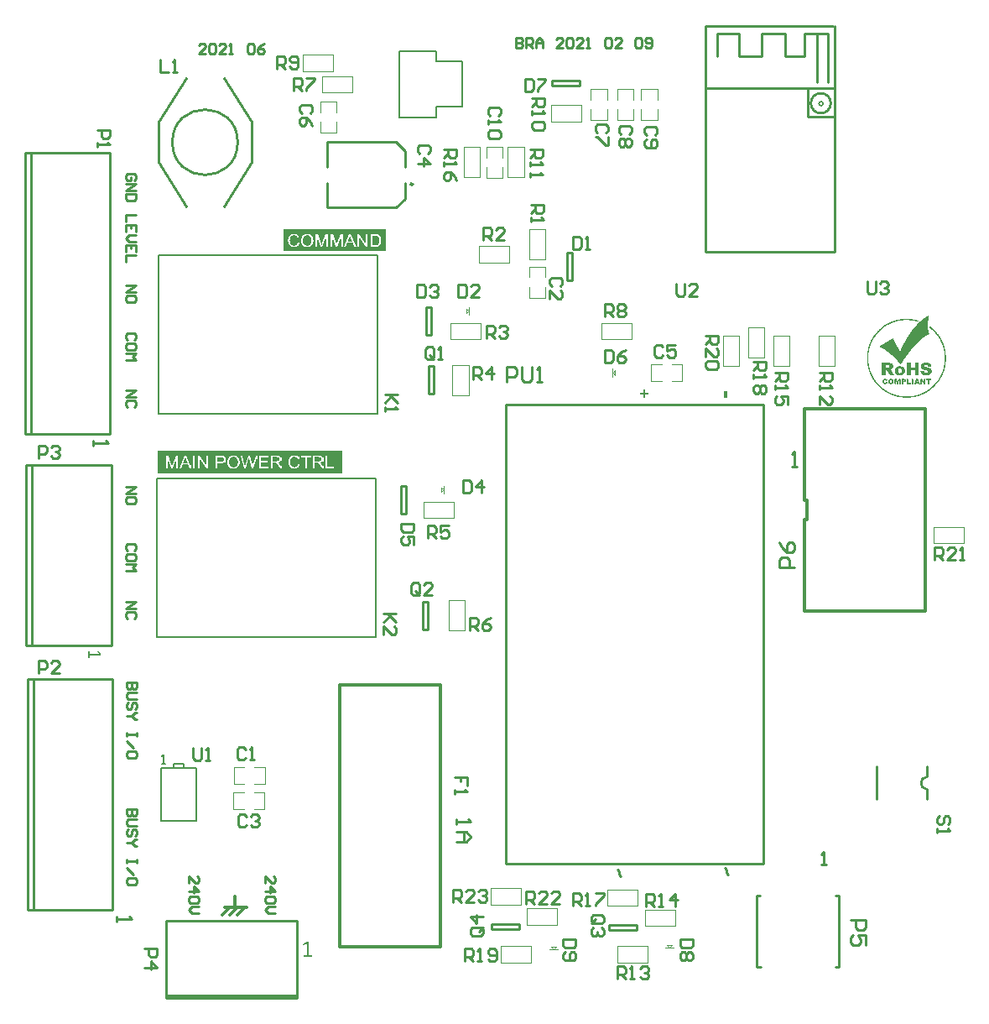
<source format=gto>
G04*
G04 #@! TF.GenerationSoftware,Altium Limited,Altium Designer,21.0.8 (223)*
G04*
G04 Layer_Color=65535*
%FSLAX25Y25*%
%MOIN*%
G70*
G04*
G04 #@! TF.SameCoordinates,D13D4976-0AF9-4397-BE84-B4B6C9367268*
G04*
G04*
G04 #@! TF.FilePolarity,Positive*
G04*
G01*
G75*
%ADD10C,0.01000*%
%ADD11C,0.00787*%
%ADD12C,0.00984*%
%ADD13C,0.00500*%
%ADD14C,0.00790*%
%ADD15C,0.01190*%
%ADD16C,0.00050*%
%ADD17C,0.00300*%
%ADD18C,0.00394*%
G36*
X352503Y272294D02*
X353605D01*
Y272209D01*
X354283D01*
Y272124D01*
X354792D01*
Y272040D01*
X355300D01*
Y271955D01*
X355639D01*
Y271870D01*
X355893D01*
Y271785D01*
X356233D01*
Y271701D01*
X356487D01*
Y271616D01*
X356656D01*
Y271531D01*
X356572D01*
Y271446D01*
X356487D01*
Y271361D01*
X356402D01*
Y271277D01*
X356317D01*
Y271192D01*
X356148D01*
Y271277D01*
X355809D01*
Y271361D01*
X355470D01*
Y271446D01*
X355131D01*
Y271531D01*
X354792D01*
Y271616D01*
X354368D01*
Y271701D01*
X353859D01*
Y271785D01*
X353012D01*
Y271870D01*
X350469D01*
Y271785D01*
X349707D01*
Y271701D01*
X349198D01*
Y271616D01*
X348690D01*
Y271531D01*
X348351D01*
Y271446D01*
X348012D01*
Y271361D01*
X347673D01*
Y271277D01*
X347418D01*
Y271192D01*
X347079D01*
Y271107D01*
X346825D01*
Y271023D01*
X346571D01*
Y270938D01*
X346402D01*
Y270853D01*
X346147D01*
Y270768D01*
X345978D01*
Y270684D01*
X345724D01*
Y270599D01*
X345554D01*
Y270514D01*
X345385D01*
Y270429D01*
X345215D01*
Y270344D01*
X345045D01*
Y270260D01*
X344876D01*
Y270175D01*
X344707D01*
Y270090D01*
X344537D01*
Y270005D01*
X344368D01*
Y269921D01*
X344198D01*
Y269836D01*
X344028D01*
Y269751D01*
X343944D01*
Y269667D01*
X343774D01*
Y269582D01*
X343605D01*
Y269497D01*
X343520D01*
Y269412D01*
X343351D01*
Y269327D01*
X343266D01*
Y269243D01*
X343096D01*
Y269158D01*
X343011D01*
Y269073D01*
X342842D01*
Y268988D01*
X342757D01*
Y268904D01*
X342672D01*
Y268819D01*
X342588D01*
Y268734D01*
X342418D01*
Y268650D01*
X342334D01*
Y268565D01*
X342249D01*
Y268480D01*
X342079D01*
Y268395D01*
X341995D01*
Y268310D01*
X341910D01*
Y268226D01*
X341825D01*
Y268141D01*
X341740D01*
Y268056D01*
X341655D01*
Y267971D01*
X341486D01*
Y267887D01*
X341401D01*
Y267802D01*
X341317D01*
Y267717D01*
X341232D01*
Y267633D01*
X341147D01*
Y267548D01*
X341062D01*
Y267463D01*
X340978D01*
Y267378D01*
X340893D01*
Y267294D01*
X340808D01*
Y267209D01*
X340723D01*
Y267124D01*
X340638D01*
Y267039D01*
X340554D01*
Y266954D01*
X340469D01*
Y266870D01*
Y266785D01*
X340384D01*
Y266700D01*
X340300D01*
Y266616D01*
X340215D01*
Y266531D01*
X340130D01*
Y266446D01*
X340045D01*
Y266361D01*
X339961D01*
Y266277D01*
Y266192D01*
X339876D01*
Y266107D01*
X339791D01*
Y266022D01*
X339706D01*
Y265937D01*
X339621D01*
Y265853D01*
Y265768D01*
X339537D01*
Y265683D01*
X339452D01*
Y265599D01*
X339367D01*
Y265514D01*
Y265429D01*
X339282D01*
Y265344D01*
X339198D01*
Y265260D01*
Y265175D01*
X339113D01*
Y265090D01*
X339028D01*
Y265005D01*
Y264920D01*
X338944D01*
Y264836D01*
X338859D01*
Y264751D01*
Y264666D01*
X338774D01*
Y264581D01*
Y264497D01*
X338689D01*
Y264412D01*
X338604D01*
Y264327D01*
Y264243D01*
X338520D01*
Y264158D01*
Y264073D01*
X338435D01*
Y263988D01*
X338350D01*
Y263903D01*
Y263819D01*
X338265D01*
Y263734D01*
Y263649D01*
X338181D01*
Y263564D01*
Y263480D01*
X338096D01*
Y263395D01*
Y263310D01*
X338011D01*
Y263226D01*
Y263141D01*
X337927D01*
Y263056D01*
Y262971D01*
X337842D01*
Y262887D01*
Y262802D01*
Y262717D01*
X337757D01*
Y262632D01*
Y262547D01*
X337672D01*
Y262463D01*
Y262378D01*
Y262293D01*
X337587D01*
Y262209D01*
Y262124D01*
X337503D01*
Y262039D01*
Y261954D01*
Y261870D01*
X337418D01*
Y261785D01*
Y261700D01*
Y261615D01*
X337333D01*
Y261530D01*
Y261446D01*
Y261361D01*
X337248D01*
Y261276D01*
Y261192D01*
Y261107D01*
X337164D01*
Y261022D01*
Y260937D01*
Y260853D01*
Y260768D01*
X337079D01*
Y260683D01*
Y260598D01*
Y260513D01*
X336994D01*
Y260429D01*
Y260344D01*
Y260259D01*
Y260174D01*
X336910D01*
Y260090D01*
Y260005D01*
Y259920D01*
Y259836D01*
Y259751D01*
X336825D01*
Y259666D01*
Y259581D01*
Y259496D01*
Y259412D01*
Y259327D01*
X336740D01*
Y259242D01*
Y259157D01*
Y259073D01*
Y258988D01*
Y258903D01*
Y258819D01*
X336655D01*
Y258734D01*
Y258649D01*
Y258564D01*
Y258479D01*
Y258395D01*
Y258310D01*
Y258225D01*
Y258140D01*
Y258056D01*
X336571D01*
Y257971D01*
Y257886D01*
Y257802D01*
Y257717D01*
Y257632D01*
Y257547D01*
Y257463D01*
Y257378D01*
Y257293D01*
Y257208D01*
Y257123D01*
Y257039D01*
Y256954D01*
Y256869D01*
Y256785D01*
Y256700D01*
Y256615D01*
Y256530D01*
Y256446D01*
Y256361D01*
Y256276D01*
Y256191D01*
Y256106D01*
Y256022D01*
Y255937D01*
Y255852D01*
Y255767D01*
Y255683D01*
Y255598D01*
Y255513D01*
Y255429D01*
X336655D01*
Y255344D01*
Y255259D01*
Y255174D01*
Y255089D01*
Y255005D01*
Y254920D01*
Y254835D01*
Y254750D01*
Y254666D01*
Y254581D01*
X336740D01*
Y254496D01*
Y254412D01*
Y254327D01*
Y254242D01*
Y254157D01*
Y254072D01*
X336825D01*
Y253988D01*
Y253903D01*
Y253818D01*
Y253733D01*
Y253649D01*
X336910D01*
Y253564D01*
Y253479D01*
Y253395D01*
Y253310D01*
X336994D01*
Y253225D01*
Y253140D01*
Y253056D01*
Y252971D01*
Y252886D01*
X337079D01*
Y252801D01*
Y252716D01*
Y252632D01*
X337164D01*
Y252547D01*
Y252462D01*
Y252378D01*
Y252293D01*
X337248D01*
Y252208D01*
Y252123D01*
Y252039D01*
X337333D01*
Y251954D01*
Y251869D01*
Y251784D01*
X337418D01*
Y251699D01*
Y251615D01*
Y251530D01*
X337503D01*
Y251445D01*
Y251361D01*
Y251276D01*
X337587D01*
Y251191D01*
Y251106D01*
X337672D01*
Y251022D01*
Y250937D01*
Y250852D01*
X337757D01*
Y250767D01*
Y250682D01*
X337842D01*
Y250598D01*
Y250513D01*
X337927D01*
Y250428D01*
Y250343D01*
X338011D01*
Y250259D01*
Y250174D01*
X338096D01*
Y250089D01*
Y250005D01*
X338181D01*
Y249920D01*
Y249835D01*
Y249750D01*
X338265D01*
Y249665D01*
X338350D01*
Y249581D01*
Y249496D01*
X338435D01*
Y249411D01*
Y249326D01*
X338520D01*
Y249242D01*
Y249157D01*
X338604D01*
Y249072D01*
Y248988D01*
X338689D01*
Y248903D01*
X338774D01*
Y248818D01*
Y248733D01*
X338859D01*
Y248649D01*
Y248564D01*
X338944D01*
Y248479D01*
X339028D01*
Y248394D01*
Y248309D01*
X339113D01*
Y248225D01*
X339198D01*
Y248140D01*
X339282D01*
Y248055D01*
Y247971D01*
X339367D01*
Y247886D01*
X339452D01*
Y247801D01*
Y247716D01*
X339537D01*
Y247632D01*
X339621D01*
Y247547D01*
Y247462D01*
X339706D01*
Y247377D01*
X339791D01*
Y247292D01*
X339876D01*
Y247208D01*
X339961D01*
Y247123D01*
Y247038D01*
X340045D01*
Y246954D01*
X340130D01*
Y246869D01*
X340215D01*
Y246784D01*
X340300D01*
Y246699D01*
X340384D01*
Y246615D01*
X340469D01*
Y246530D01*
X340554D01*
Y246445D01*
Y246360D01*
X340723D01*
Y246275D01*
Y246191D01*
X340808D01*
Y246106D01*
X340978D01*
Y246021D01*
Y245936D01*
X341062D01*
Y245852D01*
X341147D01*
Y245767D01*
X341232D01*
Y245682D01*
X341401D01*
Y245598D01*
X341486D01*
Y245513D01*
X341571D01*
Y245428D01*
X341655D01*
Y245343D01*
X341740D01*
Y245258D01*
X341825D01*
Y245174D01*
X341910D01*
Y245089D01*
X341995D01*
Y245004D01*
X342164D01*
Y244919D01*
X342249D01*
Y244835D01*
X342334D01*
Y244750D01*
X342418D01*
Y244665D01*
X342588D01*
Y244581D01*
X342672D01*
Y244496D01*
X342757D01*
Y244411D01*
X342927D01*
Y244326D01*
X343011D01*
Y244241D01*
X343181D01*
Y244157D01*
X343266D01*
Y244072D01*
X343435D01*
Y243987D01*
X343520D01*
Y243902D01*
X343689D01*
Y243818D01*
X343774D01*
Y243733D01*
X343944D01*
Y243648D01*
X344113D01*
Y243564D01*
X344198D01*
Y243479D01*
X344368D01*
Y243394D01*
X344537D01*
Y243309D01*
X344707D01*
Y243225D01*
X344876D01*
Y243140D01*
X345045D01*
Y243055D01*
X345215D01*
Y242970D01*
X345385D01*
Y242885D01*
X345554D01*
Y242801D01*
X345724D01*
Y242716D01*
X345978D01*
Y242631D01*
X346232D01*
Y242547D01*
X346402D01*
Y242462D01*
X346656D01*
Y242377D01*
X346910D01*
Y242292D01*
X347164D01*
Y242208D01*
X347418D01*
Y242123D01*
X347758D01*
Y242038D01*
X348012D01*
Y241953D01*
X348435D01*
Y241868D01*
X348775D01*
Y241784D01*
X349283D01*
Y241699D01*
X349792D01*
Y241614D01*
X350724D01*
Y241529D01*
X352758D01*
Y241614D01*
X353690D01*
Y241699D01*
X354199D01*
Y241784D01*
X354707D01*
Y241868D01*
X355131D01*
Y241953D01*
X355470D01*
Y242038D01*
X355724D01*
Y242123D01*
X356063D01*
Y242208D01*
X356317D01*
Y242292D01*
X356656D01*
Y242377D01*
X356826D01*
Y242462D01*
X357080D01*
Y242547D01*
X357334D01*
Y242631D01*
X357504D01*
Y242716D01*
X357758D01*
Y242801D01*
X357927D01*
Y242885D01*
X358097D01*
Y242970D01*
X358351D01*
Y243055D01*
X358436D01*
Y243140D01*
X358606D01*
Y243225D01*
X358775D01*
Y243309D01*
X358945D01*
Y243394D01*
X359114D01*
Y243479D01*
X359283D01*
Y243564D01*
X359453D01*
Y243648D01*
X359538D01*
Y243733D01*
X359707D01*
Y243818D01*
X359877D01*
Y243902D01*
X359962D01*
Y243987D01*
X360131D01*
Y244072D01*
X360216D01*
Y244157D01*
X360385D01*
Y244241D01*
X360470D01*
Y244326D01*
X360640D01*
Y244411D01*
X360724D01*
Y244496D01*
X360809D01*
Y244581D01*
X360979D01*
Y244665D01*
X361063D01*
Y244750D01*
X361148D01*
Y244835D01*
X361233D01*
Y244919D01*
X361402D01*
Y245004D01*
X361487D01*
Y245089D01*
X361572D01*
Y245174D01*
X361656D01*
Y245258D01*
X361741D01*
Y245343D01*
X361911D01*
Y245428D01*
X361996D01*
Y245513D01*
X362080D01*
Y245598D01*
X362165D01*
Y245682D01*
X362250D01*
Y245767D01*
X362334D01*
Y245852D01*
X362419D01*
Y245936D01*
X362504D01*
Y246021D01*
X362589D01*
Y246106D01*
X362673D01*
Y246191D01*
X362758D01*
Y246275D01*
X362843D01*
Y246360D01*
X362928D01*
Y246445D01*
X363013D01*
Y246530D01*
X363097D01*
Y246615D01*
X363182D01*
Y246699D01*
X363267D01*
Y246784D01*
Y246869D01*
X363351D01*
Y246954D01*
X363436D01*
Y247038D01*
X363521D01*
Y247123D01*
X363606D01*
Y247208D01*
Y247292D01*
X363690D01*
Y247377D01*
X363775D01*
Y247462D01*
X363860D01*
Y247547D01*
X363945D01*
Y247632D01*
Y247716D01*
X364030D01*
Y247801D01*
X364114D01*
Y247886D01*
X364199D01*
Y247971D01*
Y248055D01*
X364284D01*
Y248140D01*
X364369D01*
Y248225D01*
Y248309D01*
X364453D01*
Y248394D01*
X364538D01*
Y248479D01*
Y248564D01*
X364623D01*
Y248649D01*
X364707D01*
Y248733D01*
Y248818D01*
X364792D01*
Y248903D01*
Y248988D01*
X364877D01*
Y249072D01*
X364962D01*
Y249157D01*
Y249242D01*
X365047D01*
Y249326D01*
Y249411D01*
X365131D01*
Y249496D01*
Y249581D01*
X365216D01*
Y249665D01*
Y249750D01*
X365301D01*
Y249835D01*
Y249920D01*
X365386D01*
Y250005D01*
Y250089D01*
X365470D01*
Y250174D01*
Y250259D01*
X365555D01*
Y250343D01*
Y250428D01*
X365640D01*
Y250513D01*
Y250598D01*
X365724D01*
Y250682D01*
Y250767D01*
Y250852D01*
X365809D01*
Y250937D01*
Y251022D01*
X365894D01*
Y251106D01*
Y251191D01*
X365979D01*
Y251276D01*
Y251361D01*
Y251445D01*
X366063D01*
Y251530D01*
Y251615D01*
Y251699D01*
X366148D01*
Y251784D01*
Y251869D01*
Y251954D01*
X366233D01*
Y252039D01*
Y252123D01*
Y252208D01*
X366318D01*
Y252293D01*
Y252378D01*
Y252462D01*
X366403D01*
Y252547D01*
Y252632D01*
Y252716D01*
Y252801D01*
X366487D01*
Y252886D01*
Y252971D01*
Y253056D01*
Y253140D01*
X366572D01*
Y253225D01*
Y253310D01*
Y253395D01*
Y253479D01*
X366657D01*
Y253564D01*
Y253649D01*
Y253733D01*
Y253818D01*
Y253903D01*
X366741D01*
Y253988D01*
Y254072D01*
Y254157D01*
Y254242D01*
Y254327D01*
Y254412D01*
X366826D01*
Y254496D01*
Y254581D01*
Y254666D01*
Y254750D01*
Y254835D01*
Y254920D01*
Y255005D01*
Y255089D01*
Y255174D01*
X366911D01*
Y255259D01*
Y255344D01*
Y255429D01*
Y255513D01*
Y255598D01*
Y255683D01*
Y255767D01*
Y255852D01*
Y255937D01*
Y256022D01*
Y256106D01*
Y256191D01*
Y256276D01*
Y256361D01*
Y256446D01*
Y256530D01*
X366996D01*
Y256615D01*
Y256700D01*
Y256785D01*
X366911D01*
Y256869D01*
Y256954D01*
Y257039D01*
Y257123D01*
Y257208D01*
Y257293D01*
Y257378D01*
Y257463D01*
Y257547D01*
Y257632D01*
Y257717D01*
Y257802D01*
Y257886D01*
Y257971D01*
Y258056D01*
Y258140D01*
Y258225D01*
Y258310D01*
X366826D01*
Y258395D01*
Y258479D01*
Y258564D01*
Y258649D01*
Y258734D01*
Y258819D01*
Y258903D01*
Y258988D01*
X366741D01*
Y259073D01*
Y259157D01*
Y259242D01*
Y259327D01*
Y259412D01*
Y259496D01*
X366657D01*
Y259581D01*
Y259666D01*
Y259751D01*
Y259836D01*
Y259920D01*
X366572D01*
Y260005D01*
Y260090D01*
Y260174D01*
Y260259D01*
X366487D01*
Y260344D01*
Y260429D01*
Y260513D01*
Y260598D01*
X366403D01*
Y260683D01*
Y260768D01*
Y260853D01*
Y260937D01*
X366318D01*
Y261022D01*
Y261107D01*
Y261192D01*
X366233D01*
Y261276D01*
Y261361D01*
Y261446D01*
X366148D01*
Y261530D01*
Y261615D01*
Y261700D01*
X366063D01*
Y261785D01*
Y261870D01*
Y261954D01*
X365979D01*
Y262039D01*
Y262124D01*
Y262209D01*
X365894D01*
Y262293D01*
Y262378D01*
X365809D01*
Y262463D01*
Y262547D01*
Y262632D01*
X365724D01*
Y262717D01*
Y262802D01*
X365640D01*
Y262887D01*
Y262971D01*
X365555D01*
Y263056D01*
Y263141D01*
X365470D01*
Y263226D01*
Y263310D01*
Y263395D01*
X365386D01*
Y263480D01*
X365301D01*
Y263564D01*
Y263649D01*
X365216D01*
Y263734D01*
Y263819D01*
X365131D01*
Y263903D01*
Y263988D01*
X365047D01*
Y264073D01*
Y264158D01*
X364962D01*
Y264243D01*
Y264327D01*
X364877D01*
Y264412D01*
X364792D01*
Y264497D01*
Y264581D01*
X364707D01*
Y264666D01*
Y264751D01*
X364623D01*
Y264836D01*
X364538D01*
Y264920D01*
Y265005D01*
X364453D01*
Y265090D01*
X364369D01*
Y265175D01*
Y265260D01*
X364284D01*
Y265344D01*
X364199D01*
Y265429D01*
Y265514D01*
X364114D01*
Y265599D01*
X364030D01*
Y265683D01*
Y265768D01*
X363945D01*
Y265853D01*
X363860D01*
Y265937D01*
X363775D01*
Y266022D01*
X363690D01*
Y266107D01*
Y266192D01*
X363606D01*
Y266277D01*
X363521D01*
Y266361D01*
X363436D01*
Y266446D01*
X363351D01*
Y266531D01*
Y266616D01*
X363267D01*
Y266700D01*
X363182D01*
Y266785D01*
X363097D01*
Y266870D01*
X363013D01*
Y266954D01*
X362928D01*
Y267039D01*
X362843D01*
Y267124D01*
X362758D01*
Y267209D01*
X362673D01*
Y267294D01*
X362589D01*
Y267378D01*
X362504D01*
Y267463D01*
X362419D01*
Y267548D01*
X362334D01*
Y267633D01*
X362250D01*
Y267717D01*
X362165D01*
Y267802D01*
X362080D01*
Y267887D01*
X361996D01*
Y267971D01*
X361911D01*
Y268056D01*
X361826D01*
Y268141D01*
X361656D01*
Y268226D01*
X361572D01*
Y268310D01*
X361487D01*
Y268395D01*
X361402D01*
Y268480D01*
X361317D01*
Y268565D01*
X361148D01*
Y268650D01*
X361063D01*
Y268734D01*
X360979D01*
Y268819D01*
X360894D01*
Y268904D01*
X360809D01*
Y268988D01*
X360724D01*
Y269073D01*
Y269158D01*
Y269243D01*
Y269327D01*
Y269412D01*
Y269497D01*
Y269582D01*
X360809D01*
Y269497D01*
X360979D01*
Y269412D01*
X361063D01*
Y269327D01*
X361148D01*
Y269243D01*
X361317D01*
Y269158D01*
X361402D01*
Y269073D01*
X361487D01*
Y268988D01*
X361572D01*
Y268904D01*
X361741D01*
Y268819D01*
X361826D01*
Y268734D01*
X361911D01*
Y268650D01*
X361996D01*
Y268565D01*
X362080D01*
Y268480D01*
X362165D01*
Y268395D01*
X362334D01*
Y268310D01*
X362419D01*
Y268226D01*
X362504D01*
Y268141D01*
X362589D01*
Y268056D01*
X362673D01*
Y267971D01*
X362758D01*
Y267887D01*
X362843D01*
Y267802D01*
X362928D01*
Y267717D01*
X363013D01*
Y267633D01*
X363097D01*
Y267548D01*
X363182D01*
Y267463D01*
X363267D01*
Y267378D01*
X363351D01*
Y267294D01*
X363436D01*
Y267209D01*
X363521D01*
Y267124D01*
Y267039D01*
X363606D01*
Y266954D01*
X363690D01*
Y266870D01*
X363775D01*
Y266785D01*
X363860D01*
Y266700D01*
X363945D01*
Y266616D01*
X364030D01*
Y266531D01*
Y266446D01*
X364114D01*
Y266361D01*
X364199D01*
Y266277D01*
X364284D01*
Y266192D01*
X364369D01*
Y266107D01*
Y266022D01*
X364453D01*
Y265937D01*
X364538D01*
Y265853D01*
X364623D01*
Y265768D01*
Y265683D01*
X364707D01*
Y265599D01*
X364792D01*
Y265514D01*
Y265429D01*
X364877D01*
Y265344D01*
X364962D01*
Y265260D01*
Y265175D01*
X365047D01*
Y265090D01*
Y265005D01*
X365131D01*
Y264920D01*
X365216D01*
Y264836D01*
Y264751D01*
X365301D01*
Y264666D01*
X365386D01*
Y264581D01*
Y264497D01*
X365470D01*
Y264412D01*
Y264327D01*
X365555D01*
Y264243D01*
Y264158D01*
X365640D01*
Y264073D01*
Y263988D01*
X365724D01*
Y263903D01*
Y263819D01*
X365809D01*
Y263734D01*
Y263649D01*
X365894D01*
Y263564D01*
X365979D01*
Y263480D01*
Y263395D01*
Y263310D01*
X366063D01*
Y263226D01*
Y263141D01*
X366148D01*
Y263056D01*
Y262971D01*
X366233D01*
Y262887D01*
Y262802D01*
X366318D01*
Y262717D01*
Y262632D01*
Y262547D01*
X366403D01*
Y262463D01*
Y262378D01*
X366487D01*
Y262293D01*
Y262209D01*
Y262124D01*
X366572D01*
Y262039D01*
Y261954D01*
Y261870D01*
X366657D01*
Y261785D01*
Y261700D01*
Y261615D01*
X366741D01*
Y261530D01*
Y261446D01*
Y261361D01*
Y261276D01*
X366826D01*
Y261192D01*
Y261107D01*
Y261022D01*
X366911D01*
Y260937D01*
Y260853D01*
Y260768D01*
X366996D01*
Y260683D01*
Y260598D01*
Y260513D01*
Y260429D01*
Y260344D01*
X367080D01*
Y260259D01*
Y260174D01*
Y260090D01*
Y260005D01*
Y259920D01*
X367165D01*
Y259836D01*
Y259751D01*
Y259666D01*
Y259581D01*
Y259496D01*
X367250D01*
Y259412D01*
Y259327D01*
Y259242D01*
Y259157D01*
Y259073D01*
Y258988D01*
Y258903D01*
X367335D01*
Y258819D01*
Y258734D01*
Y258649D01*
Y258564D01*
Y258479D01*
Y258395D01*
Y258310D01*
Y258225D01*
Y258140D01*
Y258056D01*
X367420D01*
Y257971D01*
Y257886D01*
Y257802D01*
Y257717D01*
Y257632D01*
Y257547D01*
Y257463D01*
Y257378D01*
Y257293D01*
Y257208D01*
Y257123D01*
Y257039D01*
Y256954D01*
Y256869D01*
Y256785D01*
Y256700D01*
Y256615D01*
Y256530D01*
Y256446D01*
Y256361D01*
Y256276D01*
Y256191D01*
Y256106D01*
Y256022D01*
Y255937D01*
Y255852D01*
Y255767D01*
Y255683D01*
Y255598D01*
Y255513D01*
Y255429D01*
Y255344D01*
X367335D01*
Y255259D01*
Y255174D01*
Y255089D01*
Y255005D01*
Y254920D01*
Y254835D01*
Y254750D01*
Y254666D01*
Y254581D01*
Y254496D01*
X367250D01*
Y254412D01*
Y254327D01*
Y254242D01*
Y254157D01*
Y254072D01*
Y253988D01*
Y253903D01*
X367165D01*
Y253818D01*
Y253733D01*
Y253649D01*
Y253564D01*
Y253479D01*
X367080D01*
Y253395D01*
Y253310D01*
Y253225D01*
Y253140D01*
Y253056D01*
X366996D01*
Y252971D01*
Y252886D01*
Y252801D01*
Y252716D01*
X366911D01*
Y252632D01*
Y252547D01*
Y252462D01*
X366826D01*
Y252378D01*
Y252293D01*
Y252208D01*
Y252123D01*
Y252039D01*
X366741D01*
Y251954D01*
Y251869D01*
Y251784D01*
X366657D01*
Y251699D01*
Y251615D01*
Y251530D01*
X366572D01*
Y251445D01*
Y251361D01*
X366487D01*
Y251276D01*
Y251191D01*
Y251106D01*
X366403D01*
Y251022D01*
Y250937D01*
Y250852D01*
X366318D01*
Y250767D01*
Y250682D01*
X366233D01*
Y250598D01*
Y250513D01*
Y250428D01*
X366148D01*
Y250343D01*
Y250259D01*
X366063D01*
Y250174D01*
Y250089D01*
X365979D01*
Y250005D01*
Y249920D01*
X365894D01*
Y249835D01*
Y249750D01*
X365809D01*
Y249665D01*
Y249581D01*
X365724D01*
Y249496D01*
Y249411D01*
X365640D01*
Y249326D01*
Y249242D01*
X365555D01*
Y249157D01*
Y249072D01*
X365470D01*
Y248988D01*
Y248903D01*
X365386D01*
Y248818D01*
X365301D01*
Y248733D01*
Y248649D01*
X365216D01*
Y248564D01*
Y248479D01*
X365131D01*
Y248394D01*
X365047D01*
Y248309D01*
Y248225D01*
X364962D01*
Y248140D01*
Y248055D01*
X364877D01*
Y247971D01*
X364792D01*
Y247886D01*
X364707D01*
Y247801D01*
Y247716D01*
X364623D01*
Y247632D01*
X364538D01*
Y247547D01*
Y247462D01*
X364453D01*
Y247377D01*
X364369D01*
Y247292D01*
X364284D01*
Y247208D01*
Y247123D01*
X364199D01*
Y247038D01*
X364114D01*
Y246954D01*
X364030D01*
Y246869D01*
Y246784D01*
X363945D01*
Y246699D01*
X363860D01*
Y246615D01*
X363775D01*
Y246530D01*
X363690D01*
Y246445D01*
X363606D01*
Y246360D01*
X363521D01*
Y246275D01*
X363436D01*
Y246191D01*
X363351D01*
Y246106D01*
Y246021D01*
X363267D01*
Y245936D01*
X363182D01*
Y245852D01*
X363097D01*
Y245767D01*
X363013D01*
Y245682D01*
X362928D01*
Y245598D01*
X362843D01*
Y245513D01*
X362758D01*
Y245428D01*
X362673D01*
Y245343D01*
X362589D01*
Y245258D01*
X362504D01*
Y245174D01*
X362419D01*
Y245089D01*
X362250D01*
Y245004D01*
X362165D01*
Y244919D01*
X362080D01*
Y244835D01*
X361996D01*
Y244750D01*
X361911D01*
Y244665D01*
X361826D01*
Y244581D01*
X361656D01*
Y244496D01*
X361572D01*
Y244411D01*
X361487D01*
Y244326D01*
X361402D01*
Y244241D01*
X361233D01*
Y244157D01*
X361148D01*
Y244072D01*
X361063D01*
Y243987D01*
X360894D01*
Y243902D01*
X360809D01*
Y243818D01*
X360724D01*
Y243733D01*
X360555D01*
Y243648D01*
X360470D01*
Y243564D01*
X360300D01*
Y243479D01*
X360216D01*
Y243394D01*
X360046D01*
Y243309D01*
X359877D01*
Y243225D01*
X359792D01*
Y243140D01*
X359623D01*
Y243055D01*
X359453D01*
Y242970D01*
X359283D01*
Y242885D01*
X359114D01*
Y242801D01*
X359029D01*
Y242716D01*
X358860D01*
Y242631D01*
X358606D01*
Y242547D01*
X358436D01*
Y242462D01*
X358266D01*
Y242377D01*
X358097D01*
Y242292D01*
X357927D01*
Y242208D01*
X357673D01*
Y242123D01*
X357504D01*
Y242038D01*
X357249D01*
Y241953D01*
X356995D01*
Y241868D01*
X356741D01*
Y241784D01*
X356487D01*
Y241699D01*
X356233D01*
Y241614D01*
X355893D01*
Y241529D01*
X355555D01*
Y241445D01*
X355131D01*
Y241360D01*
X354707D01*
Y241275D01*
X354199D01*
Y241191D01*
X353436D01*
Y241106D01*
X350131D01*
Y241191D01*
X349368D01*
Y241275D01*
X348775D01*
Y241360D01*
X348351D01*
Y241445D01*
X347927D01*
Y241529D01*
X347588D01*
Y241614D01*
X347334D01*
Y241699D01*
X347079D01*
Y241784D01*
X346741D01*
Y241868D01*
X346486D01*
Y241953D01*
X346232D01*
Y242038D01*
X346062D01*
Y242123D01*
X345808D01*
Y242208D01*
X345639D01*
Y242292D01*
X345385D01*
Y242377D01*
X345215D01*
Y242462D01*
X345045D01*
Y242547D01*
X344876D01*
Y242631D01*
X344707D01*
Y242716D01*
X344537D01*
Y242801D01*
X344368D01*
Y242885D01*
X344198D01*
Y242970D01*
X344028D01*
Y243055D01*
X343859D01*
Y243140D01*
X343774D01*
Y243225D01*
X343605D01*
Y243309D01*
X343435D01*
Y243394D01*
X343351D01*
Y243479D01*
X343181D01*
Y243564D01*
X343096D01*
Y243648D01*
X342927D01*
Y243733D01*
X342842D01*
Y243818D01*
X342672D01*
Y243902D01*
X342588D01*
Y243987D01*
X342503D01*
Y244072D01*
X342334D01*
Y244157D01*
X342249D01*
Y244241D01*
X342164D01*
Y244326D01*
X341995D01*
Y244411D01*
X341910D01*
Y244496D01*
X341825D01*
Y244581D01*
X341740D01*
Y244665D01*
X341655D01*
Y244750D01*
X341486D01*
Y244835D01*
X341401D01*
Y244919D01*
X341317D01*
Y245004D01*
X341232D01*
Y245089D01*
X341147D01*
Y245174D01*
X341062D01*
Y245258D01*
X340978D01*
Y245343D01*
X340893D01*
Y245428D01*
X340808D01*
Y245513D01*
X340723D01*
Y245598D01*
X340638D01*
Y245682D01*
X340554D01*
Y245767D01*
X340469D01*
Y245852D01*
X340384D01*
Y245936D01*
X340300D01*
Y246021D01*
X340215D01*
Y246106D01*
X340130D01*
Y246191D01*
X340045D01*
Y246275D01*
X339961D01*
Y246360D01*
X339876D01*
Y246445D01*
X339791D01*
Y246530D01*
X339706D01*
Y246615D01*
X339621D01*
Y246699D01*
Y246784D01*
X339537D01*
Y246869D01*
X339452D01*
Y246954D01*
X339367D01*
Y247038D01*
X339282D01*
Y247123D01*
Y247208D01*
X339198D01*
Y247292D01*
X339113D01*
Y247377D01*
X339028D01*
Y247462D01*
Y247547D01*
X338944D01*
Y247632D01*
X338859D01*
Y247716D01*
X338774D01*
Y247801D01*
Y247886D01*
X338689D01*
Y247971D01*
Y248055D01*
X338604D01*
Y248140D01*
X338520D01*
Y248225D01*
Y248309D01*
X338435D01*
Y248394D01*
X338350D01*
Y248479D01*
Y248564D01*
X338265D01*
Y248649D01*
Y248733D01*
X338181D01*
Y248818D01*
X338096D01*
Y248903D01*
Y248988D01*
X338011D01*
Y249072D01*
Y249157D01*
X337927D01*
Y249242D01*
X337842D01*
Y249326D01*
Y249411D01*
X337757D01*
Y249496D01*
Y249581D01*
X337672D01*
Y249665D01*
Y249750D01*
X337587D01*
Y249835D01*
Y249920D01*
Y250005D01*
X337503D01*
Y250089D01*
Y250174D01*
X337418D01*
Y250259D01*
Y250343D01*
X337333D01*
Y250428D01*
Y250513D01*
X337248D01*
Y250598D01*
Y250682D01*
Y250767D01*
X337164D01*
Y250852D01*
Y250937D01*
X337079D01*
Y251022D01*
Y251106D01*
Y251191D01*
X336994D01*
Y251276D01*
Y251361D01*
Y251445D01*
X336910D01*
Y251530D01*
Y251615D01*
X336825D01*
Y251699D01*
Y251784D01*
Y251869D01*
Y251954D01*
X336740D01*
Y252039D01*
Y252123D01*
Y252208D01*
X336655D01*
Y252293D01*
Y252378D01*
Y252462D01*
X336571D01*
Y252547D01*
Y252632D01*
Y252716D01*
Y252801D01*
X336486D01*
Y252886D01*
Y252971D01*
Y253056D01*
Y253140D01*
X336401D01*
Y253225D01*
Y253310D01*
Y253395D01*
Y253479D01*
Y253564D01*
Y253649D01*
X336316D01*
Y253733D01*
Y253818D01*
Y253903D01*
Y253988D01*
Y254072D01*
X336231D01*
Y254157D01*
Y254242D01*
Y254327D01*
Y254412D01*
Y254496D01*
Y254581D01*
Y254666D01*
Y254750D01*
X336147D01*
Y254835D01*
Y254920D01*
Y255005D01*
Y255089D01*
Y255174D01*
Y255259D01*
Y255344D01*
Y255429D01*
Y255513D01*
Y255598D01*
Y255683D01*
Y255767D01*
X336062D01*
Y255852D01*
Y255937D01*
Y256022D01*
Y256106D01*
Y256191D01*
Y256276D01*
Y256361D01*
Y256446D01*
Y256530D01*
Y256615D01*
Y256700D01*
Y256785D01*
Y256869D01*
Y256954D01*
Y257039D01*
Y257123D01*
Y257208D01*
Y257293D01*
Y257378D01*
Y257463D01*
Y257547D01*
Y257632D01*
X336147D01*
Y257717D01*
Y257802D01*
Y257886D01*
Y257971D01*
Y258056D01*
Y258140D01*
Y258225D01*
Y258310D01*
Y258395D01*
Y258479D01*
Y258564D01*
Y258649D01*
Y258734D01*
X336231D01*
Y258819D01*
Y258903D01*
Y258988D01*
Y259073D01*
Y259157D01*
Y259242D01*
Y259327D01*
X336316D01*
Y259412D01*
Y259496D01*
Y259581D01*
Y259666D01*
Y259751D01*
X336401D01*
Y259836D01*
Y259920D01*
Y260005D01*
Y260090D01*
Y260174D01*
X336486D01*
Y260259D01*
Y260344D01*
Y260429D01*
Y260513D01*
Y260598D01*
X336571D01*
Y260683D01*
Y260768D01*
Y260853D01*
Y260937D01*
X336655D01*
Y261022D01*
Y261107D01*
Y261192D01*
Y261276D01*
X336740D01*
Y261361D01*
Y261446D01*
Y261530D01*
X336825D01*
Y261615D01*
Y261700D01*
Y261785D01*
X336910D01*
Y261870D01*
Y261954D01*
X336994D01*
Y262039D01*
Y262124D01*
Y262209D01*
X337079D01*
Y262293D01*
Y262378D01*
Y262463D01*
X337164D01*
Y262547D01*
Y262632D01*
X337248D01*
Y262717D01*
Y262802D01*
Y262887D01*
X337333D01*
Y262971D01*
Y263056D01*
X337418D01*
Y263141D01*
Y263226D01*
X337503D01*
Y263310D01*
Y263395D01*
Y263480D01*
X337587D01*
Y263564D01*
Y263649D01*
X337672D01*
Y263734D01*
Y263819D01*
X337757D01*
Y263903D01*
Y263988D01*
X337842D01*
Y264073D01*
Y264158D01*
X337927D01*
Y264243D01*
Y264327D01*
X338011D01*
Y264412D01*
X338096D01*
Y264497D01*
Y264581D01*
X338181D01*
Y264666D01*
Y264751D01*
X338265D01*
Y264836D01*
X338350D01*
Y264920D01*
Y265005D01*
X338435D01*
Y265090D01*
Y265175D01*
X338520D01*
Y265260D01*
X338604D01*
Y265344D01*
Y265429D01*
X338689D01*
Y265514D01*
X338774D01*
Y265599D01*
Y265683D01*
X338859D01*
Y265768D01*
X338944D01*
Y265853D01*
X339028D01*
Y265937D01*
Y266022D01*
X339113D01*
Y266107D01*
X339198D01*
Y266192D01*
X339282D01*
Y266277D01*
Y266361D01*
X339367D01*
Y266446D01*
X339452D01*
Y266531D01*
X339537D01*
Y266616D01*
X339621D01*
Y266700D01*
Y266785D01*
X339706D01*
Y266870D01*
X339791D01*
Y266954D01*
X339876D01*
Y267039D01*
X339961D01*
Y267124D01*
X340045D01*
Y267209D01*
X340130D01*
Y267294D01*
X340215D01*
Y267378D01*
X340300D01*
Y267463D01*
Y267548D01*
X340469D01*
Y267633D01*
X340554D01*
Y267717D01*
Y267802D01*
X340723D01*
Y267887D01*
X340808D01*
Y267971D01*
X340893D01*
Y268056D01*
X340978D01*
Y268141D01*
Y268226D01*
X341147D01*
Y268310D01*
X341232D01*
Y268395D01*
X341317D01*
Y268480D01*
X341401D01*
Y268565D01*
X341486D01*
Y268650D01*
X341571D01*
Y268734D01*
X341740D01*
Y268819D01*
X341825D01*
Y268904D01*
X341910D01*
Y268988D01*
X341995D01*
Y269073D01*
X342079D01*
Y269158D01*
X342249D01*
Y269243D01*
X342334D01*
Y269327D01*
X342418D01*
Y269412D01*
X342588D01*
Y269497D01*
X342672D01*
Y269582D01*
X342757D01*
Y269667D01*
X342927D01*
Y269751D01*
X343011D01*
Y269836D01*
X343181D01*
Y269921D01*
X343351D01*
Y270005D01*
X343435D01*
Y270090D01*
X343605D01*
Y270175D01*
X343774D01*
Y270260D01*
X343859D01*
Y270344D01*
X344028D01*
Y270429D01*
X344198D01*
Y270514D01*
X344368D01*
Y270599D01*
X344537D01*
Y270684D01*
X344622D01*
Y270768D01*
X344791D01*
Y270853D01*
X345045D01*
Y270938D01*
X345215D01*
Y271023D01*
X345385D01*
Y271107D01*
X345554D01*
Y271192D01*
X345724D01*
Y271277D01*
X345978D01*
Y271361D01*
X346232D01*
Y271446D01*
X346486D01*
Y271531D01*
X346741D01*
Y271616D01*
X346995D01*
Y271701D01*
X347249D01*
Y271785D01*
X347588D01*
Y271870D01*
X347927D01*
Y271955D01*
X348266D01*
Y272040D01*
X348690D01*
Y272124D01*
X349198D01*
Y272209D01*
X349961D01*
Y272294D01*
X350978D01*
Y272378D01*
X352503D01*
Y272294D01*
D02*
G37*
G36*
X360470Y273565D02*
Y273480D01*
Y273395D01*
Y273311D01*
Y273226D01*
Y273141D01*
Y273057D01*
Y272972D01*
Y272887D01*
Y272802D01*
Y272717D01*
X360385D01*
Y272633D01*
Y272548D01*
Y272463D01*
Y272378D01*
Y272294D01*
Y272209D01*
Y272124D01*
Y272040D01*
Y271955D01*
Y271870D01*
Y271785D01*
X360300D01*
Y271701D01*
Y271616D01*
Y271531D01*
Y271446D01*
Y271361D01*
Y271277D01*
Y271192D01*
Y271107D01*
X360216D01*
Y271023D01*
Y270938D01*
Y270853D01*
Y270768D01*
Y270684D01*
Y270599D01*
Y270514D01*
Y270429D01*
Y270344D01*
Y270260D01*
Y270175D01*
Y270090D01*
Y270005D01*
Y269921D01*
Y269836D01*
Y269751D01*
Y269667D01*
Y269582D01*
Y269497D01*
Y269412D01*
Y269327D01*
Y269243D01*
Y269158D01*
Y269073D01*
Y268988D01*
Y268904D01*
Y268819D01*
Y268734D01*
Y268650D01*
Y268565D01*
Y268480D01*
X360300D01*
Y268395D01*
Y268310D01*
Y268226D01*
Y268141D01*
Y268056D01*
Y267971D01*
Y267887D01*
X360385D01*
Y267802D01*
Y267717D01*
Y267633D01*
Y267548D01*
X360470D01*
Y267463D01*
Y267378D01*
Y267294D01*
Y267209D01*
X360555D01*
Y267124D01*
Y267039D01*
Y266954D01*
Y266870D01*
X360640D01*
Y266785D01*
Y266700D01*
Y266616D01*
X360724D01*
Y266531D01*
Y266446D01*
X360809D01*
Y266361D01*
Y266277D01*
Y266192D01*
X360470D01*
Y266107D01*
X360300D01*
Y266022D01*
X360131D01*
Y265937D01*
X359962D01*
Y265853D01*
X359792D01*
Y265768D01*
X359623D01*
Y265683D01*
X359453D01*
Y265599D01*
X359368D01*
Y265514D01*
X359199D01*
Y265429D01*
X359114D01*
Y265344D01*
X358945D01*
Y265260D01*
X358860D01*
Y265175D01*
X358775D01*
Y265090D01*
X358690D01*
Y265005D01*
X358521D01*
Y264920D01*
X358436D01*
Y264836D01*
X358351D01*
Y264751D01*
X358182D01*
Y264666D01*
X358097D01*
Y264581D01*
X358012D01*
Y264497D01*
X357927D01*
Y264412D01*
X357843D01*
Y264327D01*
X357673D01*
Y264243D01*
X357589D01*
Y264158D01*
X357504D01*
Y264073D01*
X357419D01*
Y263988D01*
X357334D01*
Y263903D01*
X357249D01*
Y263819D01*
X357165D01*
Y263734D01*
X357080D01*
Y263649D01*
X356995D01*
Y263564D01*
X356826D01*
Y263480D01*
X356741D01*
Y263395D01*
X356656D01*
Y263310D01*
X356572D01*
Y263226D01*
X356487D01*
Y263141D01*
X356402D01*
Y263056D01*
X356317D01*
Y262971D01*
X356233D01*
Y262887D01*
X356148D01*
Y262802D01*
X356063D01*
Y262717D01*
X355978D01*
Y262632D01*
X355893D01*
Y262547D01*
X355809D01*
Y262463D01*
X355724D01*
Y262378D01*
X355639D01*
Y262293D01*
X355555D01*
Y262209D01*
X355470D01*
Y262124D01*
Y262039D01*
X355385D01*
Y261954D01*
X355300D01*
Y261870D01*
X355216D01*
Y261785D01*
X355131D01*
Y261700D01*
X355046D01*
Y261615D01*
X354961D01*
Y261530D01*
X354876D01*
Y261446D01*
X354792D01*
Y261361D01*
X354707D01*
Y261276D01*
X354622D01*
Y261192D01*
Y261107D01*
X354538D01*
Y261022D01*
X354453D01*
Y260937D01*
X354368D01*
Y260853D01*
X354283D01*
Y260768D01*
X354199D01*
Y260683D01*
Y260598D01*
X354029D01*
Y260513D01*
Y260429D01*
X353944D01*
Y260344D01*
X353859D01*
Y260259D01*
X353775D01*
Y260174D01*
X353690D01*
Y260090D01*
X353605D01*
Y260005D01*
Y259920D01*
X353520D01*
Y259836D01*
X353436D01*
Y259751D01*
X353351D01*
Y259666D01*
X353266D01*
Y259581D01*
X353182D01*
Y259496D01*
Y259412D01*
X353097D01*
Y259327D01*
X353012D01*
Y259242D01*
X352927D01*
Y259157D01*
X352842D01*
Y259073D01*
Y258988D01*
X352758D01*
Y258903D01*
X352673D01*
Y258819D01*
X352588D01*
Y258734D01*
X352503D01*
Y258649D01*
Y258564D01*
X352419D01*
Y258479D01*
X352334D01*
Y258395D01*
X352249D01*
Y258310D01*
X352165D01*
Y258225D01*
Y258140D01*
X352080D01*
Y258056D01*
X351995D01*
Y257971D01*
X351910D01*
Y257886D01*
Y257802D01*
X351825D01*
Y257717D01*
X351741D01*
Y257632D01*
Y257547D01*
X351656D01*
Y257463D01*
X351571D01*
Y257378D01*
X351486D01*
Y257293D01*
Y257208D01*
X351402D01*
Y257123D01*
X351317D01*
Y257039D01*
X351232D01*
Y256954D01*
Y256869D01*
X351148D01*
Y256785D01*
X351063D01*
Y256700D01*
X350978D01*
Y256615D01*
Y256530D01*
X350893D01*
Y256446D01*
Y256361D01*
X350809D01*
Y256276D01*
X350724D01*
Y256191D01*
X350639D01*
Y256106D01*
Y256022D01*
X350554D01*
Y255937D01*
X350469D01*
Y255852D01*
Y255767D01*
X350385D01*
Y255683D01*
X350300D01*
Y255598D01*
Y255513D01*
X350215D01*
Y255429D01*
Y255344D01*
X350131D01*
Y255259D01*
X350046D01*
Y255174D01*
Y255089D01*
X349961D01*
Y255005D01*
X349876D01*
Y254920D01*
Y254835D01*
X349792D01*
Y254750D01*
Y254666D01*
X349707D01*
Y254581D01*
Y254496D01*
X349622D01*
Y254412D01*
X349537D01*
Y254327D01*
Y254242D01*
X349368D01*
Y254327D01*
Y254412D01*
X349283D01*
Y254496D01*
X349198D01*
Y254581D01*
X349113D01*
Y254666D01*
X349029D01*
Y254750D01*
X348944D01*
Y254835D01*
X348859D01*
Y254920D01*
Y255005D01*
X348775D01*
Y255089D01*
X348690D01*
Y255174D01*
X348605D01*
Y255259D01*
X348520D01*
Y255344D01*
X348435D01*
Y255429D01*
X348351D01*
Y255513D01*
X348266D01*
Y255598D01*
Y255683D01*
X348181D01*
Y255767D01*
X348096D01*
Y255852D01*
X348012D01*
Y255937D01*
X347927D01*
Y256022D01*
X347842D01*
Y256106D01*
X347758D01*
Y256191D01*
X347673D01*
Y256276D01*
X347588D01*
Y256361D01*
X347503D01*
Y256446D01*
X347418D01*
Y256530D01*
X347334D01*
Y256615D01*
X347249D01*
Y256700D01*
X347164D01*
Y256785D01*
X347079D01*
Y256869D01*
X346995D01*
Y256954D01*
X346910D01*
Y257039D01*
X346825D01*
Y257123D01*
X346741D01*
Y257208D01*
X346656D01*
Y257293D01*
X346571D01*
Y257378D01*
X346486D01*
Y257463D01*
X346402D01*
Y257547D01*
X346317D01*
Y257632D01*
X346232D01*
Y257717D01*
X346147D01*
Y257802D01*
X346062D01*
Y257886D01*
X345978D01*
Y257971D01*
X345808D01*
Y258056D01*
X345724D01*
Y258140D01*
X345639D01*
Y258225D01*
X345554D01*
Y258310D01*
X345469D01*
Y258395D01*
X345385D01*
Y258479D01*
X345215D01*
Y258564D01*
X345130D01*
Y258649D01*
X345045D01*
Y258734D01*
X344961D01*
Y258819D01*
X344876D01*
Y258903D01*
X344791D01*
Y258988D01*
X344622D01*
Y259073D01*
X344537D01*
Y259157D01*
X344368D01*
Y259242D01*
X344283D01*
Y259327D01*
X344198D01*
Y259412D01*
X344028D01*
Y259496D01*
X343944D01*
Y259581D01*
X343859D01*
Y259666D01*
X343689D01*
Y259751D01*
X343605D01*
Y259836D01*
X343435D01*
Y259920D01*
X343351D01*
Y260005D01*
X343266D01*
Y260090D01*
X343096D01*
Y260174D01*
X343011D01*
Y260259D01*
X342842D01*
Y260344D01*
X342672D01*
Y260429D01*
X342588D01*
Y260513D01*
X342418D01*
Y260598D01*
X342249D01*
Y260683D01*
X342164D01*
Y260768D01*
X341910D01*
Y260853D01*
X341825D01*
Y260937D01*
X341655D01*
Y261022D01*
X341401D01*
Y261107D01*
X341147D01*
Y261192D01*
X340978D01*
Y261276D01*
X340893D01*
Y261361D01*
X340978D01*
Y261446D01*
X341147D01*
Y261530D01*
X341317D01*
Y261615D01*
X341401D01*
Y261700D01*
X341571D01*
Y261785D01*
X341655D01*
Y261870D01*
X341825D01*
Y261954D01*
X341995D01*
Y262039D01*
X342164D01*
Y262124D01*
X342249D01*
Y262209D01*
X342418D01*
Y262293D01*
X342503D01*
Y262378D01*
X342672D01*
Y262463D01*
X342842D01*
Y262547D01*
X342927D01*
Y262632D01*
X343096D01*
Y262717D01*
X343266D01*
Y262802D01*
X343351D01*
Y262887D01*
X343520D01*
Y262971D01*
X343605D01*
Y263056D01*
X343774D01*
Y263141D01*
X343944D01*
Y263226D01*
X344113D01*
Y263310D01*
X344198D01*
Y263395D01*
X344368D01*
Y263480D01*
X344537D01*
Y263564D01*
X344622D01*
Y263649D01*
X344791D01*
Y263734D01*
X344961D01*
Y263819D01*
X345045D01*
Y263903D01*
X345215D01*
Y263988D01*
X345300D01*
Y264073D01*
X345469D01*
Y264158D01*
X345639D01*
Y264243D01*
X345724D01*
Y264327D01*
X345893D01*
Y264412D01*
X346062D01*
Y264497D01*
X346232D01*
Y264581D01*
X346317D01*
Y264666D01*
X346402D01*
Y264581D01*
X346486D01*
Y264497D01*
Y264412D01*
X346571D01*
Y264327D01*
Y264243D01*
X346656D01*
Y264158D01*
Y264073D01*
X346741D01*
Y263988D01*
Y263903D01*
X346825D01*
Y263819D01*
Y263734D01*
X346910D01*
Y263649D01*
Y263564D01*
X346995D01*
Y263480D01*
Y263395D01*
X347079D01*
Y263310D01*
X347164D01*
Y263226D01*
Y263141D01*
X347249D01*
Y263056D01*
Y262971D01*
X347334D01*
Y262887D01*
Y262802D01*
X347418D01*
Y262717D01*
Y262632D01*
X347503D01*
Y262547D01*
Y262463D01*
X347588D01*
Y262378D01*
Y262293D01*
X347673D01*
Y262209D01*
Y262124D01*
X347758D01*
Y262039D01*
Y261954D01*
X347842D01*
Y261870D01*
Y261785D01*
X347927D01*
Y261700D01*
Y261615D01*
X348012D01*
Y261530D01*
Y261446D01*
X348096D01*
Y261361D01*
Y261276D01*
X348181D01*
Y261192D01*
Y261107D01*
X348266D01*
Y261022D01*
Y260937D01*
X348351D01*
Y260853D01*
X348435D01*
Y260768D01*
Y260683D01*
X348520D01*
Y260598D01*
Y260513D01*
Y260429D01*
X348605D01*
Y260344D01*
X348690D01*
Y260259D01*
Y260174D01*
X348775D01*
Y260090D01*
Y260005D01*
X348859D01*
Y259920D01*
Y259836D01*
X348944D01*
Y259751D01*
Y259666D01*
X349029D01*
Y259581D01*
Y259496D01*
X349198D01*
Y259581D01*
Y259666D01*
X349283D01*
Y259751D01*
X349368D01*
Y259836D01*
Y259920D01*
Y260005D01*
X349452D01*
Y260090D01*
Y260174D01*
X349537D01*
Y260259D01*
Y260344D01*
X349622D01*
Y260429D01*
Y260513D01*
X349707D01*
Y260598D01*
Y260683D01*
Y260768D01*
X349792D01*
Y260853D01*
X349876D01*
Y260937D01*
Y261022D01*
Y261107D01*
X349961D01*
Y261192D01*
Y261276D01*
X350046D01*
Y261361D01*
Y261446D01*
X350131D01*
Y261530D01*
Y261615D01*
X350215D01*
Y261700D01*
X350300D01*
Y261785D01*
Y261870D01*
X350385D01*
Y261954D01*
Y262039D01*
X350469D01*
Y262124D01*
Y262209D01*
X350554D01*
Y262293D01*
Y262378D01*
X350639D01*
Y262463D01*
Y262547D01*
X350724D01*
Y262632D01*
Y262717D01*
X350809D01*
Y262802D01*
Y262887D01*
X350893D01*
Y262971D01*
X350978D01*
Y263056D01*
Y263141D01*
X351063D01*
Y263226D01*
Y263310D01*
X351148D01*
Y263395D01*
Y263480D01*
X351232D01*
Y263564D01*
X351317D01*
Y263649D01*
Y263734D01*
X351402D01*
Y263819D01*
Y263903D01*
X351486D01*
Y263988D01*
Y264073D01*
X351571D01*
Y264158D01*
X351656D01*
Y264243D01*
Y264327D01*
X351741D01*
Y264412D01*
Y264497D01*
X351825D01*
Y264581D01*
Y264666D01*
X351910D01*
Y264751D01*
X351995D01*
Y264836D01*
X352080D01*
Y264920D01*
Y265005D01*
X352165D01*
Y265090D01*
Y265175D01*
X352249D01*
Y265260D01*
Y265344D01*
X352334D01*
Y265429D01*
X352419D01*
Y265514D01*
Y265599D01*
X352503D01*
Y265683D01*
X352588D01*
Y265768D01*
Y265853D01*
X352673D01*
Y265937D01*
X352758D01*
Y266022D01*
Y266107D01*
X352842D01*
Y266192D01*
X352927D01*
Y266277D01*
Y266361D01*
X353012D01*
Y266446D01*
X353097D01*
Y266531D01*
X353182D01*
Y266616D01*
Y266700D01*
X353266D01*
Y266785D01*
X353351D01*
Y266870D01*
Y266954D01*
X353436D01*
Y267039D01*
X353520D01*
Y267124D01*
X353605D01*
Y267209D01*
Y267294D01*
X353690D01*
Y267378D01*
X353775D01*
Y267463D01*
Y267548D01*
X353859D01*
Y267633D01*
X353944D01*
Y267717D01*
X354029D01*
Y267802D01*
Y267887D01*
X354114D01*
Y267971D01*
X354199D01*
Y268056D01*
X354283D01*
Y268141D01*
Y268226D01*
X354368D01*
Y268310D01*
X354453D01*
Y268395D01*
X354538D01*
Y268480D01*
X354622D01*
Y268565D01*
X354707D01*
Y268650D01*
Y268734D01*
X354792D01*
Y268819D01*
X354876D01*
Y268904D01*
X354961D01*
Y268988D01*
X355046D01*
Y269073D01*
Y269158D01*
X355131D01*
Y269243D01*
X355216D01*
Y269327D01*
X355300D01*
Y269412D01*
X355385D01*
Y269497D01*
X355470D01*
Y269582D01*
X355555D01*
Y269667D01*
X355639D01*
Y269751D01*
X355724D01*
Y269836D01*
Y269921D01*
X355809D01*
Y270005D01*
X355893D01*
Y270090D01*
X355978D01*
Y270175D01*
X356063D01*
Y270260D01*
X356148D01*
Y270344D01*
X356233D01*
Y270429D01*
X356317D01*
Y270514D01*
X356402D01*
Y270599D01*
X356487D01*
Y270684D01*
X356572D01*
Y270768D01*
X356656D01*
Y270853D01*
X356741D01*
Y270938D01*
X356826D01*
Y271023D01*
X356910D01*
Y271107D01*
X356995D01*
Y271192D01*
X357165D01*
Y271277D01*
X357249D01*
Y271361D01*
X357334D01*
Y271446D01*
X357419D01*
Y271531D01*
X357504D01*
Y271616D01*
X357589D01*
Y271701D01*
X357673D01*
Y271785D01*
X357843D01*
Y271870D01*
X357927D01*
Y271955D01*
X358012D01*
Y272040D01*
X358097D01*
Y272124D01*
X358182D01*
Y272209D01*
X358351D01*
Y272294D01*
X358436D01*
Y272378D01*
X358521D01*
Y272463D01*
X358606D01*
Y272548D01*
X358775D01*
Y272633D01*
X358860D01*
Y272717D01*
X359029D01*
Y272802D01*
X359114D01*
Y272887D01*
X359283D01*
Y272972D01*
X359368D01*
Y273057D01*
X359538D01*
Y273141D01*
X359623D01*
Y273226D01*
X359792D01*
Y273311D01*
X359962D01*
Y273395D01*
X360046D01*
Y273480D01*
X360216D01*
Y273565D01*
X360385D01*
Y273650D01*
X360470D01*
Y273565D01*
D02*
G37*
G36*
X360131Y254835D02*
X360470D01*
Y254750D01*
X360724D01*
Y254666D01*
X360894D01*
Y254581D01*
X361063D01*
Y254496D01*
X361148D01*
Y254412D01*
X361233D01*
Y254327D01*
X361317D01*
Y254242D01*
Y254157D01*
X361402D01*
Y254072D01*
Y253988D01*
X361487D01*
Y253903D01*
Y253818D01*
X361572D01*
Y253733D01*
Y253649D01*
Y253564D01*
Y253479D01*
X360809D01*
Y253395D01*
X360216D01*
Y253479D01*
X360131D01*
Y253564D01*
Y253649D01*
Y253733D01*
X360046D01*
Y253818D01*
X359962D01*
Y253903D01*
X359792D01*
Y253988D01*
X359538D01*
Y254072D01*
X359283D01*
Y253988D01*
X359114D01*
Y253903D01*
X359029D01*
Y253818D01*
X358945D01*
Y253733D01*
X358860D01*
Y253649D01*
Y253564D01*
X358945D01*
Y253479D01*
X359029D01*
Y253395D01*
X359114D01*
Y253310D01*
X359368D01*
Y253225D01*
X359792D01*
Y253140D01*
X360046D01*
Y253056D01*
X360385D01*
Y252971D01*
X360640D01*
Y252886D01*
X360894D01*
Y252801D01*
X361063D01*
Y252716D01*
X361148D01*
Y252632D01*
X361317D01*
Y252547D01*
X361402D01*
Y252462D01*
X361487D01*
Y252378D01*
Y252293D01*
X361572D01*
Y252208D01*
X361656D01*
Y252123D01*
Y252039D01*
Y251954D01*
X361741D01*
Y251869D01*
Y251784D01*
Y251699D01*
Y251615D01*
Y251530D01*
Y251445D01*
Y251361D01*
Y251276D01*
Y251191D01*
Y251106D01*
X361656D01*
Y251022D01*
Y250937D01*
X361572D01*
Y250852D01*
Y250767D01*
X361487D01*
Y250682D01*
Y250598D01*
X361402D01*
Y250513D01*
X361317D01*
Y250428D01*
X361233D01*
Y250343D01*
X361148D01*
Y250259D01*
X360979D01*
Y250174D01*
X360809D01*
Y250089D01*
X360640D01*
Y250005D01*
X360300D01*
Y249920D01*
X358775D01*
Y250005D01*
X358436D01*
Y250089D01*
X358266D01*
Y250174D01*
X358097D01*
Y250259D01*
X357927D01*
Y250343D01*
X357843D01*
Y250428D01*
X357758D01*
Y250513D01*
Y250598D01*
X357673D01*
Y250682D01*
X357589D01*
Y250767D01*
Y250852D01*
X357504D01*
Y250937D01*
X357419D01*
Y251022D01*
Y251106D01*
Y251191D01*
Y251276D01*
X357334D01*
Y251361D01*
Y251445D01*
Y251530D01*
X357419D01*
Y251615D01*
X358775D01*
Y251530D01*
Y251445D01*
Y251361D01*
X358860D01*
Y251276D01*
Y251191D01*
X358945D01*
Y251106D01*
X359029D01*
Y251022D01*
X359114D01*
Y250937D01*
X359283D01*
Y250852D01*
X359962D01*
Y250937D01*
X360131D01*
Y251022D01*
X360216D01*
Y251106D01*
X360300D01*
Y251191D01*
Y251276D01*
Y251361D01*
Y251445D01*
Y251530D01*
X360216D01*
Y251615D01*
Y251699D01*
X360046D01*
Y251784D01*
X359877D01*
Y251869D01*
X359623D01*
Y251954D01*
X359283D01*
Y252039D01*
X358945D01*
Y252123D01*
X358690D01*
Y252208D01*
X358521D01*
Y252293D01*
X358266D01*
Y252378D01*
X358182D01*
Y252462D01*
X358012D01*
Y252547D01*
X357927D01*
Y252632D01*
X357843D01*
Y252716D01*
X357758D01*
Y252801D01*
X357673D01*
Y252886D01*
Y252971D01*
X357589D01*
Y253056D01*
Y253140D01*
Y253225D01*
Y253310D01*
X357504D01*
Y253395D01*
Y253479D01*
Y253564D01*
Y253649D01*
X357589D01*
Y253733D01*
Y253818D01*
Y253903D01*
Y253988D01*
X357673D01*
Y254072D01*
Y254157D01*
X357758D01*
Y254242D01*
Y254327D01*
X357843D01*
Y254412D01*
X357927D01*
Y254496D01*
X358097D01*
Y254581D01*
X358182D01*
Y254666D01*
X358351D01*
Y254750D01*
X358606D01*
Y254835D01*
X359114D01*
Y254920D01*
X360131D01*
Y254835D01*
D02*
G37*
G36*
X356572Y254750D02*
Y254666D01*
Y254581D01*
Y254496D01*
Y254412D01*
Y254327D01*
Y254242D01*
Y254157D01*
Y254072D01*
Y253988D01*
Y253903D01*
Y253818D01*
Y253733D01*
Y253649D01*
Y253564D01*
Y253479D01*
Y253395D01*
Y253310D01*
Y253225D01*
Y253140D01*
Y253056D01*
Y252971D01*
Y252886D01*
Y252801D01*
Y252716D01*
Y252632D01*
Y252547D01*
Y252462D01*
Y252378D01*
Y252293D01*
Y252208D01*
Y252123D01*
Y252039D01*
Y251954D01*
Y251869D01*
Y251784D01*
Y251699D01*
Y251615D01*
Y251530D01*
Y251445D01*
Y251361D01*
Y251276D01*
Y251191D01*
Y251106D01*
Y251022D01*
Y250937D01*
Y250852D01*
Y250767D01*
Y250682D01*
Y250598D01*
Y250513D01*
Y250428D01*
Y250343D01*
Y250259D01*
Y250174D01*
Y250089D01*
Y250005D01*
X355046D01*
Y250089D01*
Y250174D01*
Y250259D01*
Y250343D01*
Y250428D01*
Y250513D01*
Y250598D01*
Y250682D01*
Y250767D01*
Y250852D01*
Y250937D01*
Y251022D01*
Y251106D01*
Y251191D01*
Y251276D01*
Y251361D01*
Y251445D01*
Y251530D01*
Y251615D01*
Y251699D01*
Y251784D01*
Y251869D01*
Y251954D01*
X353436D01*
Y251869D01*
Y251784D01*
Y251699D01*
Y251615D01*
Y251530D01*
Y251445D01*
Y251361D01*
Y251276D01*
Y251191D01*
Y251106D01*
Y251022D01*
Y250937D01*
Y250852D01*
Y250767D01*
Y250682D01*
Y250598D01*
Y250513D01*
Y250428D01*
Y250343D01*
Y250259D01*
Y250174D01*
Y250089D01*
Y250005D01*
X351910D01*
Y250089D01*
Y250174D01*
Y250259D01*
Y250343D01*
Y250428D01*
Y250513D01*
Y250598D01*
Y250682D01*
Y250767D01*
Y250852D01*
Y250937D01*
Y251022D01*
Y251106D01*
Y251191D01*
Y251276D01*
Y251361D01*
Y251445D01*
Y251530D01*
Y251615D01*
Y251699D01*
Y251784D01*
Y251869D01*
Y251954D01*
Y252039D01*
Y252123D01*
Y252208D01*
Y252293D01*
Y252378D01*
Y252462D01*
Y252547D01*
Y252632D01*
Y252716D01*
Y252801D01*
Y252886D01*
Y252971D01*
Y253056D01*
Y253140D01*
Y253225D01*
Y253310D01*
Y253395D01*
Y253479D01*
Y253564D01*
Y253649D01*
Y253733D01*
Y253818D01*
Y253903D01*
Y253988D01*
Y254072D01*
Y254157D01*
Y254242D01*
Y254327D01*
Y254412D01*
Y254496D01*
Y254581D01*
Y254666D01*
Y254750D01*
Y254835D01*
X353436D01*
Y254750D01*
Y254666D01*
Y254581D01*
Y254496D01*
Y254412D01*
Y254327D01*
Y254242D01*
Y254157D01*
Y254072D01*
Y253988D01*
Y253903D01*
Y253818D01*
Y253733D01*
Y253649D01*
Y253564D01*
Y253479D01*
Y253395D01*
Y253310D01*
Y253225D01*
Y253140D01*
X355046D01*
Y253225D01*
Y253310D01*
Y253395D01*
Y253479D01*
Y253564D01*
Y253649D01*
Y253733D01*
Y253818D01*
Y253903D01*
Y253988D01*
Y254072D01*
Y254157D01*
Y254242D01*
Y254327D01*
Y254412D01*
Y254496D01*
Y254581D01*
X355131D01*
Y254666D01*
X355046D01*
Y254750D01*
X355131D01*
Y254835D01*
X356572D01*
Y254750D01*
D02*
G37*
G36*
X345215D02*
X345639D01*
Y254666D01*
X345808D01*
Y254581D01*
X345893D01*
Y254496D01*
X346062D01*
Y254412D01*
Y254327D01*
X346147D01*
Y254242D01*
X346232D01*
Y254157D01*
Y254072D01*
X346317D01*
Y253988D01*
Y253903D01*
X346402D01*
Y253818D01*
Y253733D01*
Y253649D01*
Y253564D01*
Y253479D01*
Y253395D01*
Y253310D01*
Y253225D01*
Y253140D01*
Y253056D01*
X346317D01*
Y252971D01*
Y252886D01*
X346232D01*
Y252801D01*
Y252716D01*
X346147D01*
Y252632D01*
X346062D01*
Y252547D01*
X345978D01*
Y252462D01*
X345893D01*
Y252378D01*
X345808D01*
Y252293D01*
X345639D01*
Y252208D01*
X345385D01*
Y252123D01*
Y252039D01*
X345469D01*
Y251954D01*
X345639D01*
Y251869D01*
X345724D01*
Y251784D01*
X345808D01*
Y251699D01*
X345893D01*
Y251615D01*
Y251530D01*
X345978D01*
Y251445D01*
X346062D01*
Y251361D01*
Y251276D01*
X346147D01*
Y251191D01*
Y251106D01*
X346232D01*
Y251022D01*
Y250937D01*
X346317D01*
Y250852D01*
Y250767D01*
X346402D01*
Y250682D01*
Y250598D01*
X346486D01*
Y250513D01*
X346571D01*
Y250428D01*
Y250343D01*
X346656D01*
Y250259D01*
Y250174D01*
X346741D01*
Y250089D01*
Y250005D01*
X345045D01*
Y250089D01*
Y250174D01*
X344961D01*
Y250259D01*
Y250343D01*
X344876D01*
Y250428D01*
X344791D01*
Y250513D01*
Y250598D01*
X344707D01*
Y250682D01*
Y250767D01*
X344622D01*
Y250852D01*
Y250937D01*
X344537D01*
Y251022D01*
Y251106D01*
X344452D01*
Y251191D01*
Y251276D01*
X344368D01*
Y251361D01*
X344283D01*
Y251445D01*
Y251530D01*
X344198D01*
Y251615D01*
Y251699D01*
X344113D01*
Y251784D01*
X344028D01*
Y251869D01*
X343859D01*
Y251954D01*
X343520D01*
Y251869D01*
Y251784D01*
Y251699D01*
Y251615D01*
Y251530D01*
Y251445D01*
Y251361D01*
Y251276D01*
Y251191D01*
Y251106D01*
Y251022D01*
Y250937D01*
Y250852D01*
Y250767D01*
Y250682D01*
Y250598D01*
Y250513D01*
Y250428D01*
Y250343D01*
Y250259D01*
Y250174D01*
Y250089D01*
Y250005D01*
X341995D01*
Y250089D01*
Y250174D01*
Y250259D01*
Y250343D01*
Y250428D01*
Y250513D01*
Y250598D01*
Y250682D01*
Y250767D01*
Y250852D01*
Y250937D01*
Y251022D01*
Y251106D01*
Y251191D01*
Y251276D01*
Y251361D01*
Y251445D01*
Y251530D01*
Y251615D01*
Y251699D01*
Y251784D01*
Y251869D01*
Y251954D01*
Y252039D01*
Y252123D01*
Y252208D01*
Y252293D01*
Y252378D01*
Y252462D01*
Y252547D01*
Y252632D01*
Y252716D01*
Y252801D01*
Y252886D01*
Y252971D01*
Y253056D01*
Y253140D01*
Y253225D01*
Y253310D01*
Y253395D01*
Y253479D01*
Y253564D01*
Y253649D01*
Y253733D01*
Y253818D01*
Y253903D01*
Y253988D01*
Y254072D01*
Y254157D01*
Y254242D01*
Y254327D01*
Y254412D01*
Y254496D01*
Y254581D01*
Y254666D01*
Y254750D01*
Y254835D01*
X345215D01*
Y254750D01*
D02*
G37*
G36*
X349622Y253479D02*
X349961D01*
Y253395D01*
X350215D01*
Y253310D01*
X350300D01*
Y253225D01*
X350469D01*
Y253140D01*
X350554D01*
Y253056D01*
X350639D01*
Y252971D01*
X350724D01*
Y252886D01*
X350809D01*
Y252801D01*
Y252716D01*
X350893D01*
Y252632D01*
X350978D01*
Y252547D01*
Y252462D01*
Y252378D01*
X351063D01*
Y252293D01*
Y252208D01*
Y252123D01*
Y252039D01*
X351148D01*
Y251954D01*
Y251869D01*
Y251784D01*
Y251699D01*
Y251615D01*
Y251530D01*
Y251445D01*
Y251361D01*
X351063D01*
Y251276D01*
Y251191D01*
Y251106D01*
Y251022D01*
X350978D01*
Y250937D01*
Y250852D01*
X350893D01*
Y250767D01*
X350809D01*
Y250682D01*
Y250598D01*
X350724D01*
Y250513D01*
X350639D01*
Y250428D01*
X350554D01*
Y250343D01*
X350469D01*
Y250259D01*
X350300D01*
Y250174D01*
X350131D01*
Y250089D01*
X349961D01*
Y250005D01*
X349707D01*
Y249920D01*
X348520D01*
Y250005D01*
X348181D01*
Y250089D01*
X348012D01*
Y250174D01*
X347842D01*
Y250259D01*
X347758D01*
Y250343D01*
X347673D01*
Y250428D01*
X347588D01*
Y250513D01*
X347503D01*
Y250598D01*
X347418D01*
Y250682D01*
X347334D01*
Y250767D01*
X347249D01*
Y250852D01*
Y250937D01*
Y251022D01*
X347164D01*
Y251106D01*
Y251191D01*
Y251276D01*
X347079D01*
Y251361D01*
Y251445D01*
Y251530D01*
Y251615D01*
Y251699D01*
Y251784D01*
Y251869D01*
Y251954D01*
Y252039D01*
Y252123D01*
Y252208D01*
X347164D01*
Y252293D01*
Y252378D01*
Y252462D01*
X347249D01*
Y252547D01*
Y252632D01*
X347334D01*
Y252716D01*
Y252801D01*
X347418D01*
Y252886D01*
X347503D01*
Y252971D01*
X347588D01*
Y253056D01*
X347673D01*
Y253140D01*
X347758D01*
Y253225D01*
X347927D01*
Y253310D01*
X348012D01*
Y253395D01*
X348266D01*
Y253479D01*
X348605D01*
Y253564D01*
X349622D01*
Y253479D01*
D02*
G37*
G36*
X361487Y248479D02*
X361572D01*
Y248394D01*
Y248309D01*
Y248225D01*
Y248140D01*
Y248055D01*
X360894D01*
Y247971D01*
Y247886D01*
Y247801D01*
Y247716D01*
Y247632D01*
Y247547D01*
Y247462D01*
Y247377D01*
Y247292D01*
Y247208D01*
Y247123D01*
Y247038D01*
Y246954D01*
Y246869D01*
Y246784D01*
Y246699D01*
Y246615D01*
Y246530D01*
Y246445D01*
X360300D01*
Y246530D01*
Y246615D01*
Y246699D01*
Y246784D01*
Y246869D01*
Y246954D01*
Y247038D01*
Y247123D01*
Y247208D01*
Y247292D01*
Y247377D01*
Y247462D01*
Y247547D01*
Y247632D01*
Y247716D01*
Y247801D01*
Y247886D01*
Y247971D01*
X360216D01*
Y248055D01*
X359623D01*
Y248140D01*
Y248225D01*
Y248309D01*
Y248394D01*
Y248479D01*
Y248564D01*
X359792D01*
Y248479D01*
X359877D01*
Y248564D01*
X361487D01*
Y248479D01*
D02*
G37*
G36*
X359283D02*
Y248394D01*
Y248309D01*
Y248225D01*
Y248140D01*
Y248055D01*
Y247971D01*
Y247886D01*
Y247801D01*
Y247716D01*
Y247632D01*
Y247547D01*
Y247462D01*
Y247377D01*
Y247292D01*
Y247208D01*
Y247123D01*
Y247038D01*
Y246954D01*
Y246869D01*
Y246784D01*
Y246699D01*
Y246615D01*
Y246530D01*
Y246445D01*
X358690D01*
Y246530D01*
X358606D01*
Y246615D01*
X358521D01*
Y246699D01*
Y246784D01*
X358436D01*
Y246869D01*
X358351D01*
Y246954D01*
Y247038D01*
X358266D01*
Y247123D01*
X358182D01*
Y247208D01*
Y247292D01*
X358097D01*
Y247377D01*
X358012D01*
Y247462D01*
X357927D01*
Y247377D01*
Y247292D01*
Y247208D01*
Y247123D01*
Y247038D01*
Y246954D01*
Y246869D01*
Y246784D01*
Y246699D01*
Y246615D01*
Y246530D01*
Y246445D01*
X357334D01*
Y246530D01*
Y246615D01*
Y246699D01*
Y246784D01*
Y246869D01*
Y246954D01*
Y247038D01*
Y247123D01*
Y247208D01*
Y247292D01*
Y247377D01*
Y247462D01*
Y247547D01*
Y247632D01*
Y247716D01*
Y247801D01*
Y247886D01*
Y247971D01*
Y248055D01*
Y248140D01*
Y248225D01*
Y248309D01*
Y248394D01*
Y248479D01*
X357419D01*
Y248564D01*
X357589D01*
Y248479D01*
X357673D01*
Y248564D01*
X357843D01*
Y248479D01*
X357927D01*
Y248394D01*
X358012D01*
Y248309D01*
X358097D01*
Y248225D01*
Y248140D01*
X358182D01*
Y248055D01*
X358266D01*
Y247971D01*
Y247886D01*
X358351D01*
Y247801D01*
X358436D01*
Y247716D01*
X358521D01*
Y247632D01*
Y247547D01*
X358606D01*
Y247462D01*
X358690D01*
Y247547D01*
Y247632D01*
Y247716D01*
Y247801D01*
Y247886D01*
Y247971D01*
Y248055D01*
Y248140D01*
Y248225D01*
Y248309D01*
Y248394D01*
Y248479D01*
X358775D01*
Y248564D01*
X359114D01*
Y248479D01*
X359199D01*
Y248564D01*
X359283D01*
Y248479D01*
D02*
G37*
G36*
X354453D02*
X354538D01*
Y248394D01*
Y248309D01*
Y248225D01*
Y248140D01*
Y248055D01*
Y247971D01*
Y247886D01*
Y247801D01*
Y247716D01*
Y247632D01*
Y247547D01*
Y247462D01*
Y247377D01*
Y247292D01*
Y247208D01*
Y247123D01*
Y247038D01*
Y246954D01*
Y246869D01*
Y246784D01*
Y246699D01*
Y246615D01*
Y246530D01*
Y246445D01*
X353944D01*
Y246530D01*
Y246615D01*
Y246699D01*
X353859D01*
Y246784D01*
X353944D01*
Y246869D01*
Y246954D01*
Y247038D01*
Y247123D01*
Y247208D01*
Y247292D01*
Y247377D01*
Y247462D01*
Y247547D01*
Y247632D01*
Y247716D01*
Y247801D01*
Y247886D01*
Y247971D01*
Y248055D01*
Y248140D01*
Y248225D01*
Y248309D01*
Y248394D01*
Y248479D01*
Y248564D01*
X354283D01*
Y248479D01*
X354368D01*
Y248564D01*
X354453D01*
Y248479D01*
D02*
G37*
G36*
X352503D02*
Y248394D01*
Y248309D01*
Y248225D01*
Y248140D01*
Y248055D01*
Y247971D01*
Y247886D01*
Y247801D01*
Y247716D01*
Y247632D01*
Y247547D01*
Y247462D01*
Y247377D01*
Y247292D01*
Y247208D01*
Y247123D01*
Y247038D01*
X352588D01*
Y246954D01*
X353520D01*
Y246869D01*
Y246784D01*
Y246699D01*
Y246615D01*
X353605D01*
Y246530D01*
X353520D01*
Y246445D01*
X351910D01*
Y246530D01*
Y246615D01*
Y246699D01*
Y246784D01*
Y246869D01*
Y246954D01*
Y247038D01*
Y247123D01*
Y247208D01*
Y247292D01*
Y247377D01*
Y247462D01*
Y247547D01*
Y247632D01*
Y247716D01*
Y247801D01*
Y247886D01*
Y247971D01*
Y248055D01*
Y248140D01*
Y248225D01*
Y248309D01*
Y248394D01*
Y248479D01*
X351995D01*
Y248564D01*
X352080D01*
Y248479D01*
X352165D01*
Y248564D01*
X352334D01*
Y248479D01*
X352419D01*
Y248564D01*
X352503D01*
Y248479D01*
D02*
G37*
G36*
X349283D02*
X349368D01*
Y248394D01*
Y248309D01*
Y248225D01*
Y248140D01*
Y248055D01*
Y247971D01*
Y247886D01*
Y247801D01*
Y247716D01*
Y247632D01*
Y247547D01*
Y247462D01*
Y247377D01*
Y247292D01*
Y247208D01*
Y247123D01*
Y247038D01*
Y246954D01*
Y246869D01*
Y246784D01*
Y246699D01*
Y246615D01*
Y246530D01*
Y246445D01*
X348859D01*
Y246530D01*
Y246615D01*
Y246699D01*
Y246784D01*
Y246869D01*
Y246954D01*
Y247038D01*
Y247123D01*
Y247208D01*
Y247292D01*
Y247377D01*
Y247462D01*
Y247547D01*
Y247632D01*
Y247716D01*
Y247801D01*
X348690D01*
Y247716D01*
Y247632D01*
Y247547D01*
Y247462D01*
Y247377D01*
X348605D01*
Y247292D01*
Y247208D01*
Y247123D01*
Y247038D01*
X348520D01*
Y246954D01*
Y246869D01*
Y246784D01*
Y246699D01*
X348435D01*
Y246615D01*
Y246530D01*
Y246445D01*
X347927D01*
Y246530D01*
Y246615D01*
Y246699D01*
X347842D01*
Y246784D01*
Y246869D01*
Y246954D01*
Y247038D01*
X347758D01*
Y247123D01*
Y247208D01*
Y247292D01*
Y247377D01*
X347673D01*
Y247462D01*
Y247547D01*
Y247632D01*
Y247716D01*
Y247801D01*
X347588D01*
Y247716D01*
X347503D01*
Y247632D01*
Y247547D01*
Y247462D01*
Y247377D01*
Y247292D01*
Y247208D01*
Y247123D01*
Y247038D01*
Y246954D01*
Y246869D01*
Y246784D01*
Y246699D01*
Y246615D01*
Y246530D01*
Y246445D01*
X347079D01*
Y246530D01*
X346995D01*
Y246615D01*
Y246699D01*
Y246784D01*
Y246869D01*
Y246954D01*
Y247038D01*
Y247123D01*
Y247208D01*
Y247292D01*
Y247377D01*
Y247462D01*
Y247547D01*
Y247632D01*
Y247716D01*
Y247801D01*
Y247886D01*
Y247971D01*
Y248055D01*
Y248140D01*
Y248225D01*
Y248309D01*
Y248394D01*
Y248479D01*
X347079D01*
Y248564D01*
X347758D01*
Y248479D01*
X347842D01*
Y248394D01*
X347927D01*
Y248309D01*
Y248225D01*
Y248140D01*
Y248055D01*
X348012D01*
Y247971D01*
Y247886D01*
Y247801D01*
Y247716D01*
X348096D01*
Y247632D01*
Y247547D01*
Y247462D01*
Y247377D01*
X348266D01*
Y247462D01*
Y247547D01*
Y247632D01*
Y247716D01*
X348351D01*
Y247801D01*
Y247886D01*
Y247971D01*
Y248055D01*
X348435D01*
Y248140D01*
Y248225D01*
Y248309D01*
Y248394D01*
X348520D01*
Y248479D01*
X348605D01*
Y248564D01*
X348690D01*
Y248479D01*
X348775D01*
Y248564D01*
X348944D01*
Y248479D01*
X349029D01*
Y248564D01*
X349113D01*
Y248479D01*
X349198D01*
Y248564D01*
X349283D01*
Y248479D01*
D02*
G37*
G36*
X343520D02*
X343774D01*
Y248394D01*
X343944D01*
Y248309D01*
X344028D01*
Y248225D01*
X344113D01*
Y248140D01*
Y248055D01*
X344198D01*
Y247971D01*
Y247886D01*
X343859D01*
Y247801D01*
X343689D01*
Y247886D01*
X343605D01*
Y247971D01*
X343520D01*
Y248055D01*
X343011D01*
Y247971D01*
X342927D01*
Y247886D01*
Y247801D01*
Y247716D01*
X342842D01*
Y247632D01*
Y247547D01*
Y247462D01*
Y247377D01*
Y247292D01*
Y247208D01*
X342927D01*
Y247123D01*
Y247038D01*
X343011D01*
Y246954D01*
X343096D01*
Y246869D01*
X343351D01*
Y246954D01*
X343520D01*
Y247038D01*
X343605D01*
Y247123D01*
Y247208D01*
X343689D01*
Y247292D01*
X343859D01*
Y247208D01*
X344113D01*
Y247123D01*
X344198D01*
Y247038D01*
Y246954D01*
X344113D01*
Y246869D01*
Y246784D01*
X344028D01*
Y246699D01*
X343944D01*
Y246615D01*
X343859D01*
Y246530D01*
X343689D01*
Y246445D01*
X342842D01*
Y246530D01*
X342672D01*
Y246615D01*
X342588D01*
Y246699D01*
X342503D01*
Y246784D01*
X342418D01*
Y246869D01*
X342334D01*
Y246954D01*
Y247038D01*
X342249D01*
Y247123D01*
Y247208D01*
Y247292D01*
Y247377D01*
Y247462D01*
Y247547D01*
Y247632D01*
Y247716D01*
Y247801D01*
Y247886D01*
Y247971D01*
X342334D01*
Y248055D01*
Y248140D01*
X342418D01*
Y248225D01*
X342503D01*
Y248309D01*
X342588D01*
Y248394D01*
X342672D01*
Y248479D01*
X343011D01*
Y248564D01*
X343520D01*
Y248479D01*
D02*
G37*
G36*
X350978D02*
X351317D01*
Y248394D01*
X351402D01*
Y248309D01*
X351486D01*
Y248225D01*
Y248140D01*
X351571D01*
Y248055D01*
Y247971D01*
Y247886D01*
Y247801D01*
Y247716D01*
Y247632D01*
X351486D01*
Y247547D01*
Y247462D01*
X351402D01*
Y247377D01*
X351232D01*
Y247292D01*
X350893D01*
Y247208D01*
X350809D01*
Y247292D01*
X350639D01*
Y247208D01*
X350469D01*
Y247123D01*
Y247038D01*
Y246954D01*
Y246869D01*
Y246784D01*
Y246699D01*
Y246615D01*
Y246530D01*
Y246445D01*
X349792D01*
Y246530D01*
Y246615D01*
Y246699D01*
Y246784D01*
Y246869D01*
Y246954D01*
Y247038D01*
Y247123D01*
Y247208D01*
Y247292D01*
Y247377D01*
Y247462D01*
Y247547D01*
Y247632D01*
Y247716D01*
Y247801D01*
Y247886D01*
Y247971D01*
Y248055D01*
Y248140D01*
Y248225D01*
Y248309D01*
Y248394D01*
Y248479D01*
X349876D01*
Y248564D01*
X350978D01*
Y248479D01*
D02*
G37*
G36*
X356063D02*
X356317D01*
Y248394D01*
X356402D01*
Y248309D01*
Y248225D01*
X356487D01*
Y248140D01*
Y248055D01*
Y247971D01*
X356572D01*
Y247886D01*
Y247801D01*
Y247716D01*
X356656D01*
Y247632D01*
Y247547D01*
Y247462D01*
X356741D01*
Y247377D01*
Y247292D01*
Y247208D01*
X356826D01*
Y247123D01*
Y247038D01*
X356910D01*
Y246954D01*
Y246869D01*
Y246784D01*
X356995D01*
Y246699D01*
Y246615D01*
X357080D01*
Y246530D01*
Y246445D01*
X356402D01*
Y246530D01*
Y246615D01*
Y246699D01*
X356317D01*
Y246784D01*
X355555D01*
Y246699D01*
X355470D01*
Y246615D01*
Y246530D01*
Y246445D01*
X354792D01*
Y246530D01*
X354876D01*
Y246615D01*
Y246699D01*
Y246784D01*
X354961D01*
Y246869D01*
Y246954D01*
Y247038D01*
X355046D01*
Y247123D01*
Y247208D01*
X355131D01*
Y247292D01*
Y247377D01*
Y247462D01*
X355216D01*
Y247547D01*
Y247632D01*
Y247716D01*
X355300D01*
Y247801D01*
Y247886D01*
X355385D01*
Y247971D01*
Y248055D01*
Y248140D01*
X355470D01*
Y248225D01*
Y248309D01*
Y248394D01*
X355555D01*
Y248479D01*
X355639D01*
Y248564D01*
X356063D01*
Y248479D01*
D02*
G37*
G36*
X345808D02*
X346147D01*
Y248394D01*
X346232D01*
Y248309D01*
X346402D01*
Y248225D01*
Y248140D01*
X346486D01*
Y248055D01*
X346571D01*
Y247971D01*
Y247886D01*
Y247801D01*
Y247716D01*
X346656D01*
Y247632D01*
Y247547D01*
Y247462D01*
Y247377D01*
Y247292D01*
X346571D01*
Y247208D01*
Y247123D01*
Y247038D01*
Y246954D01*
X346486D01*
Y246869D01*
X346402D01*
Y246784D01*
Y246699D01*
X346317D01*
Y246615D01*
X346147D01*
Y246530D01*
X345978D01*
Y246445D01*
X345130D01*
Y246530D01*
X344961D01*
Y246615D01*
X344791D01*
Y246699D01*
X344707D01*
Y246784D01*
X344622D01*
Y246869D01*
Y246954D01*
X344537D01*
Y247038D01*
Y247123D01*
Y247208D01*
Y247292D01*
X344452D01*
Y247377D01*
Y247462D01*
Y247547D01*
Y247632D01*
Y247716D01*
Y247801D01*
X344537D01*
Y247886D01*
Y247971D01*
Y248055D01*
X344622D01*
Y248140D01*
X344707D01*
Y248225D01*
Y248309D01*
X344791D01*
Y248394D01*
X344961D01*
Y248479D01*
X345215D01*
Y248564D01*
X345808D01*
Y248479D01*
D02*
G37*
G36*
X127491Y211000D02*
X54109D01*
Y220000D01*
X127491D01*
Y211000D01*
D02*
G37*
G36*
X144950Y299150D02*
X104050D01*
Y307850D01*
X144950D01*
Y299150D01*
D02*
G37*
G36*
X280481Y240925D02*
X279034D01*
Y243770D01*
X280481D01*
Y240925D01*
D02*
G37*
G36*
X247965Y243124D02*
X249272D01*
Y242243D01*
X247965D01*
Y240925D01*
X247062D01*
Y242243D01*
X245756D01*
Y243124D01*
X247062D01*
Y244445D01*
X247965D01*
Y243124D01*
D02*
G37*
G36*
X114031Y25137D02*
X114091Y25132D01*
X114102D01*
X114135Y25126D01*
X114173Y25115D01*
X114206Y25104D01*
X114211Y25099D01*
X114228Y25093D01*
X114250Y25077D01*
X114266Y25061D01*
X114271Y25055D01*
X114277Y25044D01*
X114282Y25028D01*
Y25006D01*
Y19650D01*
X115402D01*
X115423Y19639D01*
X115451Y19628D01*
X115456Y19622D01*
X115473Y19612D01*
X115489Y19590D01*
X115505Y19562D01*
X115511Y19557D01*
X115516Y19535D01*
X115527Y19502D01*
X115538Y19464D01*
X115543Y19453D01*
X115549Y19426D01*
X115554Y19377D01*
Y19317D01*
Y19311D01*
Y19300D01*
Y19284D01*
Y19267D01*
X115549Y19213D01*
X115538Y19164D01*
Y19153D01*
X115527Y19131D01*
X115516Y19098D01*
X115500Y19065D01*
X115494Y19060D01*
X115483Y19049D01*
X115467Y19033D01*
X115445Y19016D01*
X115440D01*
X115423Y19011D01*
X115402Y19005D01*
X115380Y19000D01*
X112175D01*
X112153Y19005D01*
X112131Y19016D01*
X112126Y19022D01*
X112115Y19027D01*
X112098Y19044D01*
X112076Y19065D01*
X112071Y19071D01*
X112065Y19093D01*
X112049Y19126D01*
X112038Y19164D01*
Y19169D01*
Y19175D01*
X112033Y19207D01*
X112027Y19257D01*
Y19317D01*
Y19322D01*
Y19333D01*
Y19349D01*
Y19366D01*
X112033Y19415D01*
X112038Y19464D01*
Y19470D01*
X112044Y19475D01*
X112049Y19497D01*
X112060Y19530D01*
X112071Y19562D01*
X112076Y19568D01*
X112087Y19590D01*
X112104Y19606D01*
X112126Y19628D01*
X112131Y19633D01*
X112147Y19639D01*
X112169Y19644D01*
X112197Y19650D01*
X113469D01*
Y24291D01*
X112284Y23586D01*
X112278D01*
X112267Y23581D01*
X112235Y23559D01*
X112186Y23543D01*
X112142Y23526D01*
X112109D01*
X112082Y23532D01*
X112055Y23548D01*
X112049Y23554D01*
X112038Y23575D01*
X112022Y23608D01*
X112011Y23652D01*
Y23657D01*
Y23663D01*
X112005Y23679D01*
Y23701D01*
X112000Y23756D01*
Y23827D01*
Y23832D01*
Y23843D01*
Y23876D01*
Y23920D01*
X112005Y23963D01*
Y23969D01*
Y23974D01*
X112011Y23996D01*
X112016Y24029D01*
X112022Y24061D01*
X112027Y24067D01*
X112033Y24083D01*
X112065Y24127D01*
X112071Y24132D01*
X112087Y24143D01*
X112109Y24160D01*
X112136Y24182D01*
X113540Y25082D01*
X113545Y25088D01*
X113556Y25093D01*
X113589Y25104D01*
X113594D01*
X113611Y25110D01*
X113633Y25121D01*
X113660Y25126D01*
X113665D01*
X113687Y25132D01*
X113720Y25137D01*
X113769D01*
X113796Y25142D01*
X113966D01*
X114031Y25137D01*
D02*
G37*
G36*
X30636Y140496D02*
X30641D01*
X30645D01*
X30663Y140491D01*
X30691Y140486D01*
X30718Y140482D01*
X30722Y140477D01*
X30736Y140473D01*
X30772Y140445D01*
X30777Y140441D01*
X30786Y140427D01*
X30800Y140409D01*
X30818Y140386D01*
X31569Y139217D01*
X31573Y139212D01*
X31578Y139203D01*
X31587Y139176D01*
Y139171D01*
X31591Y139158D01*
X31600Y139140D01*
X31605Y139117D01*
Y139112D01*
X31610Y139094D01*
X31614Y139067D01*
Y139026D01*
X31619Y139003D01*
Y138862D01*
X31614Y138807D01*
X31610Y138757D01*
Y138748D01*
X31605Y138721D01*
X31596Y138689D01*
X31587Y138662D01*
X31582Y138657D01*
X31578Y138644D01*
X31564Y138625D01*
X31550Y138612D01*
X31546Y138607D01*
X31537Y138603D01*
X31523Y138598D01*
X31505D01*
X27041D01*
Y137665D01*
X27032Y137647D01*
X27023Y137624D01*
X27019Y137620D01*
X27010Y137606D01*
X26991Y137593D01*
X26969Y137579D01*
X26964Y137574D01*
X26946Y137570D01*
X26919Y137561D01*
X26887Y137552D01*
X26878Y137547D01*
X26855Y137542D01*
X26814Y137538D01*
X26764D01*
X26759D01*
X26750D01*
X26737D01*
X26723D01*
X26677Y137542D01*
X26636Y137552D01*
X26627D01*
X26609Y137561D01*
X26582Y137570D01*
X26555Y137583D01*
X26550Y137588D01*
X26541Y137597D01*
X26527Y137611D01*
X26514Y137629D01*
Y137634D01*
X26509Y137647D01*
X26505Y137665D01*
X26500Y137683D01*
Y140354D01*
X26505Y140373D01*
X26514Y140391D01*
X26518Y140395D01*
X26523Y140404D01*
X26536Y140418D01*
X26555Y140436D01*
X26559Y140441D01*
X26577Y140445D01*
X26605Y140459D01*
X26636Y140468D01*
X26641D01*
X26646D01*
X26673Y140473D01*
X26714Y140477D01*
X26764D01*
X26768D01*
X26778D01*
X26791D01*
X26805D01*
X26846Y140473D01*
X26887Y140468D01*
X26891D01*
X26896Y140464D01*
X26914Y140459D01*
X26941Y140450D01*
X26969Y140441D01*
X26973Y140436D01*
X26991Y140427D01*
X27005Y140414D01*
X27023Y140395D01*
X27028Y140391D01*
X27032Y140377D01*
X27037Y140359D01*
X27041Y140336D01*
Y139276D01*
X30909D01*
X30322Y140263D01*
Y140268D01*
X30318Y140277D01*
X30299Y140304D01*
X30286Y140345D01*
X30272Y140382D01*
Y140409D01*
X30277Y140432D01*
X30290Y140454D01*
X30295Y140459D01*
X30313Y140468D01*
X30340Y140482D01*
X30377Y140491D01*
X30381D01*
X30386D01*
X30399Y140496D01*
X30417D01*
X30463Y140500D01*
X30522D01*
X30527D01*
X30536D01*
X30563D01*
X30599D01*
X30636Y140496D01*
D02*
G37*
%LPC*%
G36*
X344537Y253903D02*
X343520D01*
Y253818D01*
Y253733D01*
Y253649D01*
Y253564D01*
Y253479D01*
Y253395D01*
Y253310D01*
Y253225D01*
Y253140D01*
Y253056D01*
Y252971D01*
Y252886D01*
X344537D01*
Y252971D01*
X344707D01*
Y253056D01*
X344791D01*
Y253140D01*
X344876D01*
Y253225D01*
Y253310D01*
Y253395D01*
Y253479D01*
Y253564D01*
Y253649D01*
X344791D01*
Y253733D01*
X344707D01*
Y253818D01*
X344537D01*
Y253903D01*
D02*
G37*
G36*
X349368Y252632D02*
X348775D01*
Y252547D01*
X348690D01*
Y252462D01*
X348605D01*
Y252378D01*
X348520D01*
Y252293D01*
Y252208D01*
X348435D01*
Y252123D01*
Y252039D01*
Y251954D01*
Y251869D01*
Y251784D01*
Y251699D01*
Y251615D01*
Y251530D01*
Y251445D01*
Y251361D01*
Y251276D01*
X348520D01*
Y251191D01*
Y251106D01*
X348605D01*
Y251022D01*
X348690D01*
Y250937D01*
X348775D01*
Y250852D01*
X349029D01*
Y250767D01*
X349113D01*
Y250852D01*
X349452D01*
Y250937D01*
X349537D01*
Y251022D01*
X349622D01*
Y251106D01*
X349707D01*
Y251191D01*
Y251276D01*
Y251361D01*
Y251445D01*
X349792D01*
Y251530D01*
Y251615D01*
Y251699D01*
Y251784D01*
Y251869D01*
Y251954D01*
Y252039D01*
Y252123D01*
X349707D01*
Y252208D01*
Y252293D01*
Y252378D01*
X349622D01*
Y252462D01*
X349537D01*
Y252547D01*
X349368D01*
Y252632D01*
D02*
G37*
G36*
X350809Y248140D02*
X350469D01*
Y248055D01*
Y247971D01*
Y247886D01*
Y247801D01*
Y247716D01*
Y247632D01*
X350724D01*
Y247716D01*
X350893D01*
Y247801D01*
Y247886D01*
Y247971D01*
Y248055D01*
X350809D01*
Y248140D01*
D02*
G37*
G36*
X355978Y247886D02*
X355893D01*
Y247801D01*
X355809D01*
Y247716D01*
Y247632D01*
Y247547D01*
X355724D01*
Y247462D01*
Y247377D01*
Y247292D01*
Y247208D01*
X356148D01*
Y247292D01*
Y247377D01*
Y247462D01*
X356063D01*
Y247547D01*
Y247632D01*
Y247716D01*
X355978D01*
Y247801D01*
Y247886D01*
D02*
G37*
G36*
X345808Y248055D02*
X345300D01*
Y247971D01*
X345215D01*
Y247886D01*
X345130D01*
Y247801D01*
Y247716D01*
Y247632D01*
Y247547D01*
Y247462D01*
Y247377D01*
Y247292D01*
Y247208D01*
Y247123D01*
X345215D01*
Y247038D01*
X345300D01*
Y246954D01*
X345385D01*
Y246869D01*
X345639D01*
Y246954D01*
X345808D01*
Y247038D01*
X345893D01*
Y247123D01*
Y247208D01*
X345978D01*
Y247292D01*
Y247377D01*
Y247462D01*
Y247547D01*
Y247632D01*
Y247716D01*
Y247801D01*
X345893D01*
Y247886D01*
Y247971D01*
X345808D01*
Y248055D01*
D02*
G37*
G36*
X110643Y218147D02*
Y214562D01*
X109966Y214732D01*
X109936Y214614D01*
X109903Y214507D01*
X109866Y214403D01*
X109822Y214311D01*
X109781Y214222D01*
X109733Y214140D01*
X109688Y214070D01*
X109644Y214003D01*
X109603Y213948D01*
X109563Y213896D01*
X109526Y213855D01*
X109492Y213822D01*
X109467Y213792D01*
X109448Y213774D01*
X109433Y213763D01*
X109430Y213759D01*
X109352Y213704D01*
X109274Y213652D01*
X109193Y213608D01*
X109111Y213570D01*
X109030Y213541D01*
X108949Y213515D01*
X108871Y213493D01*
X108797Y213474D01*
X108730Y213459D01*
X108664Y213452D01*
X108608Y213445D01*
X108560Y213437D01*
X108519D01*
X108490Y213434D01*
X108464D01*
X108379Y213437D01*
X108294Y213445D01*
X108212Y213456D01*
X108131Y213471D01*
X108057Y213489D01*
X107983Y213511D01*
X107916Y213530D01*
X107853Y213556D01*
X107798Y213578D01*
X107746Y213596D01*
X107702Y213619D01*
X107665Y213637D01*
X107635Y213652D01*
X107613Y213663D01*
X107598Y213670D01*
X107594Y213674D01*
X107520Y213722D01*
X107454Y213774D01*
X107391Y213829D01*
X107332Y213889D01*
X107280Y213948D01*
X107232Y214011D01*
X107187Y214070D01*
X107147Y214125D01*
X107113Y214181D01*
X107084Y214233D01*
X107058Y214281D01*
X107039Y214322D01*
X107021Y214355D01*
X107010Y214377D01*
X107006Y214396D01*
X107002Y214399D01*
X106969Y214492D01*
X106939Y214588D01*
X106913Y214684D01*
X106895Y214784D01*
X106858Y214973D01*
X106847Y215065D01*
X106836Y215154D01*
X106828Y215232D01*
X106825Y215306D01*
X106821Y215372D01*
X106817Y215428D01*
X106814Y215476D01*
Y215509D01*
Y215531D01*
Y215539D01*
X106817Y215635D01*
X106821Y215728D01*
X106840Y215905D01*
X106851Y215990D01*
X106865Y216072D01*
X106880Y216149D01*
X106895Y216220D01*
X106910Y216286D01*
X106921Y216346D01*
X106936Y216397D01*
X106947Y216442D01*
X106958Y216475D01*
X106965Y216501D01*
X106973Y216519D01*
Y216523D01*
X107006Y216612D01*
X107043Y216693D01*
X107084Y216771D01*
X107128Y216841D01*
X107173Y216912D01*
X107217Y216974D01*
X107265Y217030D01*
X107309Y217082D01*
X107354Y217126D01*
X107395Y217167D01*
X107431Y217200D01*
X107465Y217230D01*
X107491Y217252D01*
X107509Y217270D01*
X107524Y217278D01*
X107528Y217282D01*
X107605Y217333D01*
X107687Y217374D01*
X107768Y217415D01*
X107850Y217448D01*
X107935Y217474D01*
X108016Y217496D01*
X108094Y217515D01*
X108171Y217530D01*
X108242Y217544D01*
X108308Y217552D01*
X108368Y217559D01*
X108419Y217563D01*
X108460Y217566D01*
X108516D01*
X108612Y217563D01*
X108701Y217555D01*
X108786Y217544D01*
X108867Y217526D01*
X108941Y217507D01*
X109011Y217485D01*
X109074Y217463D01*
X109134Y217441D01*
X109185Y217415D01*
X109233Y217393D01*
X109274Y217370D01*
X109307Y217352D01*
X109333Y217333D01*
X109352Y217322D01*
X109363Y217315D01*
X109367Y217311D01*
X109430Y217259D01*
X109489Y217204D01*
X109540Y217141D01*
X109592Y217078D01*
X109640Y217008D01*
X109681Y216941D01*
X109722Y216875D01*
X109755Y216808D01*
X109785Y216745D01*
X109814Y216686D01*
X109836Y216634D01*
X109855Y216590D01*
X109870Y216549D01*
X109881Y216523D01*
X109885Y216505D01*
X109888Y216497D01*
X110554Y216653D01*
X110514Y216782D01*
X110462Y216904D01*
X110410Y217019D01*
X110351Y217126D01*
X110292Y217222D01*
X110232Y217315D01*
X110169Y217396D01*
X110110Y217470D01*
X110051Y217537D01*
X109999Y217592D01*
X109951Y217644D01*
X109907Y217681D01*
X109873Y217715D01*
X109844Y217737D01*
X109829Y217752D01*
X109822Y217755D01*
X109722Y217826D01*
X109618Y217885D01*
X109507Y217936D01*
X109400Y217981D01*
X109293Y218022D01*
X109185Y218051D01*
X109082Y218077D01*
X108982Y218099D01*
X108886Y218114D01*
X108800Y218125D01*
X108727Y218136D01*
X108660Y218140D01*
X108604Y218144D01*
X108582Y218147D01*
X110643D01*
X106114D01*
X108530D01*
X108405Y218144D01*
X108282Y218133D01*
X108164Y218118D01*
X108049Y218099D01*
X107942Y218077D01*
X107838Y218047D01*
X107742Y218022D01*
X107653Y217992D01*
X107576Y217962D01*
X107502Y217936D01*
X107439Y217911D01*
X107387Y217885D01*
X107343Y217866D01*
X107313Y217851D01*
X107295Y217840D01*
X107287Y217837D01*
X107184Y217774D01*
X107087Y217707D01*
X106999Y217637D01*
X106913Y217563D01*
X106836Y217489D01*
X106765Y217415D01*
X106699Y217337D01*
X106643Y217267D01*
X106592Y217200D01*
X106544Y217134D01*
X106507Y217078D01*
X106473Y217030D01*
X106451Y216986D01*
X106432Y216956D01*
X106421Y216937D01*
X106418Y216930D01*
X106366Y216815D01*
X106318Y216701D01*
X106277Y216582D01*
X106244Y216464D01*
X106214Y216346D01*
X106188Y216227D01*
X106170Y216116D01*
X106151Y216013D01*
X106140Y215913D01*
X106129Y215820D01*
X106125Y215739D01*
X106118Y215668D01*
Y215613D01*
X106114Y215591D01*
Y215594D01*
Y215591D01*
Y215535D01*
X106118Y215398D01*
X106125Y215265D01*
X106140Y215136D01*
X106155Y215014D01*
X106177Y214891D01*
X106199Y214780D01*
X106225Y214673D01*
X106251Y214573D01*
X106273Y214484D01*
X106299Y214403D01*
X106322Y214333D01*
X106344Y214274D01*
X106359Y214225D01*
X106373Y214192D01*
X106381Y214170D01*
X106384Y214166D01*
Y214162D01*
X106436Y214048D01*
X106495Y213937D01*
X106558Y213837D01*
X106621Y213741D01*
X106688Y213656D01*
X106754Y213574D01*
X106817Y213504D01*
X106880Y213437D01*
X106939Y213378D01*
X106995Y213330D01*
X107043Y213286D01*
X107087Y213252D01*
X107124Y213226D01*
X107150Y213204D01*
X107165Y213193D01*
X107173Y213189D01*
X107272Y213130D01*
X107380Y213078D01*
X107491Y213034D01*
X107602Y212993D01*
X107713Y212964D01*
X107827Y212934D01*
X107935Y212912D01*
X108042Y212893D01*
X108138Y212882D01*
X108231Y212871D01*
X108312Y212864D01*
X108382Y212856D01*
X108438D01*
X108464Y212853D01*
X106114D01*
X110643D01*
Y218147D01*
D02*
G37*
G36*
X74180Y218059D02*
X71336D01*
X73528D01*
Y214037D01*
X70842Y218059D01*
X70147D01*
Y212938D01*
X70798D01*
Y216956D01*
X73480Y212938D01*
X74180D01*
Y218059D01*
D02*
G37*
G36*
X62310D02*
X61396D01*
X60168Y214495D01*
X60134Y214396D01*
X60101Y214303D01*
X60075Y214218D01*
X60046Y214137D01*
X60023Y214063D01*
X60001Y213996D01*
X59979Y213937D01*
X59961Y213881D01*
X59946Y213833D01*
X59931Y213792D01*
X59920Y213755D01*
X59912Y213726D01*
X59905Y213704D01*
X59898Y213689D01*
X59894Y213678D01*
Y213674D01*
X59879Y213726D01*
X59861Y213778D01*
X59842Y213837D01*
X59824Y213900D01*
X59783Y214026D01*
X59742Y214148D01*
X59724Y214207D01*
X59705Y214259D01*
X59690Y214307D01*
X59676Y214351D01*
X59664Y214385D01*
X59657Y214410D01*
X59653Y214425D01*
X59650Y214433D01*
X58436Y218059D01*
X57419D01*
Y212938D01*
X59062D01*
X58074D01*
Y217296D01*
X59550Y212938D01*
X61049D01*
X60164D01*
X61655Y217222D01*
Y212938D01*
X62310D01*
Y218059D01*
D02*
G37*
G36*
X124181Y218059D02*
D01*
Y213541D01*
X121662D01*
Y218059D01*
X120985D01*
Y212938D01*
X124181D01*
Y218059D01*
D02*
G37*
G36*
X115150D02*
X111091D01*
Y217456D01*
X112778D01*
Y212938D01*
X113455D01*
Y217456D01*
X115150D01*
Y213434D01*
Y218059D01*
D02*
G37*
G36*
X120359D02*
D01*
Y212938D01*
X119475Y214329D01*
X119375Y214477D01*
X119323Y214544D01*
X119275Y214610D01*
X119227Y214669D01*
X119179Y214725D01*
X119135Y214777D01*
X119094Y214825D01*
X119057Y214869D01*
X119020Y214906D01*
X118990Y214936D01*
X118964Y214965D01*
X118942Y214984D01*
X118927Y215002D01*
X118916Y215010D01*
X118913Y215014D01*
X118853Y215062D01*
X118790Y215106D01*
X118724Y215150D01*
X118657Y215187D01*
X118598Y215221D01*
X118572Y215235D01*
X118550Y215247D01*
X118532Y215258D01*
X118517Y215261D01*
X118509Y215269D01*
X118506D01*
X118639Y215291D01*
X118765Y215317D01*
X118879Y215350D01*
X118987Y215384D01*
X119083Y215424D01*
X119175Y215461D01*
X119253Y215502D01*
X119327Y215543D01*
X119390Y215583D01*
X119442Y215620D01*
X119490Y215654D01*
X119527Y215683D01*
X119556Y215709D01*
X119579Y215728D01*
X119590Y215739D01*
X119593Y215742D01*
X119656Y215813D01*
X119712Y215890D01*
X119760Y215964D01*
X119801Y216042D01*
X119834Y216120D01*
X119863Y216197D01*
X119886Y216271D01*
X119904Y216342D01*
X119919Y216408D01*
X119930Y216468D01*
X119938Y216523D01*
X119945Y216567D01*
Y216608D01*
X119949Y216638D01*
Y216653D01*
Y216660D01*
X119945Y216738D01*
X119941Y216815D01*
X119930Y216889D01*
X119915Y216960D01*
X119901Y217026D01*
X119882Y217089D01*
X119860Y217148D01*
X119841Y217204D01*
X119823Y217252D01*
X119801Y217296D01*
X119782Y217337D01*
X119767Y217370D01*
X119753Y217396D01*
X119745Y217415D01*
X119738Y217426D01*
X119734Y217430D01*
X119693Y217493D01*
X119649Y217552D01*
X119601Y217603D01*
X119556Y217655D01*
X119508Y217700D01*
X119460Y217740D01*
X119412Y217774D01*
X119368Y217807D01*
X119327Y217833D01*
X119286Y217855D01*
X119253Y217877D01*
X119223Y217892D01*
X119197Y217903D01*
X119179Y217911D01*
X119168Y217918D01*
X119164D01*
X119094Y217944D01*
X119016Y217966D01*
X118935Y217985D01*
X118853Y217999D01*
X118679Y218025D01*
X118594Y218033D01*
X118513Y218040D01*
X118432Y218047D01*
X118361Y218051D01*
X118295Y218055D01*
X118236D01*
X118191Y218059D01*
X120359D01*
X115856D01*
Y212938D01*
X120359D01*
Y218059D01*
D02*
G37*
G36*
X103672D02*
D01*
Y212938D01*
X102788Y214329D01*
X102688Y214477D01*
X102636Y214544D01*
X102588Y214610D01*
X102540Y214669D01*
X102492Y214725D01*
X102448Y214777D01*
X102407Y214825D01*
X102370Y214869D01*
X102333Y214906D01*
X102303Y214936D01*
X102277Y214965D01*
X102255Y214984D01*
X102240Y215002D01*
X102229Y215010D01*
X102226Y215014D01*
X102166Y215062D01*
X102103Y215106D01*
X102037Y215150D01*
X101970Y215187D01*
X101911Y215221D01*
X101885Y215235D01*
X101863Y215247D01*
X101845Y215258D01*
X101830Y215261D01*
X101822Y215269D01*
X101819D01*
X101952Y215291D01*
X102078Y215317D01*
X102192Y215350D01*
X102300Y215384D01*
X102396Y215424D01*
X102488Y215461D01*
X102566Y215502D01*
X102640Y215543D01*
X102703Y215583D01*
X102755Y215620D01*
X102803Y215654D01*
X102840Y215683D01*
X102869Y215709D01*
X102892Y215728D01*
X102903Y215739D01*
X102906Y215742D01*
X102969Y215813D01*
X103025Y215890D01*
X103073Y215964D01*
X103114Y216042D01*
X103147Y216120D01*
X103176Y216197D01*
X103199Y216271D01*
X103217Y216342D01*
X103232Y216408D01*
X103243Y216468D01*
X103251Y216523D01*
X103258Y216567D01*
Y216608D01*
X103262Y216638D01*
Y216653D01*
Y216660D01*
X103258Y216738D01*
X103254Y216815D01*
X103243Y216889D01*
X103228Y216960D01*
X103214Y217026D01*
X103195Y217089D01*
X103173Y217148D01*
X103154Y217204D01*
X103136Y217252D01*
X103114Y217296D01*
X103095Y217337D01*
X103080Y217370D01*
X103066Y217396D01*
X103058Y217415D01*
X103051Y217426D01*
X103047Y217430D01*
X103006Y217493D01*
X102962Y217552D01*
X102914Y217603D01*
X102869Y217655D01*
X102821Y217700D01*
X102773Y217740D01*
X102725Y217774D01*
X102681Y217807D01*
X102640Y217833D01*
X102599Y217855D01*
X102566Y217877D01*
X102536Y217892D01*
X102510Y217903D01*
X102492Y217911D01*
X102481Y217918D01*
X102477D01*
X102407Y217944D01*
X102329Y217966D01*
X102248Y217985D01*
X102166Y217999D01*
X101992Y218025D01*
X101907Y218033D01*
X101826Y218040D01*
X101745Y218047D01*
X101674Y218051D01*
X101608Y218055D01*
X101549D01*
X101504Y218059D01*
X103672D01*
X99169D01*
Y212938D01*
X103672D01*
Y218059D01*
D02*
G37*
G36*
X98222D02*
X94404D01*
Y212938D01*
X98222D01*
Y218059D01*
D02*
G37*
G36*
X93760D02*
D01*
Y212938D01*
X92354D01*
X93760Y218059D01*
X93076D01*
X92273Y214766D01*
X92243Y214651D01*
X92217Y214536D01*
X92191Y214429D01*
X92169Y214325D01*
X92143Y214229D01*
X92125Y214137D01*
X92106Y214052D01*
X92088Y213974D01*
X92073Y213903D01*
X92058Y213837D01*
X92047Y213785D01*
X92036Y213737D01*
X92028Y213700D01*
X92021Y213674D01*
X92017Y213659D01*
Y213652D01*
X91966Y213974D01*
X91903Y214292D01*
X91869Y214447D01*
X91836Y214599D01*
X91803Y214740D01*
X91769Y214877D01*
X91740Y215002D01*
X91710Y215113D01*
X91684Y215217D01*
X91673Y215261D01*
X91662Y215302D01*
X91651Y215339D01*
X91644Y215369D01*
X91636Y215398D01*
X91629Y215421D01*
X91625Y215439D01*
X91621Y215454D01*
X91618Y215461D01*
Y215465D01*
X90885Y218059D01*
X91925D01*
X88040D01*
X90067D01*
X89098Y214599D01*
X89094Y214584D01*
X89091Y214569D01*
X89076Y214521D01*
X89065Y214466D01*
X89046Y214399D01*
X89028Y214325D01*
X89009Y214244D01*
X88968Y214077D01*
X88946Y213996D01*
X88928Y213918D01*
X88913Y213848D01*
X88894Y213781D01*
X88883Y213730D01*
X88880Y213707D01*
X88872Y213689D01*
X88869Y213674D01*
Y213663D01*
X88865Y213656D01*
Y213652D01*
X88828Y213848D01*
X88791Y214037D01*
X88772Y214125D01*
X88754Y214214D01*
X88739Y214296D01*
X88721Y214370D01*
X88706Y214440D01*
X88691Y214507D01*
X88680Y214562D01*
X88669Y214610D01*
X88658Y214647D01*
X88654Y214677D01*
X88647Y214692D01*
Y214699D01*
X87870Y218059D01*
X87178D01*
D01*
X88528Y212938D01*
X93760D01*
Y218059D01*
D02*
G37*
G36*
X81213Y218059D02*
X77306D01*
Y212938D01*
X77983D01*
Y215021D01*
X79393D01*
X79489Y215024D01*
X79582Y215032D01*
X79670Y215039D01*
X79756Y215051D01*
X79837Y215061D01*
X79989Y215091D01*
X80122Y215124D01*
X80248Y215165D01*
X80355Y215206D01*
X80451Y215247D01*
X80536Y215287D01*
X80607Y215328D01*
X80666Y215369D01*
X80714Y215402D01*
X80751Y215432D01*
X80777Y215454D01*
X80791Y215469D01*
X80795Y215472D01*
X80869Y215557D01*
X80932Y215650D01*
X80988Y215742D01*
X81036Y215835D01*
X81076Y215927D01*
X81110Y216020D01*
X81139Y216109D01*
X81161Y216194D01*
X81180Y216271D01*
X81191Y216345D01*
X81202Y216408D01*
X81206Y216467D01*
X81210Y216512D01*
X81213Y216545D01*
Y212938D01*
D01*
Y218059D01*
D02*
G37*
G36*
X68959D02*
X68282D01*
Y212938D01*
X68959D01*
Y218059D01*
D02*
G37*
G36*
X67627D02*
Y212938D01*
X65533Y218059D01*
X67627D01*
X64807D01*
X62843Y212938D01*
D01*
X63557D01*
X64116Y214488D01*
X66265D01*
X66857Y212938D01*
X67627D01*
Y218059D01*
D02*
G37*
G36*
X66857Y212938D02*
X66032D01*
X66857D01*
D01*
D02*
G37*
G36*
X86767Y218147D02*
X81868Y218147D01*
X84318Y218147D01*
X84218Y218144D01*
X84122Y218140D01*
X84025Y218129D01*
X83933Y218118D01*
X83755Y218081D01*
X83585Y218036D01*
X83430Y217981D01*
X83285Y217918D01*
X83152Y217855D01*
X83030Y217789D01*
X82923Y217718D01*
X82827Y217655D01*
X82745Y217592D01*
X82679Y217541D01*
X82623Y217493D01*
X82601Y217474D01*
X82586Y217456D01*
X82571Y217444D01*
X82560Y217433D01*
X82556Y217430D01*
X82553Y217426D01*
X82490Y217355D01*
X82431Y217285D01*
X82379Y217211D01*
X82327Y217134D01*
X82235Y216974D01*
X82157Y216812D01*
X82090Y216645D01*
X82035Y216479D01*
X81990Y216316D01*
X81953Y216157D01*
X81927Y216009D01*
X81905Y215872D01*
X81898Y215809D01*
X81890Y215750D01*
X81883Y215694D01*
X81879Y215642D01*
X81876Y215594D01*
X81872Y215554D01*
Y215517D01*
X81868Y215487D01*
Y215432D01*
X81872Y215306D01*
X81879Y215184D01*
X81894Y215065D01*
X81913Y214947D01*
X81935Y214836D01*
X81961Y214732D01*
X81987Y214632D01*
X82016Y214540D01*
X82042Y214455D01*
X82068Y214381D01*
X82094Y214314D01*
X82116Y214259D01*
X82135Y214211D01*
X82149Y214177D01*
X82157Y214159D01*
X82161Y214151D01*
X82220Y214040D01*
X82283Y213937D01*
X82349Y213841D01*
X82420Y213748D01*
X82490Y213663D01*
X82560Y213585D01*
X82634Y213515D01*
X82701Y213448D01*
X82767Y213393D01*
X82827Y213341D01*
X82882Y213300D01*
X82930Y213263D01*
X82967Y213238D01*
X82997Y213215D01*
X83015Y213204D01*
X83023Y213200D01*
X83130Y213138D01*
X83241Y213086D01*
X83356Y213038D01*
X83467Y213001D01*
X83574Y212967D01*
X83681Y212938D01*
X83785Y212916D01*
X83885Y212897D01*
X83973Y212882D01*
X84059Y212871D01*
X84133Y212864D01*
X84196Y212860D01*
X84247Y212856D01*
X84284Y212853D01*
X81868Y212853D01*
D01*
X86767Y212853D01*
Y215491D01*
X86763Y215631D01*
X86756Y215768D01*
X86741Y215901D01*
X86719Y216027D01*
X86697Y216149D01*
X86671Y216260D01*
X86645Y216368D01*
X86619Y216464D01*
X86589Y216553D01*
X86563Y216630D01*
X86538Y216701D01*
X86515Y216756D01*
X86497Y216804D01*
X86482Y216838D01*
X86471Y216856D01*
X86467Y216863D01*
X86408Y216974D01*
X86345Y217078D01*
X86275Y217174D01*
X86205Y217267D01*
X86134Y217352D01*
X86060Y217430D01*
X85990Y217500D01*
X85920Y217563D01*
X85853Y217618D01*
X85794Y217670D01*
X85738Y217711D01*
X85690Y217744D01*
X85653Y217774D01*
X85624Y217792D01*
X85605Y217803D01*
X85598Y217807D01*
X85491Y217866D01*
X85379Y217918D01*
X85268Y217966D01*
X85158Y218003D01*
X85050Y218036D01*
X84943Y218066D01*
X84839Y218088D01*
X84743Y218107D01*
X84654Y218118D01*
X84573Y218129D01*
X84499Y218136D01*
X84436Y218144D01*
X84388D01*
X84351Y218147D01*
X86767D01*
D02*
G37*
%LPD*%
G36*
X110643Y212853D02*
X108519D01*
X108667Y212856D01*
X108808Y212871D01*
X108941Y212893D01*
X109071Y212919D01*
X109189Y212953D01*
X109300Y212990D01*
X109404Y213030D01*
X109496Y213071D01*
X109581Y213112D01*
X109655Y213152D01*
X109722Y213189D01*
X109774Y213223D01*
X109818Y213249D01*
X109848Y213271D01*
X109866Y213286D01*
X109873Y213289D01*
X109973Y213378D01*
X110066Y213471D01*
X110151Y213570D01*
X110229Y213674D01*
X110299Y213781D01*
X110362Y213885D01*
X110417Y213989D01*
X110466Y214092D01*
X110510Y214188D01*
X110547Y214277D01*
X110576Y214355D01*
X110602Y214425D01*
X110621Y214481D01*
X110628Y214507D01*
X110632Y214525D01*
X110636Y214540D01*
X110639Y214551D01*
X110643Y214558D01*
Y212853D01*
D02*
G37*
G36*
X118254Y217489D02*
X118350Y217481D01*
X118439Y217470D01*
X118520Y217456D01*
X118594Y217437D01*
X118665Y217419D01*
X118728Y217396D01*
X118779Y217374D01*
X118827Y217352D01*
X118868Y217330D01*
X118905Y217311D01*
X118935Y217293D01*
X118953Y217278D01*
X118972Y217267D01*
X118979Y217259D01*
X118983Y217256D01*
X119031Y217211D01*
X119072Y217163D01*
X119105Y217115D01*
X119138Y217063D01*
X119164Y217015D01*
X119183Y216963D01*
X119201Y216915D01*
X119216Y216871D01*
X119227Y216827D01*
X119235Y216786D01*
X119242Y216753D01*
X119246Y216719D01*
X119249Y216693D01*
Y216675D01*
Y216664D01*
Y216660D01*
X119242Y216567D01*
X119227Y216482D01*
X119205Y216405D01*
X119183Y216338D01*
X119157Y216283D01*
X119146Y216257D01*
X119135Y216238D01*
X119123Y216223D01*
X119120Y216212D01*
X119112Y216205D01*
Y216201D01*
X119057Y216127D01*
X118994Y216064D01*
X118927Y216013D01*
X118861Y215968D01*
X118802Y215935D01*
X118779Y215924D01*
X118757Y215913D01*
X118739Y215905D01*
X118724Y215898D01*
X118717Y215894D01*
X118713D01*
X118661Y215879D01*
X118609Y215864D01*
X118491Y215842D01*
X118369Y215824D01*
X118254Y215813D01*
X118199Y215809D01*
X118150Y215805D01*
X118102D01*
X118065Y215802D01*
X116534D01*
Y217493D01*
X118150D01*
X118254Y217489D01*
D02*
G37*
G36*
X117488Y215210D02*
X117555Y215206D01*
X117606Y215202D01*
X117643Y215195D01*
X117673Y215191D01*
X117692Y215187D01*
X117695D01*
X117754Y215169D01*
X117810Y215150D01*
X117862Y215125D01*
X117906Y215102D01*
X117947Y215084D01*
X117976Y215065D01*
X117995Y215054D01*
X118002Y215051D01*
X118062Y215010D01*
X118121Y214958D01*
X118176Y214899D01*
X118232Y214843D01*
X118276Y214791D01*
X118313Y214747D01*
X118328Y214729D01*
X118339Y214718D01*
X118343Y214710D01*
X118347Y214706D01*
X118384Y214658D01*
X118424Y214606D01*
X118506Y214495D01*
X118587Y214377D01*
X118665Y214262D01*
X118698Y214211D01*
X118731Y214162D01*
X118761Y214118D01*
X118787Y214077D01*
X118805Y214048D01*
X118820Y214022D01*
X118831Y214007D01*
X118835Y214003D01*
X119512Y212938D01*
X116534D01*
Y215213D01*
X117410D01*
X117488Y215210D01*
D02*
G37*
G36*
X101567Y217489D02*
X101663Y217481D01*
X101752Y217470D01*
X101833Y217456D01*
X101907Y217437D01*
X101978Y217419D01*
X102041Y217396D01*
X102092Y217374D01*
X102140Y217352D01*
X102181Y217330D01*
X102218Y217311D01*
X102248Y217293D01*
X102266Y217278D01*
X102285Y217267D01*
X102292Y217259D01*
X102296Y217256D01*
X102344Y217211D01*
X102385Y217163D01*
X102418Y217115D01*
X102451Y217063D01*
X102477Y217015D01*
X102496Y216963D01*
X102514Y216915D01*
X102529Y216871D01*
X102540Y216827D01*
X102548Y216786D01*
X102555Y216753D01*
X102559Y216719D01*
X102562Y216693D01*
Y216675D01*
Y216664D01*
Y216660D01*
X102555Y216567D01*
X102540Y216482D01*
X102518Y216405D01*
X102496Y216338D01*
X102470Y216283D01*
X102459Y216257D01*
X102448Y216238D01*
X102436Y216223D01*
X102433Y216212D01*
X102425Y216205D01*
Y216201D01*
X102370Y216127D01*
X102307Y216064D01*
X102240Y216013D01*
X102174Y215968D01*
X102115Y215935D01*
X102092Y215924D01*
X102070Y215913D01*
X102052Y215905D01*
X102037Y215898D01*
X102030Y215894D01*
X102026D01*
X101974Y215879D01*
X101922Y215864D01*
X101804Y215842D01*
X101682Y215824D01*
X101567Y215813D01*
X101512Y215809D01*
X101463Y215805D01*
X101415D01*
X101378Y215802D01*
X99847D01*
Y217493D01*
X101463D01*
X101567Y217489D01*
D02*
G37*
G36*
X100801Y215210D02*
X100868Y215206D01*
X100919Y215202D01*
X100956Y215195D01*
X100986Y215191D01*
X101005Y215187D01*
X101008D01*
X101067Y215169D01*
X101123Y215150D01*
X101175Y215125D01*
X101219Y215102D01*
X101260Y215084D01*
X101289Y215065D01*
X101308Y215054D01*
X101315Y215051D01*
X101375Y215010D01*
X101434Y214958D01*
X101489Y214899D01*
X101545Y214843D01*
X101589Y214791D01*
X101626Y214747D01*
X101641Y214729D01*
X101652Y214718D01*
X101656Y214710D01*
X101660Y214706D01*
X101697Y214658D01*
X101737Y214606D01*
X101819Y214495D01*
X101900Y214377D01*
X101978Y214262D01*
X102011Y214211D01*
X102044Y214162D01*
X102074Y214118D01*
X102100Y214077D01*
X102118Y214048D01*
X102133Y214022D01*
X102144Y214007D01*
X102148Y214003D01*
X102825Y212938D01*
X99847D01*
Y215213D01*
X100723D01*
X100801Y215210D01*
D02*
G37*
G36*
X98222Y213541D02*
X95081D01*
Y215284D01*
X97911D01*
Y215887D01*
X95081D01*
Y217456D01*
X98104D01*
Y218059D01*
X98222D01*
Y213541D01*
D02*
G37*
G36*
X90467Y217411D02*
X90474Y217378D01*
X90486Y217341D01*
X90497Y217296D01*
X90511Y217248D01*
X90522Y217200D01*
X90552Y217097D01*
X90567Y217045D01*
X90582Y216997D01*
X90593Y216956D01*
X90604Y216915D01*
X90611Y216882D01*
X90619Y216860D01*
X90626Y216845D01*
Y216838D01*
X91695Y212938D01*
X89231D01*
X90308Y216838D01*
X90334Y216934D01*
X90360Y217037D01*
X90386Y217137D01*
X90408Y217230D01*
X90419Y217274D01*
X90430Y217311D01*
X90437Y217348D01*
X90445Y217378D01*
X90452Y217404D01*
X90456Y217422D01*
X90460Y217433D01*
Y217437D01*
X90467Y217411D01*
D02*
G37*
G36*
X81213Y216575D02*
X81206Y216716D01*
X81187Y216845D01*
X81176Y216908D01*
X81165Y216963D01*
X81150Y217019D01*
X81136Y217067D01*
X81121Y217111D01*
X81106Y217152D01*
X81095Y217189D01*
X81084Y217219D01*
X81073Y217241D01*
X81065Y217259D01*
X81062Y217270D01*
X81058Y217274D01*
X80995Y217385D01*
X80928Y217485D01*
X80858Y217570D01*
X80825Y217607D01*
X80795Y217640D01*
X80766Y217670D01*
X80736Y217696D01*
X80710Y217718D01*
X80688Y217733D01*
X80673Y217748D01*
X80658Y217759D01*
X80651Y217763D01*
X80647Y217766D01*
X80547Y217829D01*
X80440Y217877D01*
X80336Y217922D01*
X80237Y217955D01*
X80188Y217966D01*
X80148Y217977D01*
X80111Y217988D01*
X80077Y217996D01*
X80051Y217999D01*
X80033Y218003D01*
X80018Y218007D01*
X80014D01*
X79963Y218014D01*
X79904Y218025D01*
X79778Y218036D01*
X79648Y218047D01*
X79522Y218051D01*
X79463Y218055D01*
X79411D01*
X79360Y218059D01*
X81213D01*
Y216575D01*
D02*
G37*
G36*
X79448Y217452D02*
X79519D01*
X79582Y217448D01*
X79641Y217444D01*
X79693Y217441D01*
X79737Y217437D01*
X79778Y217433D01*
X79815Y217426D01*
X79844Y217422D01*
X79870Y217418D01*
X79889Y217415D01*
X79904Y217411D01*
X79915D01*
X79918Y217407D01*
X79922D01*
X80018Y217374D01*
X80103Y217330D01*
X80174Y217278D01*
X80237Y217230D01*
X80285Y217182D01*
X80322Y217141D01*
X80333Y217126D01*
X80344Y217115D01*
X80351Y217108D01*
Y217104D01*
X80381Y217059D01*
X80407Y217015D01*
X80444Y216923D01*
X80473Y216830D01*
X80496Y216745D01*
X80499Y216708D01*
X80507Y216671D01*
X80510Y216638D01*
Y216612D01*
X80514Y216586D01*
Y216571D01*
Y216560D01*
Y216556D01*
X80510Y216475D01*
X80503Y216401D01*
X80488Y216327D01*
X80470Y216260D01*
X80451Y216201D01*
X80425Y216142D01*
X80403Y216094D01*
X80377Y216046D01*
X80351Y216005D01*
X80325Y215968D01*
X80299Y215938D01*
X80281Y215913D01*
X80262Y215894D01*
X80248Y215879D01*
X80240Y215872D01*
X80237Y215868D01*
X80181Y215824D01*
X80118Y215787D01*
X80048Y215754D01*
X79974Y215728D01*
X79896Y215702D01*
X79818Y215683D01*
X79667Y215653D01*
X79593Y215646D01*
X79526Y215639D01*
X79463Y215631D01*
X79411Y215628D01*
X79367Y215624D01*
X77983D01*
Y217456D01*
X79374D01*
X79448Y217452D01*
D02*
G37*
G36*
X65174Y217441D02*
X65200Y217355D01*
X65259Y217178D01*
X65318Y217000D01*
X65348Y216915D01*
X65377Y216834D01*
X65407Y216756D01*
X65429Y216682D01*
X65455Y216619D01*
X65474Y216564D01*
X65492Y216519D01*
X65503Y216486D01*
X65510Y216464D01*
X65514Y216460D01*
Y216456D01*
X66051Y215039D01*
X64312D01*
X64874Y216542D01*
X64937Y216723D01*
X64992Y216900D01*
X65018Y216986D01*
X65041Y217063D01*
X65059Y217141D01*
X65081Y217215D01*
X65096Y217282D01*
X65111Y217341D01*
X65122Y217392D01*
X65133Y217437D01*
X65140Y217474D01*
X65148Y217500D01*
X65152Y217515D01*
Y217522D01*
X65174Y217441D01*
D02*
G37*
G36*
X84414Y217559D02*
X84506Y217552D01*
X84595Y217541D01*
X84676Y217522D01*
X84758Y217504D01*
X84832Y217481D01*
X84902Y217459D01*
X84969Y217433D01*
X85028Y217411D01*
X85080Y217385D01*
X85124Y217363D01*
X85165Y217344D01*
X85194Y217326D01*
X85217Y217315D01*
X85232Y217307D01*
X85235Y217304D01*
X85309Y217252D01*
X85379Y217200D01*
X85442Y217141D01*
X85505Y217082D01*
X85561Y217023D01*
X85609Y216963D01*
X85657Y216904D01*
X85698Y216849D01*
X85735Y216793D01*
X85764Y216745D01*
X85790Y216697D01*
X85812Y216660D01*
X85831Y216627D01*
X85842Y216604D01*
X85849Y216586D01*
X85853Y216582D01*
X85890Y216494D01*
X85923Y216401D01*
X85953Y216308D01*
X85979Y216216D01*
X85997Y216124D01*
X86016Y216035D01*
X86031Y215946D01*
X86042Y215864D01*
X86049Y215787D01*
X86057Y215717D01*
X86060Y215654D01*
X86064Y215598D01*
X86068Y215554D01*
Y215520D01*
Y215502D01*
Y215494D01*
X86064Y215313D01*
X86045Y215147D01*
X86023Y214988D01*
X85990Y214840D01*
X85953Y214703D01*
X85912Y214577D01*
X85868Y214466D01*
X85820Y214362D01*
X85775Y214270D01*
X85727Y214192D01*
X85687Y214125D01*
X85650Y214070D01*
X85616Y214026D01*
X85594Y213996D01*
X85579Y213978D01*
X85572Y213970D01*
X85476Y213878D01*
X85376Y213792D01*
X85272Y213722D01*
X85165Y213659D01*
X85061Y213608D01*
X84958Y213563D01*
X84854Y213530D01*
X84758Y213500D01*
X84665Y213478D01*
X84580Y213463D01*
X84506Y213448D01*
X84440Y213441D01*
X84388Y213437D01*
X84366D01*
X84347Y213434D01*
X84314D01*
X84177Y213441D01*
X84044Y213456D01*
X83918Y213482D01*
X83803Y213515D01*
X83692Y213556D01*
X83589Y213600D01*
X83492Y213648D01*
X83407Y213700D01*
X83330Y213748D01*
X83259Y213796D01*
X83204Y213841D01*
X83152Y213881D01*
X83115Y213915D01*
X83086Y213941D01*
X83071Y213955D01*
X83063Y213963D01*
X82974Y214066D01*
X82901Y214177D01*
X82834Y214296D01*
X82778Y214414D01*
X82730Y214536D01*
X82690Y214658D01*
X82656Y214777D01*
X82630Y214891D01*
X82608Y214999D01*
X82593Y215099D01*
X82582Y215191D01*
X82575Y215269D01*
X82571Y215302D01*
Y215332D01*
Y215357D01*
X82568Y215380D01*
Y215398D01*
Y215409D01*
Y215417D01*
Y215420D01*
Y215528D01*
X82575Y215628D01*
X82579Y215728D01*
X82590Y215824D01*
X82601Y215913D01*
X82616Y216001D01*
X82649Y216164D01*
X82690Y216312D01*
X82730Y216449D01*
X82778Y216571D01*
X82827Y216679D01*
X82875Y216771D01*
X82923Y216849D01*
X82967Y216919D01*
X83004Y216971D01*
X83037Y217015D01*
X83063Y217045D01*
X83078Y217060D01*
X83086Y217067D01*
X83185Y217156D01*
X83289Y217230D01*
X83393Y217296D01*
X83496Y217356D01*
X83604Y217400D01*
X83703Y217441D01*
X83803Y217474D01*
X83899Y217500D01*
X83985Y217522D01*
X84066Y217537D01*
X84140Y217548D01*
X84203Y217555D01*
X84251Y217559D01*
X84288Y217563D01*
X84321D01*
X84414Y217559D01*
D02*
G37*
G36*
X86767Y212853D02*
X84318D01*
X84440Y212856D01*
X84562Y212867D01*
X84680Y212882D01*
X84791Y212901D01*
X84902Y212927D01*
X85002Y212953D01*
X85098Y212982D01*
X85191Y213012D01*
X85272Y213038D01*
X85343Y213067D01*
X85405Y213093D01*
X85461Y213119D01*
X85502Y213138D01*
X85535Y213152D01*
X85553Y213163D01*
X85561Y213167D01*
X85664Y213230D01*
X85764Y213297D01*
X85857Y213371D01*
X85946Y213445D01*
X86023Y213522D01*
X86097Y213600D01*
X86164Y213674D01*
X86223Y213748D01*
X86275Y213818D01*
X86323Y213885D01*
X86364Y213944D01*
X86393Y213996D01*
X86419Y214037D01*
X86438Y214070D01*
X86449Y214089D01*
X86453Y214096D01*
X86508Y214214D01*
X86556Y214333D01*
X86597Y214451D01*
X86634Y214573D01*
X86663Y214692D01*
X86689Y214806D01*
X86712Y214917D01*
X86726Y215025D01*
X86741Y215121D01*
X86752Y215213D01*
X86756Y215291D01*
X86763Y215358D01*
Y215413D01*
X86767Y215439D01*
Y212853D01*
D02*
G37*
%LPC*%
G36*
X110525Y306147D02*
X105996D01*
D01*
X108412D01*
X108287Y306144D01*
X108165Y306133D01*
X108046Y306118D01*
X107931Y306099D01*
X107824Y306077D01*
X107720Y306047D01*
X107624Y306021D01*
X107536Y305992D01*
X107458Y305962D01*
X107384Y305937D01*
X107321Y305911D01*
X107269Y305885D01*
X107225Y305866D01*
X107195Y305851D01*
X107177Y305840D01*
X107169Y305837D01*
X107066Y305774D01*
X106969Y305707D01*
X106881Y305637D01*
X106796Y305563D01*
X106718Y305489D01*
X106648Y305415D01*
X106581Y305337D01*
X106525Y305267D01*
X106474Y305200D01*
X106425Y305134D01*
X106388Y305078D01*
X106355Y305030D01*
X106333Y304986D01*
X106315Y304956D01*
X106303Y304937D01*
X106300Y304930D01*
X106248Y304815D01*
X106200Y304701D01*
X106159Y304582D01*
X106126Y304464D01*
X106096Y304345D01*
X106070Y304227D01*
X106052Y304116D01*
X106033Y304012D01*
X106022Y303913D01*
X106011Y303820D01*
X106007Y303739D01*
X106000Y303668D01*
Y303613D01*
X105996Y303591D01*
Y303535D01*
X106000Y303398D01*
X106007Y303265D01*
X106022Y303136D01*
X106037Y303013D01*
X106059Y302891D01*
X106081Y302780D01*
X106107Y302673D01*
X106133Y302573D01*
X106155Y302484D01*
X106181Y302403D01*
X106203Y302333D01*
X106226Y302274D01*
X106240Y302225D01*
X106255Y302192D01*
X106263Y302170D01*
X106266Y302166D01*
Y302162D01*
X106318Y302048D01*
X106377Y301937D01*
X106440Y301837D01*
X106503Y301741D01*
X106570Y301656D01*
X106636Y301574D01*
X106699Y301504D01*
X106762Y301437D01*
X106821Y301378D01*
X106877Y301330D01*
X106925Y301286D01*
X106969Y301252D01*
X107006Y301226D01*
X107032Y301204D01*
X107047Y301193D01*
X107054Y301189D01*
X107154Y301130D01*
X107262Y301078D01*
X107373Y301034D01*
X107484Y300993D01*
X107595Y300964D01*
X107709Y300934D01*
X107817Y300912D01*
X107924Y300893D01*
X108020Y300882D01*
X108113Y300871D01*
X108194Y300864D01*
X108264Y300856D01*
X108320D01*
X108346Y300853D01*
X108401D01*
X108549Y300856D01*
X108690Y300871D01*
X108823Y300893D01*
X108953Y300919D01*
X109071Y300953D01*
X109182Y300990D01*
X109286Y301030D01*
X109378Y301071D01*
X109463Y301112D01*
X109537Y301152D01*
X109604Y301189D01*
X109656Y301223D01*
X109700Y301249D01*
X109730Y301271D01*
X109748Y301286D01*
X109756Y301289D01*
X109855Y301378D01*
X109948Y301471D01*
X110033Y301570D01*
X110111Y301674D01*
X110181Y301781D01*
X110244Y301885D01*
X110299Y301989D01*
X110347Y302092D01*
X110392Y302188D01*
X110429Y302277D01*
X110459Y302355D01*
X110484Y302425D01*
X110503Y302481D01*
X110510Y302507D01*
X110514Y302525D01*
X110518Y302540D01*
X110521Y302551D01*
X110525Y302558D01*
Y302562D01*
X109848Y302732D01*
X109818Y302614D01*
X109785Y302507D01*
X109748Y302403D01*
X109704Y302310D01*
X109663Y302222D01*
X109615Y302140D01*
X109571Y302070D01*
X109526Y302003D01*
X109485Y301948D01*
X109445Y301896D01*
X109408Y301855D01*
X109374Y301822D01*
X109348Y301793D01*
X109330Y301774D01*
X109315Y301763D01*
X109311Y301759D01*
X109234Y301704D01*
X109156Y301652D01*
X109075Y301607D01*
X108993Y301570D01*
X108912Y301541D01*
X108830Y301515D01*
X108753Y301493D01*
X108679Y301474D01*
X108612Y301460D01*
X108546Y301452D01*
X108490Y301445D01*
X108442Y301437D01*
X108401D01*
X108372Y301434D01*
X108346D01*
X108261Y301437D01*
X108176Y301445D01*
X108094Y301456D01*
X108013Y301471D01*
X107939Y301489D01*
X107865Y301511D01*
X107798Y301530D01*
X107735Y301556D01*
X107680Y301578D01*
X107628Y301596D01*
X107584Y301619D01*
X107547Y301637D01*
X107517Y301652D01*
X107495Y301663D01*
X107480Y301670D01*
X107476Y301674D01*
X107402Y301722D01*
X107336Y301774D01*
X107273Y301829D01*
X107214Y301889D01*
X107162Y301948D01*
X107114Y302011D01*
X107069Y302070D01*
X107029Y302126D01*
X106995Y302181D01*
X106966Y302233D01*
X106940Y302281D01*
X106921Y302322D01*
X106903Y302355D01*
X106892Y302377D01*
X106888Y302396D01*
X106884Y302399D01*
X106851Y302492D01*
X106821Y302588D01*
X106796Y302684D01*
X106777Y302784D01*
X106740Y302973D01*
X106729Y303065D01*
X106718Y303154D01*
X106710Y303232D01*
X106707Y303306D01*
X106703Y303372D01*
X106699Y303428D01*
X106696Y303476D01*
Y303509D01*
Y303531D01*
Y303539D01*
X106699Y303635D01*
X106703Y303728D01*
X106721Y303905D01*
X106733Y303990D01*
X106747Y304072D01*
X106762Y304149D01*
X106777Y304220D01*
X106792Y304286D01*
X106803Y304345D01*
X106818Y304397D01*
X106829Y304442D01*
X106840Y304475D01*
X106847Y304501D01*
X106855Y304519D01*
Y304523D01*
X106888Y304612D01*
X106925Y304693D01*
X106966Y304771D01*
X107010Y304841D01*
X107054Y304911D01*
X107099Y304974D01*
X107147Y305030D01*
X107191Y305082D01*
X107236Y305126D01*
X107276Y305167D01*
X107314Y305200D01*
X107347Y305230D01*
X107373Y305252D01*
X107391Y305270D01*
X107406Y305278D01*
X107410Y305282D01*
X107487Y305333D01*
X107569Y305374D01*
X107650Y305415D01*
X107732Y305448D01*
X107817Y305474D01*
X107898Y305496D01*
X107976Y305515D01*
X108054Y305529D01*
X108124Y305544D01*
X108190Y305552D01*
X108250Y305559D01*
X108301Y305563D01*
X108342Y305566D01*
X108398D01*
X108494Y305563D01*
X108583Y305555D01*
X108668Y305544D01*
X108749Y305526D01*
X108823Y305507D01*
X108893Y305485D01*
X108956Y305463D01*
X109016Y305441D01*
X109067Y305415D01*
X109115Y305393D01*
X109156Y305370D01*
X109189Y305352D01*
X109215Y305333D01*
X109234Y305322D01*
X109245Y305315D01*
X109249Y305311D01*
X109311Y305259D01*
X109371Y305204D01*
X109423Y305141D01*
X109474Y305078D01*
X109522Y305008D01*
X109563Y304941D01*
X109604Y304874D01*
X109637Y304808D01*
X109667Y304745D01*
X109696Y304686D01*
X109719Y304634D01*
X109737Y304590D01*
X109752Y304549D01*
X109763Y304523D01*
X109767Y304505D01*
X109770Y304497D01*
X110436Y304653D01*
X110396Y304782D01*
X110344Y304904D01*
X110292Y305019D01*
X110233Y305126D01*
X110174Y305222D01*
X110114Y305315D01*
X110052Y305396D01*
X109992Y305470D01*
X109933Y305537D01*
X109881Y305592D01*
X109833Y305644D01*
X109789Y305681D01*
X109756Y305714D01*
X109726Y305737D01*
X109711Y305751D01*
X109704Y305755D01*
X109604Y305825D01*
X109500Y305885D01*
X109389Y305937D01*
X109282Y305981D01*
X109175Y306021D01*
X109067Y306051D01*
X108964Y306077D01*
X108864Y306099D01*
X108768Y306114D01*
X108683Y306125D01*
X108608Y306136D01*
X108542Y306140D01*
X108486Y306144D01*
X108464Y306147D01*
X110525D01*
D02*
G37*
G36*
X143004Y306059D02*
Y303524D01*
X143000Y303650D01*
X142996Y303772D01*
X142985Y303890D01*
X142970Y304001D01*
X142956Y304109D01*
X142941Y304209D01*
X142922Y304305D01*
X142904Y304390D01*
X142882Y304468D01*
X142863Y304538D01*
X142848Y304597D01*
X142833Y304649D01*
X142819Y304690D01*
X142808Y304715D01*
X142804Y304734D01*
X142800Y304741D01*
X142760Y304838D01*
X142715Y304934D01*
X142671Y305019D01*
X142623Y305104D01*
X142571Y305182D01*
X142519Y305252D01*
X142471Y305319D01*
X142423Y305381D01*
X142375Y305433D01*
X142334Y305481D01*
X142293Y305522D01*
X142260Y305555D01*
X142234Y305581D01*
X142212Y305604D01*
X142197Y305615D01*
X142193Y305618D01*
X142134Y305666D01*
X142071Y305711D01*
X141946Y305785D01*
X141820Y305851D01*
X141705Y305900D01*
X141649Y305922D01*
X141601Y305937D01*
X141557Y305951D01*
X141520Y305966D01*
X141487Y305974D01*
X141464Y305981D01*
X141450Y305985D01*
X141446D01*
X141383Y305999D01*
X141316Y306011D01*
X141246Y306018D01*
X141172Y306029D01*
X141021Y306040D01*
X140873Y306051D01*
X140802D01*
X140739Y306055D01*
X140680D01*
X140632Y306059D01*
X143004D01*
X138771D01*
Y300938D01*
X140617D01*
X140784Y300941D01*
X140865Y300945D01*
X140939Y300953D01*
X141013Y300956D01*
X141080Y300964D01*
X141143Y300971D01*
X141202Y300982D01*
X141254Y300990D01*
X141302Y300997D01*
X141342Y301004D01*
X141376Y301008D01*
X141402Y301015D01*
X141424Y301019D01*
X141435Y301023D01*
X141439D01*
X141568Y301060D01*
X141686Y301101D01*
X141738Y301123D01*
X141790Y301141D01*
X141834Y301164D01*
X141879Y301186D01*
X141916Y301204D01*
X141949Y301223D01*
X141979Y301238D01*
X142005Y301252D01*
X142023Y301263D01*
X142038Y301271D01*
X142045Y301278D01*
X142049D01*
X142142Y301348D01*
X142230Y301423D01*
X142308Y301500D01*
X142378Y301574D01*
X142434Y301641D01*
X142460Y301670D01*
X142478Y301696D01*
X142493Y301715D01*
X142504Y301733D01*
X142512Y301741D01*
X142515Y301744D01*
X142593Y301863D01*
X142660Y301985D01*
X142722Y302111D01*
X142771Y302229D01*
X142793Y302281D01*
X142811Y302333D01*
X142830Y302377D01*
X142841Y302414D01*
X142852Y302444D01*
X142859Y302470D01*
X142867Y302484D01*
Y302488D01*
X142911Y302662D01*
X142945Y302840D01*
X142970Y303013D01*
X142978Y303099D01*
X142985Y303176D01*
X142993Y303250D01*
X142996Y303317D01*
X143000Y303376D01*
Y303424D01*
X143004Y303469D01*
Y301437D01*
Y306059D01*
D02*
G37*
G36*
X137631D02*
X134787D01*
X136980D01*
Y302037D01*
X134294Y306059D01*
X133598D01*
Y300938D01*
X134249D01*
Y304956D01*
X136932Y300938D01*
X137631D01*
Y306059D01*
D02*
G37*
G36*
X127749Y306059D02*
X126835D01*
X125606Y302495D01*
X125573Y302396D01*
X125540Y302303D01*
X125514Y302218D01*
X125484Y302136D01*
X125462Y302063D01*
X125440Y301996D01*
X125418Y301937D01*
X125399Y301881D01*
X125384Y301833D01*
X125370Y301793D01*
X125358Y301755D01*
X125351Y301726D01*
X125344Y301704D01*
X125336Y301689D01*
X125332Y301678D01*
Y301674D01*
X125318Y301726D01*
X125299Y301778D01*
X125281Y301837D01*
X125262Y301900D01*
X125222Y302026D01*
X125181Y302148D01*
X125162Y302207D01*
X125144Y302259D01*
X125129Y302307D01*
X125114Y302351D01*
X125103Y302384D01*
X125096Y302410D01*
X125092Y302425D01*
X125088Y302432D01*
X123875Y306059D01*
X122857D01*
Y300938D01*
X124501D01*
X123512D01*
Y305296D01*
X124988Y300938D01*
X126488D01*
X125603D01*
X127094Y305222D01*
Y300938D01*
X127749D01*
Y306059D01*
D02*
G37*
G36*
X133065Y306059D02*
X130246Y306059D01*
X128281Y300938D01*
X128996D01*
X129554Y302488D01*
X131704D01*
X132296Y300938D01*
X131471D01*
X133065Y300938D01*
X130971Y306059D01*
X133065Y306059D01*
D02*
G37*
G36*
X121792Y306059D02*
X116900D01*
Y300938D01*
X117555D01*
Y305296D01*
X119031Y300938D01*
X119646D01*
X121137Y305222D01*
Y300938D01*
X121792D01*
Y306059D01*
D02*
G37*
G36*
X116049Y306147D02*
X111150D01*
Y303432D01*
X111154Y303306D01*
X111161Y303184D01*
X111176Y303065D01*
X111195Y302947D01*
X111217Y302836D01*
X111243Y302732D01*
X111269Y302632D01*
X111298Y302540D01*
X111324Y302455D01*
X111350Y302381D01*
X111376Y302314D01*
X111398Y302259D01*
X111417Y302211D01*
X111432Y302177D01*
X111439Y302159D01*
X111443Y302151D01*
X111502Y302040D01*
X111565Y301937D01*
X111631Y301840D01*
X111702Y301748D01*
X111772Y301663D01*
X111842Y301585D01*
X111916Y301515D01*
X111983Y301448D01*
X112049Y301393D01*
X112109Y301341D01*
X112164Y301300D01*
X112212Y301263D01*
X112249Y301237D01*
X112279Y301215D01*
X112297Y301204D01*
X112305Y301201D01*
X112412Y301138D01*
X112523Y301086D01*
X112638Y301038D01*
X112749Y301001D01*
X112856Y300967D01*
X112963Y300938D01*
X113067Y300916D01*
X113167Y300897D01*
X113256Y300882D01*
X113341Y300871D01*
X113415Y300864D01*
X113478Y300860D01*
X113530Y300856D01*
X113567Y300853D01*
X113600D01*
X113722Y300856D01*
X113844Y300868D01*
X113962Y300882D01*
X114073Y300901D01*
X114184Y300927D01*
X114284Y300953D01*
X114381Y300982D01*
X114473Y301012D01*
X114554Y301038D01*
X114625Y301067D01*
X114688Y301093D01*
X114743Y301119D01*
X114784Y301138D01*
X114817Y301152D01*
X114836Y301164D01*
X114843Y301167D01*
X114947Y301230D01*
X115047Y301297D01*
X115139Y301371D01*
X115228Y301445D01*
X115305Y301522D01*
X115380Y301600D01*
X115446Y301674D01*
X115505Y301748D01*
X115557Y301818D01*
X115605Y301885D01*
X115646Y301944D01*
X115675Y301996D01*
X115701Y302037D01*
X115720Y302070D01*
X115731Y302088D01*
X115735Y302096D01*
X115790Y302214D01*
X115838Y302333D01*
X115879Y302451D01*
X115916Y302573D01*
X115946Y302692D01*
X115972Y302806D01*
X115994Y302917D01*
X116008Y303025D01*
X116023Y303121D01*
X116034Y303213D01*
X116038Y303291D01*
X116045Y303358D01*
Y303413D01*
X116049Y303439D01*
Y303491D01*
X116045Y303631D01*
X116038Y303768D01*
X116023Y303902D01*
X116001Y304027D01*
X115979Y304149D01*
X115953Y304260D01*
X115927Y304368D01*
X115901Y304464D01*
X115872Y304553D01*
X115846Y304630D01*
X115820Y304701D01*
X115798Y304756D01*
X115779Y304804D01*
X115764Y304838D01*
X115753Y304856D01*
X115750Y304864D01*
X115690Y304974D01*
X115627Y305078D01*
X115557Y305174D01*
X115487Y305267D01*
X115417Y305352D01*
X115342Y305430D01*
X115272Y305500D01*
X115202Y305563D01*
X115135Y305618D01*
X115076Y305670D01*
X115021Y305711D01*
X114972Y305744D01*
X114936Y305774D01*
X114906Y305792D01*
X114887Y305803D01*
X114880Y305807D01*
X114773Y305866D01*
X114662Y305918D01*
X114551Y305966D01*
X114440Y306003D01*
X114332Y306036D01*
X114225Y306066D01*
X114121Y306088D01*
X114025Y306107D01*
X113936Y306118D01*
X113855Y306129D01*
X113781Y306136D01*
X113718Y306144D01*
X113670D01*
X113633Y306147D01*
X116049D01*
D02*
G37*
G36*
X113567Y300853D02*
D01*
X111150D01*
X113567D01*
D02*
G37*
%LPD*%
G36*
X140732Y305452D02*
X140824Y305444D01*
X140913Y305441D01*
X140991Y305430D01*
X141065Y305422D01*
X141128Y305411D01*
X141187Y305404D01*
X141235Y305393D01*
X141279Y305381D01*
X141316Y305374D01*
X141346Y305367D01*
X141368Y305359D01*
X141387Y305352D01*
X141394Y305348D01*
X141398D01*
X141468Y305319D01*
X141535Y305282D01*
X141598Y305241D01*
X141657Y305196D01*
X141712Y305148D01*
X141768Y305100D01*
X141816Y305052D01*
X141860Y305004D01*
X141901Y304956D01*
X141934Y304912D01*
X141964Y304871D01*
X141990Y304838D01*
X142012Y304808D01*
X142027Y304786D01*
X142034Y304771D01*
X142038Y304767D01*
X142086Y304682D01*
X142127Y304590D01*
X142160Y304493D01*
X142193Y304394D01*
X142219Y304290D01*
X142238Y304190D01*
X142256Y304086D01*
X142271Y303990D01*
X142282Y303898D01*
X142290Y303813D01*
X142297Y303735D01*
X142301Y303668D01*
X142304Y303613D01*
Y303591D01*
Y303572D01*
Y303554D01*
Y303543D01*
Y303539D01*
Y303535D01*
Y303428D01*
X142297Y303324D01*
X142293Y303228D01*
X142282Y303136D01*
X142271Y303050D01*
X142260Y302969D01*
X142249Y302891D01*
X142238Y302825D01*
X142223Y302762D01*
X142212Y302706D01*
X142201Y302658D01*
X142190Y302621D01*
X142179Y302588D01*
X142175Y302566D01*
X142167Y302551D01*
Y302547D01*
X142142Y302473D01*
X142112Y302403D01*
X142082Y302336D01*
X142053Y302274D01*
X142023Y302218D01*
X141990Y302163D01*
X141960Y302114D01*
X141931Y302070D01*
X141901Y302033D01*
X141875Y301996D01*
X141853Y301966D01*
X141834Y301944D01*
X141816Y301926D01*
X141805Y301911D01*
X141797Y301904D01*
X141794Y301900D01*
X141724Y301841D01*
X141649Y301785D01*
X141572Y301741D01*
X141498Y301704D01*
X141431Y301674D01*
X141405Y301659D01*
X141379Y301652D01*
X141361Y301644D01*
X141342Y301637D01*
X141335Y301633D01*
X141331D01*
X141276Y301619D01*
X141217Y301604D01*
X141087Y301582D01*
X140954Y301563D01*
X140828Y301552D01*
X140769Y301548D01*
X140713Y301545D01*
X140665D01*
X140625Y301541D01*
X139448D01*
Y305455D01*
X140632D01*
X140732Y305452D01*
D02*
G37*
G36*
X130612Y305441D02*
X130638Y305356D01*
X130698Y305178D01*
X130757Y305000D01*
X130786Y304915D01*
X130816Y304834D01*
X130845Y304756D01*
X130868Y304682D01*
X130894Y304619D01*
X130912Y304564D01*
X130931Y304519D01*
X130942Y304486D01*
X130949Y304464D01*
X130953Y304460D01*
Y304456D01*
X131489Y303039D01*
X129750D01*
X130313Y304542D01*
X130376Y304723D01*
X130431Y304901D01*
X130457Y304986D01*
X130479Y305063D01*
X130498Y305141D01*
X130520Y305215D01*
X130535Y305282D01*
X130550Y305341D01*
X130561Y305393D01*
X130572Y305437D01*
X130579Y305474D01*
X130587Y305500D01*
X130590Y305515D01*
Y305522D01*
X130612Y305441D01*
D02*
G37*
G36*
X119649Y302495D02*
X119616Y302396D01*
X119583Y302303D01*
X119557Y302218D01*
X119527Y302136D01*
X119505Y302063D01*
X119483Y301996D01*
X119461Y301937D01*
X119442Y301881D01*
X119427Y301833D01*
X119413Y301793D01*
X119401Y301755D01*
X119394Y301726D01*
X119387Y301704D01*
X119379Y301689D01*
X119376Y301678D01*
Y301674D01*
X119361Y301726D01*
X119342Y301778D01*
X119324Y301837D01*
X119305Y301900D01*
X119264Y302026D01*
X119224Y302148D01*
X119205Y302207D01*
X119187Y302259D01*
X119172Y302307D01*
X119157Y302351D01*
X119146Y302384D01*
X119139Y302410D01*
X119135Y302425D01*
X119131Y302432D01*
X117918Y306059D01*
X120878D01*
X119649Y302495D01*
D02*
G37*
G36*
X113500Y306144D02*
X113404Y306140D01*
X113307Y306129D01*
X113215Y306118D01*
X113037Y306081D01*
X112867Y306036D01*
X112712Y305981D01*
X112567Y305918D01*
X112434Y305855D01*
X112312Y305788D01*
X112205Y305718D01*
X112109Y305655D01*
X112027Y305592D01*
X111961Y305540D01*
X111905Y305492D01*
X111883Y305474D01*
X111868Y305455D01*
X111853Y305444D01*
X111842Y305433D01*
X111839Y305430D01*
X111835Y305426D01*
X111772Y305356D01*
X111713Y305285D01*
X111661Y305211D01*
X111609Y305134D01*
X111517Y304974D01*
X111439Y304812D01*
X111372Y304645D01*
X111317Y304479D01*
X111273Y304316D01*
X111235Y304157D01*
X111210Y304009D01*
X111187Y303872D01*
X111180Y303809D01*
X111173Y303750D01*
X111165Y303694D01*
X111161Y303643D01*
X111158Y303594D01*
X111154Y303554D01*
Y303517D01*
X111150Y303487D01*
Y306147D01*
X113600D01*
X113500Y306144D01*
D02*
G37*
G36*
X113696Y305559D02*
X113788Y305552D01*
X113877Y305540D01*
X113959Y305522D01*
X114040Y305504D01*
X114114Y305481D01*
X114184Y305459D01*
X114251Y305433D01*
X114310Y305411D01*
X114362Y305385D01*
X114406Y305363D01*
X114447Y305345D01*
X114477Y305326D01*
X114499Y305315D01*
X114514Y305308D01*
X114517Y305304D01*
X114591Y305252D01*
X114662Y305200D01*
X114725Y305141D01*
X114787Y305082D01*
X114843Y305023D01*
X114891Y304963D01*
X114939Y304904D01*
X114980Y304849D01*
X115017Y304793D01*
X115047Y304745D01*
X115072Y304697D01*
X115095Y304660D01*
X115113Y304627D01*
X115124Y304604D01*
X115132Y304586D01*
X115135Y304582D01*
X115172Y304493D01*
X115206Y304401D01*
X115235Y304308D01*
X115261Y304216D01*
X115280Y304123D01*
X115298Y304035D01*
X115313Y303946D01*
X115324Y303864D01*
X115331Y303787D01*
X115339Y303716D01*
X115342Y303654D01*
X115346Y303598D01*
X115350Y303554D01*
Y303520D01*
Y303502D01*
Y303495D01*
X115346Y303313D01*
X115328Y303147D01*
X115305Y302988D01*
X115272Y302840D01*
X115235Y302703D01*
X115194Y302577D01*
X115150Y302466D01*
X115102Y302362D01*
X115058Y302270D01*
X115009Y302192D01*
X114969Y302126D01*
X114932Y302070D01*
X114899Y302026D01*
X114876Y301996D01*
X114862Y301977D01*
X114854Y301970D01*
X114758Y301878D01*
X114658Y301793D01*
X114554Y301722D01*
X114447Y301659D01*
X114344Y301607D01*
X114240Y301563D01*
X114136Y301530D01*
X114040Y301500D01*
X113948Y301478D01*
X113863Y301463D01*
X113788Y301448D01*
X113722Y301441D01*
X113670Y301437D01*
X113648D01*
X113629Y301434D01*
X113596D01*
X113459Y301441D01*
X113326Y301456D01*
X113200Y301482D01*
X113085Y301515D01*
X112975Y301556D01*
X112871Y301600D01*
X112775Y301648D01*
X112690Y301700D01*
X112612Y301748D01*
X112542Y301796D01*
X112486Y301840D01*
X112434Y301881D01*
X112397Y301915D01*
X112368Y301940D01*
X112353Y301955D01*
X112346Y301963D01*
X112257Y302066D01*
X112183Y302177D01*
X112116Y302296D01*
X112061Y302414D01*
X112013Y302536D01*
X111972Y302658D01*
X111939Y302777D01*
X111913Y302891D01*
X111890Y302999D01*
X111876Y303099D01*
X111864Y303191D01*
X111857Y303269D01*
X111853Y303302D01*
Y303332D01*
Y303358D01*
X111850Y303380D01*
Y303398D01*
Y303409D01*
Y303417D01*
Y303420D01*
Y303528D01*
X111857Y303628D01*
X111861Y303728D01*
X111872Y303824D01*
X111883Y303913D01*
X111898Y304001D01*
X111931Y304164D01*
X111972Y304312D01*
X112013Y304449D01*
X112061Y304571D01*
X112109Y304679D01*
X112157Y304771D01*
X112205Y304849D01*
X112249Y304919D01*
X112286Y304971D01*
X112320Y305015D01*
X112346Y305045D01*
X112360Y305060D01*
X112368Y305067D01*
X112468Y305156D01*
X112571Y305230D01*
X112675Y305296D01*
X112778Y305356D01*
X112886Y305400D01*
X112986Y305441D01*
X113085Y305474D01*
X113182Y305500D01*
X113267Y305522D01*
X113348Y305537D01*
X113422Y305548D01*
X113485Y305555D01*
X113533Y305559D01*
X113570Y305563D01*
X113603D01*
X113696Y305559D01*
D02*
G37*
D10*
X321637Y358000D02*
G03*
X321637Y358000I-3937J0D01*
G01*
X85981Y342500D02*
G03*
X85981Y342500I-12981J0D01*
G01*
X360000Y90500D02*
G03*
X360000Y85500I0J-2500D01*
G01*
X316236Y366151D02*
Y385651D01*
X276400Y376600D02*
Y385500D01*
X276500Y385400D01*
X276400Y385500D02*
X285100D01*
Y376600D02*
Y385500D01*
Y376600D02*
X294100D01*
Y385600D01*
X303400D01*
Y376600D02*
Y385600D01*
Y376600D02*
X311300D01*
Y385700D01*
X320600D01*
Y366200D02*
Y385700D01*
X271874Y363937D02*
X323055D01*
X271875Y298976D02*
X323055D01*
X271874Y388740D02*
X322574D01*
X271874Y298976D02*
Y388700D01*
X323055Y298976D02*
Y388700D01*
X312400Y352500D02*
Y363937D01*
Y352500D02*
X323100D01*
X187000Y30000D02*
X198000D01*
X187000D02*
Y32000D01*
X198000D01*
Y30000D02*
Y32000D01*
X244500Y29500D02*
Y31500D01*
X233500Y29500D02*
X244500D01*
X233500D02*
Y31500D01*
X244500D01*
X159500Y149000D02*
X161500D01*
X159500D02*
Y160000D01*
X161500D01*
Y149000D02*
Y160000D01*
X162000Y242500D02*
X164000D01*
X162000D02*
Y253500D01*
X164000D01*
Y242500D02*
Y253500D01*
X211000Y365000D02*
Y367000D01*
X222000D01*
Y365000D02*
Y367000D01*
X211000Y365000D02*
X222000D01*
X153000Y195000D02*
Y206000D01*
X151000D02*
X153000D01*
X151000Y195000D02*
Y206000D01*
Y195000D02*
X153000D01*
X163000Y266000D02*
Y277000D01*
X161000D02*
X163000D01*
X161000Y266000D02*
Y277000D01*
Y266000D02*
X163000D01*
X219000Y287500D02*
Y298500D01*
X217000D02*
X219000D01*
X217000Y287500D02*
Y298500D01*
Y287500D02*
X219000D01*
X36248Y37752D02*
Y129248D01*
X4752Y37752D02*
Y129248D01*
X2390Y37752D02*
Y129248D01*
X36248D01*
X2390Y37752D02*
X36248D01*
X121449Y342492D02*
X148909D01*
X152551Y338850D01*
Y332551D02*
Y338850D01*
X121449Y316508D02*
X149008D01*
X152551Y320051D01*
Y326449D01*
X121449Y316508D02*
Y326449D01*
Y332551D02*
Y342492D01*
X192496Y55925D02*
Y238425D01*
Y55925D02*
X294996D01*
Y238425D01*
X192496D02*
X294996D01*
X4252Y142752D02*
Y214248D01*
X1890Y142752D02*
Y214248D01*
X35748Y142752D02*
Y214248D01*
X1890D02*
X35748D01*
X1890Y142752D02*
X35748D01*
X80500Y368000D02*
X91500Y350500D01*
Y334500D02*
Y350500D01*
X80500Y317000D02*
X91500Y334500D01*
X54500D02*
X65500Y317000D01*
X54500Y334500D02*
Y350500D01*
X65500Y368000D01*
X35248Y226752D02*
Y338248D01*
X3852Y226752D02*
Y338248D01*
X1390Y226752D02*
Y338248D01*
Y226752D02*
X35248D01*
X1390Y338248D02*
X35248D01*
X292100Y14900D02*
X293700D01*
X292100D02*
Y43200D01*
X325000Y14900D02*
Y43200D01*
X323500Y14900D02*
X325000D01*
X323500Y43200D02*
X325000D01*
X292100D02*
X293600D01*
X58200Y3800D02*
X109000D01*
X57600Y33400D02*
X109500D01*
X57600Y2500D02*
Y33400D01*
X109500Y2500D02*
Y33400D01*
X57600Y2500D02*
X109500D01*
X360000Y90500D02*
Y94500D01*
Y81500D02*
Y85500D01*
X340000Y81500D02*
Y94500D01*
X336164Y287199D02*
Y283034D01*
X336997Y282201D01*
X338663D01*
X339496Y283034D01*
Y287199D01*
X341162Y286366D02*
X341995Y287199D01*
X343661D01*
X344495Y286366D01*
Y285533D01*
X343661Y284700D01*
X342828D01*
X343661D01*
X344495Y283867D01*
Y283034D01*
X343661Y282201D01*
X341995D01*
X341162Y283034D01*
X280896Y51725D02*
X280230Y52392D01*
Y53724D01*
X279563Y54391D01*
X238296Y51025D02*
X237630Y51692D01*
Y53025D01*
X236963Y53691D01*
X38000Y35000D02*
Y33001D01*
Y34000D01*
X43998D01*
X42998Y35000D01*
X73266Y377700D02*
X70600D01*
X73266Y380366D01*
Y381032D01*
X72599Y381699D01*
X71266D01*
X70600Y381032D01*
X74599D02*
X75265Y381699D01*
X76598D01*
X77264Y381032D01*
Y378366D01*
X76598Y377700D01*
X75265D01*
X74599Y378366D01*
Y381032D01*
X81263Y377700D02*
X78597D01*
X81263Y380366D01*
Y381032D01*
X80597Y381699D01*
X79264D01*
X78597Y381032D01*
X82596Y377700D02*
X83929D01*
X83263D01*
Y381699D01*
X82596Y381032D01*
X89927D02*
X90594Y381699D01*
X91926D01*
X92593Y381032D01*
Y378366D01*
X91926Y377700D01*
X90594D01*
X89927Y378366D01*
Y381032D01*
X96592Y381699D02*
X95259Y381032D01*
X93926Y379699D01*
Y378366D01*
X94592Y377700D01*
X95925D01*
X96592Y378366D01*
Y379033D01*
X95925Y379699D01*
X93926D01*
X196500Y383999D02*
Y380000D01*
X198499D01*
X199166Y380666D01*
Y381333D01*
X198499Y381999D01*
X196500D01*
X198499D01*
X199166Y382666D01*
Y383332D01*
X198499Y383999D01*
X196500D01*
X200499Y380000D02*
Y383999D01*
X202498D01*
X203165Y383332D01*
Y381999D01*
X202498Y381333D01*
X200499D01*
X201832D02*
X203165Y380000D01*
X204497D02*
Y382666D01*
X205830Y383999D01*
X207163Y382666D01*
Y380000D01*
Y381999D01*
X204497D01*
X215161Y380000D02*
X212495D01*
X215161Y382666D01*
Y383332D01*
X214494Y383999D01*
X213161D01*
X212495Y383332D01*
X216494D02*
X217160Y383999D01*
X218493D01*
X219159Y383332D01*
Y380666D01*
X218493Y380000D01*
X217160D01*
X216494Y380666D01*
Y383332D01*
X223158Y380000D02*
X220492D01*
X223158Y382666D01*
Y383332D01*
X222492Y383999D01*
X221159D01*
X220492Y383332D01*
X224491Y380000D02*
X225824D01*
X225157D01*
Y383999D01*
X224491Y383332D01*
X231822D02*
X232488Y383999D01*
X233821D01*
X234488Y383332D01*
Y380666D01*
X233821Y380000D01*
X232488D01*
X231822Y380666D01*
Y383332D01*
X238487Y380000D02*
X235821D01*
X238487Y382666D01*
Y383332D01*
X237820Y383999D01*
X236487D01*
X235821Y383332D01*
X243818D02*
X244484Y383999D01*
X245817D01*
X246484Y383332D01*
Y380666D01*
X245817Y380000D01*
X244484D01*
X243818Y380666D01*
Y383332D01*
X247817Y380666D02*
X248483Y380000D01*
X249816D01*
X250483Y380666D01*
Y383332D01*
X249816Y383999D01*
X248483D01*
X247817Y383332D01*
Y382666D01*
X248483Y381999D01*
X250483D01*
X97000Y48334D02*
Y51000D01*
X99666Y48334D01*
X100332D01*
X100999Y49001D01*
Y50334D01*
X100332Y51000D01*
X97000Y45002D02*
X100999D01*
X98999Y47001D01*
Y44335D01*
X100332Y43003D02*
X100999Y42336D01*
Y41003D01*
X100332Y40337D01*
X97666D01*
X97000Y41003D01*
Y42336D01*
X97666Y43003D01*
X100332D01*
X100999Y39004D02*
X98333D01*
X97000Y37671D01*
X98333Y36338D01*
X100999D01*
X66500Y48334D02*
Y51000D01*
X69166Y48334D01*
X69832D01*
X70499Y49001D01*
Y50334D01*
X69832Y51000D01*
X66500Y45002D02*
X70499D01*
X68499Y47001D01*
Y44335D01*
X69832Y43003D02*
X70499Y42336D01*
Y41003D01*
X69832Y40337D01*
X67166D01*
X66500Y41003D01*
Y42336D01*
X67166Y43003D01*
X69832D01*
X70499Y39004D02*
X67833D01*
X66500Y37671D01*
X67833Y36338D01*
X70499D01*
X45999Y77500D02*
X42000D01*
Y75501D01*
X42666Y74834D01*
X43333D01*
X43999Y75501D01*
Y77500D01*
Y75501D01*
X44666Y74834D01*
X45332D01*
X45999Y75501D01*
Y77500D01*
Y73501D02*
X42666D01*
X42000Y72835D01*
Y71502D01*
X42666Y70836D01*
X45999D01*
X45332Y66837D02*
X45999Y67503D01*
Y68836D01*
X45332Y69503D01*
X44666D01*
X43999Y68836D01*
Y67503D01*
X43333Y66837D01*
X42666D01*
X42000Y67503D01*
Y68836D01*
X42666Y69503D01*
X45999Y65504D02*
X45332D01*
X43999Y64171D01*
X45332Y62838D01*
X45999D01*
X43999Y64171D02*
X42000D01*
X45999Y57506D02*
Y56174D01*
Y56840D01*
X42000D01*
Y57506D01*
Y56174D01*
Y54174D02*
X44666Y51508D01*
X45999Y48176D02*
Y49509D01*
X45332Y50175D01*
X42666D01*
X42000Y49509D01*
Y48176D01*
X42666Y47510D01*
X45332D01*
X45999Y48176D01*
Y128000D02*
X42000D01*
Y126001D01*
X42666Y125334D01*
X43333D01*
X43999Y126001D01*
Y128000D01*
Y126001D01*
X44666Y125334D01*
X45332D01*
X45999Y126001D01*
Y128000D01*
Y124001D02*
X42666D01*
X42000Y123335D01*
Y122002D01*
X42666Y121335D01*
X45999D01*
X45332Y117337D02*
X45999Y118003D01*
Y119336D01*
X45332Y120003D01*
X44666D01*
X43999Y119336D01*
Y118003D01*
X43333Y117337D01*
X42666D01*
X42000Y118003D01*
Y119336D01*
X42666Y120003D01*
X45999Y116004D02*
X45332D01*
X43999Y114671D01*
X45332Y113338D01*
X45999D01*
X43999Y114671D02*
X42000D01*
X45999Y108006D02*
Y106674D01*
Y107340D01*
X42000D01*
Y108006D01*
Y106674D01*
Y104674D02*
X44666Y102008D01*
X45999Y98676D02*
Y100009D01*
X45332Y100675D01*
X42666D01*
X42000Y100009D01*
Y98676D01*
X42666Y98010D01*
X45332D01*
X45999Y98676D01*
X41500Y205500D02*
X45499D01*
X41500Y202834D01*
X45499D01*
Y199502D02*
Y200835D01*
X44832Y201501D01*
X42166D01*
X41500Y200835D01*
Y199502D01*
X42166Y198836D01*
X44832D01*
X45499Y199502D01*
X41500Y160000D02*
X45499D01*
X41500Y157334D01*
X45499D01*
X44832Y153335D02*
X45499Y154002D01*
Y155335D01*
X44832Y156001D01*
X42166D01*
X41500Y155335D01*
Y154002D01*
X42166Y153335D01*
X44832Y180334D02*
X45499Y181001D01*
Y182334D01*
X44832Y183000D01*
X42166D01*
X41500Y182334D01*
Y181001D01*
X42166Y180334D01*
X45499Y177002D02*
Y178335D01*
X44832Y179001D01*
X42166D01*
X41500Y178335D01*
Y177002D01*
X42166Y176336D01*
X44832D01*
X45499Y177002D01*
X41500Y175003D02*
X45499D01*
X44166Y173670D01*
X45499Y172337D01*
X41500D01*
Y285500D02*
X45499D01*
X41500Y282834D01*
X45499D01*
Y279502D02*
Y280835D01*
X44832Y281501D01*
X42166D01*
X41500Y280835D01*
Y279502D01*
X42166Y278836D01*
X44832D01*
X45499Y279502D01*
X41500Y244000D02*
X45499D01*
X41500Y241334D01*
X45499D01*
X44832Y237335D02*
X45499Y238002D01*
Y239335D01*
X44832Y240001D01*
X42166D01*
X41500Y239335D01*
Y238002D01*
X42166Y237335D01*
X44832Y263834D02*
X45499Y264501D01*
Y265834D01*
X44832Y266500D01*
X42166D01*
X41500Y265834D01*
Y264501D01*
X42166Y263834D01*
X45499Y260502D02*
Y261835D01*
X44832Y262501D01*
X42166D01*
X41500Y261835D01*
Y260502D01*
X42166Y259836D01*
X44832D01*
X45499Y260502D01*
X41500Y258503D02*
X45499D01*
X44166Y257170D01*
X45499Y255837D01*
X41500D01*
X45499Y313500D02*
X41500D01*
Y310834D01*
X45499Y306836D02*
Y309501D01*
X41500D01*
Y306836D01*
X43499Y309501D02*
Y308168D01*
X45499Y305503D02*
X42833D01*
X41500Y304170D01*
X42833Y302837D01*
X45499D01*
Y298838D02*
Y301504D01*
X41500D01*
Y298838D01*
X43499Y301504D02*
Y300171D01*
X45499Y297505D02*
X41500D01*
Y294839D01*
X44832Y327334D02*
X45499Y328001D01*
Y329334D01*
X44832Y330000D01*
X42166D01*
X41500Y329334D01*
Y328001D01*
X42166Y327334D01*
X43499D01*
Y328667D01*
X41500Y326001D02*
X45499D01*
X41500Y323336D01*
X45499D01*
Y322003D02*
X41500D01*
Y320003D01*
X42166Y319337D01*
X44832D01*
X45499Y320003D01*
Y322003D01*
X318000Y55500D02*
X319706D01*
X318853D01*
Y60616D01*
X318000Y59764D01*
X306300Y213700D02*
X308299D01*
X307300D01*
Y219698D01*
X306300Y218698D01*
X172700Y73600D02*
Y71601D01*
Y72600D01*
X178698D01*
X177698Y73600D01*
X172700Y68602D02*
X176699D01*
X178698Y66602D01*
X176699Y64603D01*
X172700D01*
X175699D01*
Y68602D01*
X28586Y224000D02*
Y222001D01*
Y223000D01*
X34584D01*
X33584Y224000D01*
X193000Y247400D02*
Y253398D01*
X195999D01*
X196999Y252398D01*
Y250399D01*
X195999Y249399D01*
X193000D01*
X198998Y253398D02*
Y248400D01*
X199998Y247400D01*
X201997D01*
X202997Y248400D01*
Y253398D01*
X204996Y247400D02*
X206996D01*
X205996D01*
Y253398D01*
X204996Y252398D01*
X329501Y33498D02*
X335499D01*
Y30499D01*
X334499Y29500D01*
X332500D01*
X331500Y30499D01*
Y33498D01*
X335499Y23502D02*
Y27500D01*
X332500D01*
X333500Y25501D01*
Y24501D01*
X332500Y23502D01*
X330501D01*
X329501Y24501D01*
Y26501D01*
X330501Y27500D01*
X307099Y173702D02*
X301101D01*
Y176701D01*
X302101Y177700D01*
X304100D01*
X305100Y176701D01*
Y173702D01*
X301101Y183698D02*
X302101Y181699D01*
X304100Y179700D01*
X306099D01*
X307099Y180699D01*
Y182699D01*
X306099Y183698D01*
X305100D01*
X304100Y182699D01*
Y179700D01*
X6835Y217001D02*
Y221999D01*
X9334D01*
X10167Y221166D01*
Y219500D01*
X9334Y218667D01*
X6835D01*
X11833Y221166D02*
X12666Y221999D01*
X14332D01*
X15165Y221166D01*
Y220333D01*
X14332Y219500D01*
X13499D01*
X14332D01*
X15165Y218667D01*
Y217834D01*
X14332Y217001D01*
X12666D01*
X11833Y217834D01*
X30087Y347332D02*
X35085D01*
Y344833D01*
X34252Y344000D01*
X32586D01*
X31753Y344833D01*
Y347332D01*
X30087Y342334D02*
Y340668D01*
Y341501D01*
X35085D01*
X34252Y342334D01*
X260235Y286399D02*
Y282234D01*
X261068Y281401D01*
X262734D01*
X263567Y282234D01*
Y286399D01*
X268565Y281401D02*
X265233D01*
X268565Y284733D01*
Y285566D01*
X267732Y286399D01*
X266066D01*
X265233Y285566D01*
X6835Y131501D02*
Y136499D01*
X9334D01*
X10167Y135666D01*
Y134000D01*
X9334Y133167D01*
X6835D01*
X15165Y131501D02*
X11833D01*
X15165Y134833D01*
Y135666D01*
X14332Y136499D01*
X12666D01*
X11833Y135666D01*
X49001Y22165D02*
X53999D01*
Y19666D01*
X53166Y18833D01*
X51500D01*
X50667Y19666D01*
Y22165D01*
X49001Y14668D02*
X53999D01*
X51500Y17167D01*
Y13835D01*
X68354Y102099D02*
Y97934D01*
X69187Y97101D01*
X70853D01*
X71686Y97934D01*
Y102099D01*
X73352Y97101D02*
X75018D01*
X74185D01*
Y102099D01*
X73352Y101266D01*
X368166Y71500D02*
X368999Y72333D01*
Y73999D01*
X368166Y74832D01*
X367333D01*
X366500Y73999D01*
Y72333D01*
X365667Y71500D01*
X364834D01*
X364001Y72333D01*
Y73999D01*
X364834Y74832D01*
X364001Y69834D02*
Y68168D01*
Y69001D01*
X368999D01*
X368166Y69834D01*
X171650Y40801D02*
Y45799D01*
X174149D01*
X174982Y44966D01*
Y43300D01*
X174149Y42467D01*
X171650D01*
X173316D02*
X174982Y40801D01*
X179980D02*
X176648D01*
X179980Y44133D01*
Y44966D01*
X179147Y45799D01*
X177481D01*
X176648Y44966D01*
X181646D02*
X182479Y45799D01*
X184145D01*
X184979Y44966D01*
Y44133D01*
X184145Y43300D01*
X183312D01*
X184145D01*
X184979Y42467D01*
Y41634D01*
X184145Y40801D01*
X182479D01*
X181646Y41634D01*
X200636Y40001D02*
Y44999D01*
X203135D01*
X203968Y44166D01*
Y42500D01*
X203135Y41667D01*
X200636D01*
X202302D02*
X203968Y40001D01*
X208966D02*
X205634D01*
X208966Y43333D01*
Y44166D01*
X208133Y44999D01*
X206467D01*
X205634Y44166D01*
X213965Y40001D02*
X210632D01*
X213965Y43333D01*
Y44166D01*
X213131Y44999D01*
X211465D01*
X210632Y44166D01*
X362954Y176601D02*
Y181599D01*
X365454D01*
X366287Y180766D01*
Y179100D01*
X365454Y178267D01*
X362954D01*
X364621D02*
X366287Y176601D01*
X371285D02*
X367953D01*
X371285Y179933D01*
Y180766D01*
X370452Y181599D01*
X368786D01*
X367953Y180766D01*
X372951Y176601D02*
X374617D01*
X373784D01*
Y181599D01*
X372951Y180766D01*
X272001Y265665D02*
X276999D01*
Y263165D01*
X276166Y262332D01*
X274500D01*
X273667Y263165D01*
Y265665D01*
Y263998D02*
X272001Y262332D01*
Y257334D02*
Y260666D01*
X275333Y257334D01*
X276166D01*
X276999Y258167D01*
Y259833D01*
X276166Y260666D01*
Y255668D02*
X276999Y254835D01*
Y253169D01*
X276166Y252336D01*
X272834D01*
X272001Y253169D01*
Y254835D01*
X272834Y255668D01*
X276166D01*
X176252Y17301D02*
Y22299D01*
X178751D01*
X179584Y21466D01*
Y19800D01*
X178751Y18967D01*
X176252D01*
X177918D02*
X179584Y17301D01*
X181250D02*
X182916D01*
X182083D01*
Y22299D01*
X181250Y21466D01*
X185416Y18134D02*
X186249Y17301D01*
X187915D01*
X188748Y18134D01*
Y21466D01*
X187915Y22299D01*
X186249D01*
X185416Y21466D01*
Y20633D01*
X186249Y19800D01*
X188748D01*
X291001Y255248D02*
X295999D01*
Y252749D01*
X295166Y251916D01*
X293500D01*
X292667Y252749D01*
Y255248D01*
Y253582D02*
X291001Y251916D01*
Y250250D02*
Y248584D01*
Y249416D01*
X295999D01*
X295166Y250250D01*
Y246084D02*
X295999Y245251D01*
Y243585D01*
X295166Y242752D01*
X294333D01*
X293500Y243585D01*
X292667Y242752D01*
X291834D01*
X291001Y243585D01*
Y245251D01*
X291834Y246084D01*
X292667D01*
X293500Y245251D01*
X294333Y246084D01*
X295166D01*
X293500Y245251D02*
Y243585D01*
X219052Y39301D02*
Y44299D01*
X221551D01*
X222384Y43466D01*
Y41800D01*
X221551Y40967D01*
X219052D01*
X220718D02*
X222384Y39301D01*
X224050D02*
X225716D01*
X224884D01*
Y44299D01*
X224050Y43466D01*
X228216Y44299D02*
X231548D01*
Y43466D01*
X228216Y40134D01*
Y39301D01*
X167901Y339748D02*
X172899D01*
Y337249D01*
X172066Y336416D01*
X170400D01*
X169567Y337249D01*
Y339748D01*
Y338082D02*
X167901Y336416D01*
Y334750D02*
Y333084D01*
Y333916D01*
X172899D01*
X172066Y334750D01*
X172899Y327252D02*
X172066Y328918D01*
X170400Y330584D01*
X168734D01*
X167901Y329751D01*
Y328085D01*
X168734Y327252D01*
X169567D01*
X170400Y328085D01*
Y330584D01*
X299387Y250948D02*
X304385D01*
Y248449D01*
X303552Y247616D01*
X301886D01*
X301053Y248449D01*
Y250948D01*
Y249282D02*
X299387Y247616D01*
Y245950D02*
Y244284D01*
Y245116D01*
X304385D01*
X303552Y245950D01*
X304385Y238452D02*
Y241784D01*
X301886D01*
X302719Y240118D01*
Y239285D01*
X301886Y238452D01*
X300220D01*
X299387Y239285D01*
Y240951D01*
X300220Y241784D01*
X248252Y39001D02*
Y43999D01*
X250751D01*
X251584Y43166D01*
Y41500D01*
X250751Y40667D01*
X248252D01*
X249918D02*
X251584Y39001D01*
X253250D02*
X254917D01*
X254083D01*
Y43999D01*
X253250Y43166D01*
X259915Y39001D02*
Y43999D01*
X257416Y41500D01*
X260748D01*
X236852Y10301D02*
Y15299D01*
X239351D01*
X240184Y14466D01*
Y12800D01*
X239351Y11967D01*
X236852D01*
X238518D02*
X240184Y10301D01*
X241850D02*
X243516D01*
X242684D01*
Y15299D01*
X241850Y14466D01*
X246016D02*
X246849Y15299D01*
X248515D01*
X249348Y14466D01*
Y13633D01*
X248515Y12800D01*
X247682D01*
X248515D01*
X249348Y11967D01*
Y11134D01*
X248515Y10301D01*
X246849D01*
X246016Y11134D01*
X317087Y250848D02*
X322085D01*
Y248349D01*
X321252Y247516D01*
X319586D01*
X318753Y248349D01*
Y250848D01*
Y249182D02*
X317087Y247516D01*
Y245850D02*
Y244183D01*
Y245017D01*
X322085D01*
X321252Y245850D01*
X317087Y238352D02*
Y241684D01*
X320419Y238352D01*
X321252D01*
X322085Y239185D01*
Y240851D01*
X321252Y241684D01*
X202087Y339515D02*
X207085D01*
Y337016D01*
X206252Y336183D01*
X204586D01*
X203753Y337016D01*
Y339515D01*
Y337849D02*
X202087Y336183D01*
Y334517D02*
Y332850D01*
Y333683D01*
X207085D01*
X206252Y334517D01*
X202087Y330351D02*
Y328685D01*
Y329518D01*
X207085D01*
X206252Y330351D01*
X202987Y359848D02*
X207985D01*
Y357349D01*
X207152Y356516D01*
X205486D01*
X204653Y357349D01*
Y359848D01*
Y358182D02*
X202987Y356516D01*
Y354850D02*
Y353184D01*
Y354016D01*
X207985D01*
X207152Y354850D01*
Y350684D02*
X207985Y349851D01*
Y348185D01*
X207152Y347352D01*
X203820D01*
X202987Y348185D01*
Y349851D01*
X203820Y350684D01*
X207152D01*
X101535Y371701D02*
Y376699D01*
X104034D01*
X104867Y375866D01*
Y374200D01*
X104034Y373367D01*
X101535D01*
X103201D02*
X104867Y371701D01*
X106533Y372534D02*
X107366Y371701D01*
X109032D01*
X109865Y372534D01*
Y375866D01*
X109032Y376699D01*
X107366D01*
X106533Y375866D01*
Y375033D01*
X107366Y374200D01*
X109865D01*
X231721Y273201D02*
Y278199D01*
X234220D01*
X235053Y277366D01*
Y275700D01*
X234220Y274867D01*
X231721D01*
X233387D02*
X235053Y273201D01*
X236719Y277366D02*
X237552Y278199D01*
X239218D01*
X240051Y277366D01*
Y276533D01*
X239218Y275700D01*
X240051Y274867D01*
Y274034D01*
X239218Y273201D01*
X237552D01*
X236719Y274034D01*
Y274867D01*
X237552Y275700D01*
X236719Y276533D01*
Y277366D01*
X237552Y275700D02*
X239218D01*
X108221Y363101D02*
Y368099D01*
X110720D01*
X111553Y367266D01*
Y365600D01*
X110720Y364767D01*
X108221D01*
X109887D02*
X111553Y363101D01*
X113219Y368099D02*
X116551D01*
Y367266D01*
X113219Y363934D01*
Y363101D01*
X178121Y148701D02*
Y153699D01*
X180620D01*
X181453Y152866D01*
Y151200D01*
X180620Y150367D01*
X178121D01*
X179787D02*
X181453Y148701D01*
X186451Y153699D02*
X184785Y152866D01*
X183119Y151200D01*
Y149534D01*
X183952Y148701D01*
X185618D01*
X186451Y149534D01*
Y150367D01*
X185618Y151200D01*
X183119D01*
X161421Y185201D02*
Y190199D01*
X163920D01*
X164753Y189366D01*
Y187700D01*
X163920Y186867D01*
X161421D01*
X163087D02*
X164753Y185201D01*
X169751Y190199D02*
X166419D01*
Y187700D01*
X168085Y188533D01*
X168918D01*
X169751Y187700D01*
Y186034D01*
X168918Y185201D01*
X167252D01*
X166419Y186034D01*
X179421Y248301D02*
Y253299D01*
X181920D01*
X182753Y252466D01*
Y250800D01*
X181920Y249967D01*
X179421D01*
X181087D02*
X182753Y248301D01*
X186918D02*
Y253299D01*
X184419Y250800D01*
X187751D01*
X184858Y264701D02*
Y269699D01*
X187357D01*
X188190Y268866D01*
Y267200D01*
X187357Y266367D01*
X184858D01*
X186524D02*
X188190Y264701D01*
X189856Y268866D02*
X190689Y269699D01*
X192355D01*
X193188Y268866D01*
Y268033D01*
X192355Y267200D01*
X191522D01*
X192355D01*
X193188Y266367D01*
Y265534D01*
X192355Y264701D01*
X190689D01*
X189856Y265534D01*
X183621Y303501D02*
Y308499D01*
X186120D01*
X186953Y307666D01*
Y306000D01*
X186120Y305167D01*
X183621D01*
X185287D02*
X186953Y303501D01*
X191951D02*
X188619D01*
X191951Y306833D01*
Y307666D01*
X191118Y308499D01*
X189452D01*
X188619Y307666D01*
X202487Y317532D02*
X207485D01*
Y315033D01*
X206652Y314200D01*
X204986D01*
X204153Y315033D01*
Y317532D01*
Y315866D02*
X202487Y314200D01*
Y312534D02*
Y310868D01*
Y311701D01*
X207485D01*
X206652Y312534D01*
X182580Y30767D02*
X179248D01*
X178415Y29934D01*
Y28268D01*
X179248Y27435D01*
X182580D01*
X183413Y28268D01*
Y29934D01*
X181747Y29101D02*
X183413Y30767D01*
Y29934D02*
X182580Y30767D01*
X183413Y34932D02*
X178415D01*
X180914Y32433D01*
Y35765D01*
X227248Y32233D02*
X230580D01*
X231413Y33066D01*
Y34732D01*
X230580Y35565D01*
X227248D01*
X226415Y34732D01*
Y33066D01*
X228081Y33899D02*
X226415Y32233D01*
Y33066D02*
X227248Y32233D01*
X230580Y30567D02*
X231413Y29734D01*
Y28068D01*
X230580Y27235D01*
X229747D01*
X228914Y28068D01*
Y28901D01*
Y28068D01*
X228081Y27235D01*
X227248D01*
X226415Y28068D01*
Y29734D01*
X227248Y30567D01*
X158253Y163334D02*
Y166666D01*
X157420Y167499D01*
X155754D01*
X154921Y166666D01*
Y163334D01*
X155754Y162501D01*
X157420D01*
X156587Y164167D02*
X158253Y162501D01*
X157420D02*
X158253Y163334D01*
X163251Y162501D02*
X159919D01*
X163251Y165833D01*
Y166666D01*
X162418Y167499D01*
X160752D01*
X159919Y166666D01*
X163886Y257134D02*
Y260466D01*
X163053Y261299D01*
X161387D01*
X160554Y260466D01*
Y257134D01*
X161387Y256301D01*
X163053D01*
X162220Y257967D02*
X163886Y256301D01*
X163053D02*
X163886Y257134D01*
X165552Y256301D02*
X167218D01*
X166385D01*
Y261299D01*
X165552Y260466D01*
X55154Y375199D02*
Y370201D01*
X58486D01*
X60152D02*
X61818D01*
X60985D01*
Y375199D01*
X60152Y374366D01*
X148999Y155165D02*
X144001D01*
X145667D01*
X148999Y151833D01*
X146500Y154332D01*
X144001Y151833D01*
Y146835D02*
Y150167D01*
X147333Y146835D01*
X148166D01*
X148999Y147668D01*
Y149334D01*
X148166Y150167D01*
X149499Y242332D02*
X144501D01*
X146167D01*
X149499Y239000D01*
X147000Y241499D01*
X144501Y239000D01*
Y237334D02*
Y235668D01*
Y236501D01*
X149499D01*
X148666Y237334D01*
X177099Y87100D02*
Y90432D01*
X174600D01*
Y88766D01*
Y90432D01*
X172101D01*
Y85434D02*
Y83768D01*
Y84601D01*
X177099D01*
X176266Y85434D01*
X220299Y25965D02*
X215301D01*
Y23466D01*
X216134Y22633D01*
X219466D01*
X220299Y23466D01*
Y25965D01*
X216134Y20967D02*
X215301Y20134D01*
Y18468D01*
X216134Y17635D01*
X219466D01*
X220299Y18468D01*
Y20134D01*
X219466Y20967D01*
X218633D01*
X217800Y20134D01*
Y17635D01*
X266699Y25965D02*
X261701D01*
Y23466D01*
X262534Y22633D01*
X265866D01*
X266699Y23466D01*
Y25965D01*
X265866Y20967D02*
X266699Y20134D01*
Y18468D01*
X265866Y17635D01*
X265033D01*
X264200Y18468D01*
X263367Y17635D01*
X262534D01*
X261701Y18468D01*
Y20134D01*
X262534Y20967D01*
X263367D01*
X264200Y20134D01*
X265033Y20967D01*
X265866D01*
X264200Y20134D02*
Y18468D01*
X200035Y367699D02*
Y362701D01*
X202534D01*
X203367Y363534D01*
Y366866D01*
X202534Y367699D01*
X200035D01*
X205033D02*
X208365D01*
Y366866D01*
X205033Y363534D01*
Y362701D01*
X231821Y260099D02*
Y255101D01*
X234320D01*
X235153Y255934D01*
Y259266D01*
X234320Y260099D01*
X231821D01*
X240151D02*
X238485Y259266D01*
X236819Y257600D01*
Y255934D01*
X237652Y255101D01*
X239318D01*
X240151Y255934D01*
Y256767D01*
X239318Y257600D01*
X236819D01*
X155899Y191065D02*
X150901D01*
Y188566D01*
X151734Y187733D01*
X155066D01*
X155899Y188566D01*
Y191065D01*
Y182735D02*
Y186067D01*
X153400D01*
X154233Y184401D01*
Y183568D01*
X153400Y182735D01*
X151734D01*
X150901Y183568D01*
Y185234D01*
X151734Y186067D01*
X175521Y208199D02*
Y203201D01*
X178020D01*
X178853Y204034D01*
Y207366D01*
X178020Y208199D01*
X175521D01*
X183018Y203201D02*
Y208199D01*
X180519Y205700D01*
X183851D01*
X157221Y285899D02*
Y280901D01*
X159720D01*
X160553Y281734D01*
Y285066D01*
X159720Y285899D01*
X157221D01*
X162219Y285066D02*
X163052Y285899D01*
X164718D01*
X165551Y285066D01*
Y284233D01*
X164718Y283400D01*
X163885D01*
X164718D01*
X165551Y282567D01*
Y281734D01*
X164718Y280901D01*
X163052D01*
X162219Y281734D01*
X173537Y286099D02*
Y281101D01*
X176036D01*
X176869Y281934D01*
Y285266D01*
X176036Y286099D01*
X173537D01*
X181868Y281101D02*
X178535D01*
X181868Y284433D01*
Y285266D01*
X181035Y286099D01*
X179369D01*
X178535Y285266D01*
X219168Y304999D02*
Y300001D01*
X221667D01*
X222500Y300834D01*
Y304166D01*
X221667Y304999D01*
X219168D01*
X224166Y300001D02*
X225832D01*
X224999D01*
Y304999D01*
X224166Y304166D01*
X189552Y353116D02*
X190385Y353949D01*
Y355615D01*
X189552Y356448D01*
X186220D01*
X185387Y355615D01*
Y353949D01*
X186220Y353116D01*
X185387Y351450D02*
Y349783D01*
Y350617D01*
X190385D01*
X189552Y351450D01*
Y347284D02*
X190385Y346451D01*
Y344785D01*
X189552Y343952D01*
X186220D01*
X185387Y344785D01*
Y346451D01*
X186220Y347284D01*
X189552D01*
X251752Y345396D02*
X252585Y346229D01*
Y347895D01*
X251752Y348728D01*
X248420D01*
X247587Y347895D01*
Y346229D01*
X248420Y345396D01*
Y343730D02*
X247587Y342897D01*
Y341231D01*
X248420Y340398D01*
X251752D01*
X252585Y341231D01*
Y342897D01*
X251752Y343730D01*
X250919D01*
X250086Y342897D01*
Y340398D01*
X241552Y345733D02*
X242385Y346566D01*
Y348232D01*
X241552Y349065D01*
X238220D01*
X237387Y348232D01*
Y346566D01*
X238220Y345733D01*
X241552Y344067D02*
X242385Y343234D01*
Y341568D01*
X241552Y340735D01*
X240719D01*
X239886Y341568D01*
X239053Y340735D01*
X238220D01*
X237387Y341568D01*
Y343234D01*
X238220Y344067D01*
X239053D01*
X239886Y343234D01*
X240719Y344067D01*
X241552D01*
X239886Y343234D02*
Y341568D01*
X232352Y346233D02*
X233185Y347066D01*
Y348732D01*
X232352Y349565D01*
X229020D01*
X228187Y348732D01*
Y347066D01*
X229020Y346233D01*
X233185Y344567D02*
Y341235D01*
X232352D01*
X229020Y344567D01*
X228187D01*
X114752Y354033D02*
X115585Y354866D01*
Y356532D01*
X114752Y357365D01*
X111420D01*
X110587Y356532D01*
Y354866D01*
X111420Y354033D01*
X115585Y349035D02*
X114752Y350701D01*
X113086Y352367D01*
X111420D01*
X110587Y351534D01*
Y349868D01*
X111420Y349035D01*
X112253D01*
X113086Y349868D01*
Y352367D01*
X254953Y261166D02*
X254120Y261999D01*
X252454D01*
X251621Y261166D01*
Y257834D01*
X252454Y257001D01*
X254120D01*
X254953Y257834D01*
X259951Y261999D02*
X256619D01*
Y259500D01*
X258285Y260333D01*
X259118D01*
X259951Y259500D01*
Y257834D01*
X259118Y257001D01*
X257452D01*
X256619Y257834D01*
X161652Y338033D02*
X162485Y338866D01*
Y340532D01*
X161652Y341365D01*
X158320D01*
X157487Y340532D01*
Y338866D01*
X158320Y338033D01*
X157487Y333868D02*
X162485D01*
X159986Y336367D01*
Y333035D01*
X214166Y285333D02*
X214999Y286166D01*
Y287832D01*
X214166Y288665D01*
X210834D01*
X210001Y287832D01*
Y286166D01*
X210834Y285333D01*
X210001Y280335D02*
Y283667D01*
X213333Y280335D01*
X214166D01*
X214999Y281168D01*
Y282834D01*
X214166Y283667D01*
X89453Y74666D02*
X88620Y75499D01*
X86954D01*
X86121Y74666D01*
Y71334D01*
X86954Y70501D01*
X88620D01*
X89453Y71334D01*
X91119Y74666D02*
X91952Y75499D01*
X93618D01*
X94451Y74666D01*
Y73833D01*
X93618Y73000D01*
X92785D01*
X93618D01*
X94451Y72167D01*
Y71334D01*
X93618Y70501D01*
X91952D01*
X91119Y71334D01*
X89186Y101366D02*
X88353Y102199D01*
X86687D01*
X85854Y101366D01*
Y98034D01*
X86687Y97201D01*
X88353D01*
X89186Y98034D01*
X90852Y97201D02*
X92518D01*
X91685D01*
Y102199D01*
X90852Y101366D01*
D11*
X318587Y357800D02*
G03*
X318587Y357800I-787J0D01*
G01*
D12*
X155602Y325858D02*
G03*
X155602Y325858I-492J0D01*
G01*
D13*
X69500Y73000D02*
Y94000D01*
X55500Y73000D02*
X69500D01*
X55500D02*
Y94000D01*
X69500D01*
X60495D02*
Y95500D01*
X64495D01*
Y94000D02*
Y95500D01*
X140990Y146120D02*
Y209120D01*
X53990Y146120D02*
X140990D01*
X53990D02*
Y209120D01*
X140990D01*
X141490Y234620D02*
Y297620D01*
X54490Y234620D02*
X141490D01*
X54490D02*
Y297620D01*
X141490D01*
X56000Y95500D02*
X57250D01*
X56625D01*
Y99249D01*
X56000Y98624D01*
D14*
X150250Y352300D02*
Y378700D01*
X164750D01*
Y374560D02*
X175250D01*
Y356560D02*
Y374560D01*
X164750Y356560D02*
X175250D01*
X164750Y374560D02*
Y378700D01*
Y352300D02*
Y356560D01*
X150250Y352300D02*
X164750D01*
D15*
X126500Y127000D02*
X166500D01*
Y23000D02*
Y127000D01*
X126500Y23000D02*
X166500D01*
X126500D02*
Y127000D01*
X311200Y156400D02*
Y192700D01*
X312200D01*
Y200200D01*
X311200D02*
X312200D01*
X311200D02*
Y236800D01*
X311400Y192700D02*
X312100D01*
X311300Y200200D02*
X312000D01*
X311200Y236800D02*
X359200D01*
Y156400D02*
Y236800D01*
X311200Y156400D02*
X359200D01*
X85000Y39000D02*
Y43000D01*
X81000Y38500D02*
X89500D01*
X86000Y35500D02*
X89000Y38500D01*
X83000Y35500D02*
X86000Y38500D01*
X80000Y35500D02*
X83000Y38500D01*
D16*
X121449Y342992D02*
X148909D01*
X152551Y339350D01*
X121449Y317008D02*
X149008D01*
X152551Y320551D01*
X121449Y333051D02*
Y342992D01*
D17*
X210600Y23000D02*
X212400D01*
X211500Y22100D02*
X212400Y23000D01*
X209920Y22000D02*
X213080D01*
X210600Y23000D02*
X211500Y22100D01*
X256600Y23500D02*
X257500Y22600D01*
X255920Y22500D02*
X259080D01*
X257500Y22600D02*
X258400Y23500D01*
X256600D02*
X258400D01*
X236000Y250100D02*
Y251900D01*
X235100Y251000D02*
X236000Y250100D01*
X235000Y249420D02*
Y252580D01*
X235100Y251000D02*
X236000Y251900D01*
X167000Y203600D02*
X167900Y204500D01*
X168000Y202920D02*
Y206080D01*
X167000Y205400D02*
X167900Y204500D01*
X167000Y203600D02*
Y205400D01*
X177000Y274600D02*
X177900Y275500D01*
X178000Y273920D02*
Y277080D01*
X177000Y276400D02*
X177900Y275500D01*
X177000Y274600D02*
Y276400D01*
D18*
X186500Y39700D02*
X198500D01*
X186500Y46300D02*
X198500D01*
Y39700D02*
Y46300D01*
X186500Y39700D02*
Y46300D01*
X201000Y31700D02*
X213000D01*
X201000Y38300D02*
X213000D01*
Y31700D02*
Y38300D01*
X201000Y31700D02*
Y38300D01*
X362500Y183200D02*
Y189800D01*
X374500Y183200D02*
Y189800D01*
X362500D02*
X374500D01*
X362500Y183200D02*
X374500D01*
X285300Y253500D02*
Y265500D01*
X278700Y253500D02*
Y265500D01*
X285300D01*
X278700Y253500D02*
X285300D01*
X190500Y16700D02*
Y23300D01*
X202500Y16700D02*
Y23300D01*
X190500D02*
X202500D01*
X190500Y16700D02*
X202500D01*
X295300Y257000D02*
Y269000D01*
X288700Y257000D02*
Y269000D01*
X295300D01*
X288700Y257000D02*
X295300D01*
X233000Y39200D02*
Y45800D01*
X245000Y39200D02*
Y45800D01*
X233000D02*
X245000D01*
X233000Y39200D02*
X245000D01*
X175700Y328500D02*
Y340500D01*
X182300Y328500D02*
Y340500D01*
X175700Y328500D02*
X182300D01*
X175700Y340500D02*
X182300D01*
X298700Y253500D02*
X305300D01*
X298700Y265500D02*
X305300D01*
X298700Y253500D02*
Y265500D01*
X305300Y253500D02*
Y265500D01*
X248000Y31200D02*
X260000D01*
X248000Y37800D02*
X260000D01*
Y31200D02*
Y37800D01*
X248000Y31200D02*
Y37800D01*
X237000Y16700D02*
Y23300D01*
X249000Y16700D02*
Y23300D01*
X237000D02*
X249000D01*
X237000Y16700D02*
X249000D01*
X316700Y253500D02*
Y265500D01*
X323300Y253500D02*
Y265500D01*
X316700Y253500D02*
X323300D01*
X316700Y265500D02*
X323300D01*
X193200Y328500D02*
X199800D01*
X193200Y340500D02*
X199800D01*
X193200Y328500D02*
Y340500D01*
X199800Y328500D02*
Y340500D01*
X210500Y350700D02*
X222500D01*
X210500Y357300D02*
X222500D01*
Y350700D02*
Y357300D01*
X210500Y350700D02*
Y357300D01*
X112000Y370700D02*
Y377300D01*
X124000Y370700D02*
Y377300D01*
X112000D02*
X124000D01*
X112000Y370700D02*
X124000D01*
X230500Y270800D02*
X242500D01*
X230500Y264200D02*
X242500D01*
X230500D02*
Y270800D01*
X242500Y264200D02*
Y270800D01*
X119500Y362200D02*
Y368800D01*
X131500Y362200D02*
Y368800D01*
X119500D02*
X131500D01*
X119500Y362200D02*
X131500D01*
X169700Y148500D02*
Y160500D01*
X176300Y148500D02*
Y160500D01*
X169700Y148500D02*
X176300D01*
X169700Y160500D02*
X176300D01*
X160000Y193200D02*
X172000D01*
X160000Y199800D02*
X172000D01*
Y193200D02*
Y199800D01*
X160000Y193200D02*
Y199800D01*
X171200Y242000D02*
Y254000D01*
X177800Y242000D02*
Y254000D01*
X171200Y242000D02*
X177800D01*
X171200Y254000D02*
X177800D01*
X170500Y264200D02*
X182500D01*
X170500Y270800D02*
X182500D01*
Y264200D02*
Y270800D01*
X170500Y264200D02*
Y270800D01*
X182000Y301300D02*
X194000D01*
X182000Y294700D02*
X194000D01*
X182000D02*
Y301300D01*
X194000Y294700D02*
Y301300D01*
X201700Y296000D02*
X208300D01*
X201700Y308000D02*
X208300D01*
X201700Y296000D02*
Y308000D01*
X208300Y296000D02*
Y308000D01*
X184800Y340700D02*
X191200D01*
X184700Y328400D02*
X191200D01*
X184700D02*
Y332531D01*
X191200Y328400D02*
Y332531D01*
X184800Y336469D02*
Y340700D01*
X191200Y336469D02*
Y340700D01*
X246300Y351300D02*
Y355532D01*
X252700Y351300D02*
Y355532D01*
X246300Y359469D02*
Y363600D01*
X252800Y359469D02*
Y363600D01*
X246300D02*
X252800D01*
X246300Y351300D02*
X252700D01*
X236800Y363700D02*
X243200D01*
X236700Y351400D02*
X243200D01*
X236700D02*
Y355532D01*
X243200Y351400D02*
Y355532D01*
X236800Y359469D02*
Y363700D01*
X243200Y359469D02*
Y363700D01*
X226300Y351300D02*
Y355532D01*
X232700Y351300D02*
Y355532D01*
X226300Y359469D02*
Y363600D01*
X232800Y359469D02*
Y363600D01*
X226300D02*
X232800D01*
X226300Y351300D02*
X232700D01*
X118800Y358700D02*
X125200D01*
X118700Y346400D02*
X125200D01*
X118700D02*
Y350532D01*
X125200Y346400D02*
Y350532D01*
X118800Y354468D02*
Y358700D01*
X125200Y354468D02*
Y358700D01*
X250300Y247800D02*
Y254200D01*
X262600Y247700D02*
Y254200D01*
X258469Y247700D02*
X262600D01*
X258469Y254200D02*
X262600D01*
X250300Y247800D02*
X254532D01*
X250300Y254200D02*
X254532D01*
X201800Y280800D02*
X208200D01*
X201800Y293100D02*
X208300D01*
Y288968D02*
Y293100D01*
X201800Y288968D02*
Y293100D01*
X208200Y280800D02*
Y285032D01*
X201800Y280800D02*
Y285032D01*
X84300Y84200D02*
X88532D01*
X84300Y77800D02*
X88532D01*
X92469Y84200D02*
X96600D01*
X92469Y77700D02*
X96600D01*
Y84200D01*
X84300Y77800D02*
Y84200D01*
X92469Y87800D02*
X96700D01*
X92469Y94200D02*
X96700D01*
X84400Y87800D02*
X88532D01*
X84400Y94300D02*
X88532D01*
X84400Y87800D02*
Y94300D01*
X96700Y87800D02*
Y94200D01*
M02*

</source>
